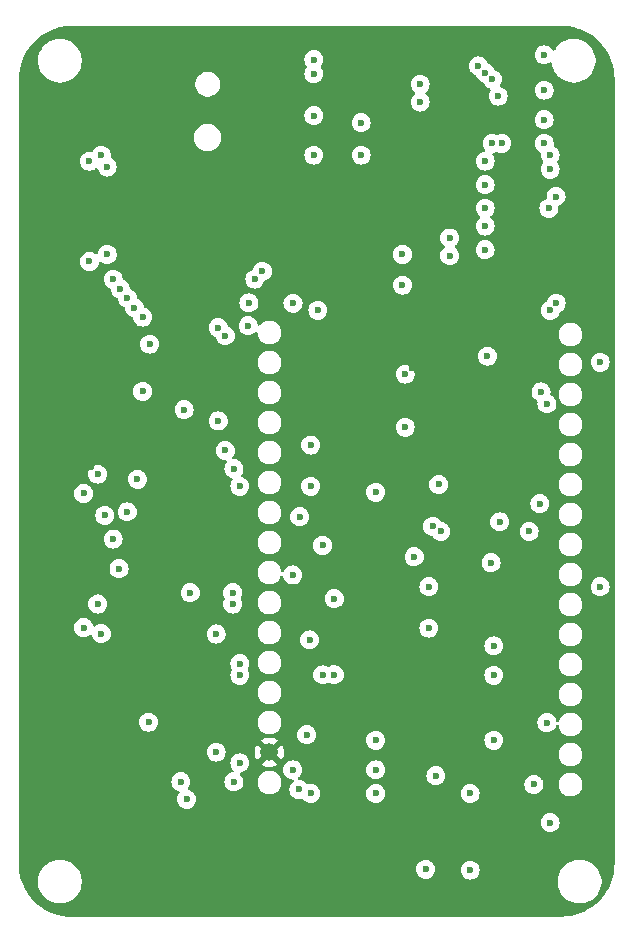
<source format=gbr>
%TF.GenerationSoftware,KiCad,Pcbnew,8.0.5*%
%TF.CreationDate,2024-11-08T18:41:50-05:00*%
%TF.ProjectId,Main,4d61696e-2e6b-4696-9361-645f70636258,rev?*%
%TF.SameCoordinates,Original*%
%TF.FileFunction,Copper,L3,Inr*%
%TF.FilePolarity,Positive*%
%FSLAX46Y46*%
G04 Gerber Fmt 4.6, Leading zero omitted, Abs format (unit mm)*
G04 Created by KiCad (PCBNEW 8.0.5) date 2024-11-08 18:41:50*
%MOMM*%
%LPD*%
G01*
G04 APERTURE LIST*
%TA.AperFunction,ComponentPad*%
%ADD10C,1.500000*%
%TD*%
%TA.AperFunction,ViaPad*%
%ADD11C,0.600000*%
%TD*%
G04 APERTURE END LIST*
D10*
%TO.N,GND*%
%TO.C,J8*%
X150265534Y-116095534D03*
%TD*%
D11*
%TO.N,GND*%
X145000000Y-122000000D03*
X145000000Y-127500000D03*
%TO.N,3V3EXT*%
X163500000Y-126000000D03*
X149665534Y-75375534D03*
X167265534Y-126075534D03*
X159265534Y-119575534D03*
X168730534Y-82545534D03*
X153765534Y-90075534D03*
X161765534Y-84075534D03*
X167265534Y-119575534D03*
X159265534Y-117575534D03*
X153765534Y-119575534D03*
X169035534Y-100035534D03*
X148465534Y-79975534D03*
X153431221Y-114605534D03*
X153765534Y-93575534D03*
X172265534Y-97395534D03*
X172665534Y-118815534D03*
X161765534Y-88575534D03*
X169765534Y-96575534D03*
%TO.N,GND*%
X160535534Y-111035534D03*
X130535534Y-65035534D03*
X156765534Y-120075534D03*
X170785534Y-61535534D03*
X164535534Y-58035534D03*
X131535534Y-108185534D03*
X156785534Y-99535534D03*
X161765534Y-108575534D03*
X162265534Y-92575534D03*
X132285534Y-97535534D03*
X148500000Y-115500000D03*
X156000000Y-118500000D03*
X141535534Y-75785534D03*
X158635534Y-64035534D03*
X170535534Y-68675534D03*
X151500000Y-115000000D03*
X135135534Y-104535534D03*
X165535534Y-64535534D03*
X135035534Y-115035534D03*
X130035534Y-60535534D03*
X165535534Y-68535534D03*
X131535534Y-101885534D03*
X165535534Y-71535534D03*
X160535534Y-112805534D03*
X168535534Y-111035534D03*
X131285534Y-73285534D03*
X132035534Y-88285534D03*
X135135534Y-91969847D03*
X130535534Y-67535534D03*
X170535534Y-66535534D03*
X168535534Y-112035534D03*
X161500000Y-116500000D03*
X158535534Y-61535534D03*
X161765534Y-104175534D03*
X132035534Y-122785534D03*
X162365534Y-83525534D03*
X167035534Y-100035534D03*
X132285534Y-112035534D03*
X163265534Y-93575534D03*
X163265534Y-91075534D03*
X132035534Y-84035534D03*
%TO.N,5VEXT*%
X174035534Y-65530534D03*
X167969847Y-57969847D03*
X163035534Y-59535534D03*
X159265534Y-115075534D03*
X173535534Y-57035534D03*
X135735534Y-92541397D03*
X174035534Y-66730534D03*
X163035534Y-61035534D03*
X169265534Y-107075534D03*
X147265534Y-118575534D03*
X136035534Y-65535534D03*
X169265534Y-115075534D03*
X169265534Y-109575534D03*
X147165534Y-103535534D03*
X135735534Y-103535534D03*
X173535534Y-60035534D03*
X159265534Y-94075534D03*
%TO.N,Net-(DNP1-Pad1)*%
X154035534Y-57435534D03*
X154035534Y-58635534D03*
%TO.N,Net-(DNP2-Pad1)*%
X154035534Y-62183834D03*
X154035534Y-65535534D03*
%TO.N,Net-(U3-RATE)*%
X173535534Y-64535534D03*
X169935537Y-64535534D03*
X169635534Y-60535534D03*
X173535534Y-62535534D03*
%TO.N,Net-(U4-RESET'_OR_PG)*%
X164765534Y-97395534D03*
X164365534Y-118075534D03*
%TO.N,Net-(J6-Pad2)*%
X163765534Y-105575534D03*
X163765534Y-102075534D03*
%TO.N,Net-(J6-Pad1)*%
X155765534Y-103075534D03*
X155765534Y-109520532D03*
%TO.N,VBR_MTR_EN1*%
X173765534Y-113575534D03*
X173765534Y-86575534D03*
X174035534Y-122035534D03*
%TO.N,LCD_CLK*%
X147765534Y-109575534D03*
X154765534Y-98575534D03*
X154775751Y-109539163D03*
X147765534Y-116985534D03*
%TO.N,LCD_CS*%
X152231221Y-117575534D03*
X152231221Y-101075534D03*
%TO.N,LCD_DS*%
X143053385Y-87075534D03*
X142765534Y-118575534D03*
%TO.N,LCD_DIN*%
X145765534Y-116075534D03*
X178265534Y-83075534D03*
X178265534Y-102075534D03*
X145765534Y-106075534D03*
%TO.N,LCD_RST*%
X152831221Y-96141221D03*
X152765534Y-119235534D03*
%TO.N,LCD_BL*%
X147265534Y-92075534D03*
X143565534Y-102575534D03*
X147165534Y-102575534D03*
X143265534Y-120075534D03*
%TO.N,SDA*%
X164605534Y-93415534D03*
X136335534Y-96035534D03*
X162535534Y-99535534D03*
X136035534Y-106035534D03*
X164091715Y-96964290D03*
%TO.N,SCL*%
X173265534Y-85575534D03*
X173165534Y-95035534D03*
X134535534Y-105535534D03*
X134535534Y-94175534D03*
%TO.N,Net-(U3-INA-)*%
X168535534Y-71535534D03*
X168535534Y-73535534D03*
%TO.N,Net-(U3-INA+)*%
X165535534Y-74035534D03*
X165535534Y-72535534D03*
%TO.N,Net-(U3-VBG)*%
X168535534Y-68035534D03*
X168535534Y-70035534D03*
%TO.N,/Load_Cell_and_Amplifier/A-*%
X135035534Y-66035534D03*
X135035534Y-74535534D03*
%TO.N,/Load_Cell_and_Amplifier/A+*%
X136535534Y-66535534D03*
X161535534Y-73935534D03*
X136535534Y-73935534D03*
X161535534Y-76535534D03*
%TO.N,Net-(Q3-C)*%
X168535534Y-66035534D03*
X168535534Y-58535534D03*
%TO.N,W_DAT*%
X174547683Y-78060955D03*
X152265534Y-78075534D03*
X174535534Y-69035534D03*
%TO.N,W_SCK*%
X153665534Y-106575534D03*
X173935534Y-70035534D03*
X174035534Y-78675534D03*
X154365534Y-78675534D03*
%TO.N,Net-(Q3-B)*%
X169135534Y-64535534D03*
X169135534Y-59101221D03*
%TO.N,IMU_VOUT*%
X147765534Y-93575534D03*
X147765534Y-108575534D03*
%TO.N,ANO_SW4*%
X145935534Y-88035534D03*
X145935534Y-80135534D03*
%TO.N,ANO_ENCA*%
X137035534Y-76035534D03*
X137035534Y-98035534D03*
%TO.N,ANO_COMA*%
X140135534Y-81535534D03*
X140035534Y-113535534D03*
%TO.N,ANO_SW2*%
X149035534Y-76035534D03*
X138835534Y-78435534D03*
X139095534Y-92975534D03*
%TO.N,ANO_SW1*%
X138235534Y-77635534D03*
X138235534Y-95735534D03*
%TO.N,ANO_SW3*%
X139535534Y-85535534D03*
X148535534Y-78035534D03*
X139535534Y-79235534D03*
%TO.N,ANO_SW5*%
X146535534Y-80835534D03*
X146535534Y-90535534D03*
%TO.N,ANO_ENCB*%
X137635534Y-76835534D03*
X137535534Y-100535534D03*
%TO.N,/Load_Cell_and_Amplifier/AVDD*%
X158035534Y-62783834D03*
X158035534Y-65535534D03*
%TD*%
%TA.AperFunction,Conductor*%
%TO.N,GND*%
G36*
X175002702Y-54571686D02*
G01*
X175002748Y-54571688D01*
X175386769Y-54588454D01*
X175397502Y-54589394D01*
X175775961Y-54639219D01*
X175786596Y-54641094D01*
X176159277Y-54723716D01*
X176169702Y-54726509D01*
X176533755Y-54841297D01*
X176543905Y-54844991D01*
X176826625Y-54962098D01*
X176896558Y-54991066D01*
X176906358Y-54995636D01*
X177244940Y-55171892D01*
X177254287Y-55177288D01*
X177576220Y-55382385D01*
X177576225Y-55382388D01*
X177585086Y-55388593D01*
X177887899Y-55620953D01*
X177896186Y-55627906D01*
X178177608Y-55885784D01*
X178185257Y-55893433D01*
X178443132Y-56174858D01*
X178450086Y-56183146D01*
X178682445Y-56485968D01*
X178688649Y-56494829D01*
X178893731Y-56816748D01*
X178899140Y-56826116D01*
X179008153Y-57035534D01*
X179075387Y-57164691D01*
X179079959Y-57174496D01*
X179226031Y-57527156D01*
X179229730Y-57537321D01*
X179344501Y-57901344D01*
X179347301Y-57911793D01*
X179429913Y-58284452D01*
X179431791Y-58295105D01*
X179481607Y-58673534D01*
X179482550Y-58684311D01*
X179499381Y-59069914D01*
X179499499Y-59075321D01*
X179499499Y-59146940D01*
X179499500Y-59146953D01*
X179499500Y-125497293D01*
X179499382Y-125502702D01*
X179482614Y-125886750D01*
X179481671Y-125897526D01*
X179431849Y-126275957D01*
X179429971Y-126286610D01*
X179347354Y-126659272D01*
X179344554Y-126669721D01*
X179229775Y-127033755D01*
X179226075Y-127043921D01*
X179080002Y-127396572D01*
X179075430Y-127406376D01*
X178899183Y-127744942D01*
X178893775Y-127754310D01*
X178688681Y-128076244D01*
X178682476Y-128085105D01*
X178450110Y-128387930D01*
X178443156Y-128396217D01*
X178185284Y-128677635D01*
X178177635Y-128685284D01*
X177896217Y-128943156D01*
X177887930Y-128950110D01*
X177585105Y-129182476D01*
X177576244Y-129188681D01*
X177254310Y-129393775D01*
X177244942Y-129399183D01*
X176906376Y-129575430D01*
X176896572Y-129580002D01*
X176543921Y-129726075D01*
X176533755Y-129729775D01*
X176169721Y-129844554D01*
X176159272Y-129847354D01*
X175786610Y-129929971D01*
X175775957Y-129931849D01*
X175397526Y-129981671D01*
X175386750Y-129982614D01*
X175002703Y-129999382D01*
X174997294Y-129999500D01*
X174926680Y-129999500D01*
X174925711Y-129999563D01*
X133538264Y-130035030D01*
X133532750Y-130034912D01*
X133148776Y-130018151D01*
X133138000Y-130017208D01*
X132868059Y-129981671D01*
X132759565Y-129967388D01*
X132748912Y-129965510D01*
X132376246Y-129882895D01*
X132365797Y-129880095D01*
X132001756Y-129765315D01*
X131991601Y-129761619D01*
X131638928Y-129615541D01*
X131629145Y-129610979D01*
X131290557Y-129434723D01*
X131281189Y-129429314D01*
X130959265Y-129224229D01*
X130950403Y-129218024D01*
X130647577Y-128985661D01*
X130639290Y-128978708D01*
X130608080Y-128950110D01*
X130357861Y-128720829D01*
X130350212Y-128713180D01*
X130092330Y-128431754D01*
X130085377Y-128423467D01*
X129853012Y-128120649D01*
X129846807Y-128111788D01*
X129817526Y-128065827D01*
X129641713Y-127789858D01*
X129636306Y-127780493D01*
X129558815Y-127631638D01*
X129460049Y-127441913D01*
X129455477Y-127432108D01*
X129309404Y-127079463D01*
X129305704Y-127069298D01*
X129297702Y-127043921D01*
X129256815Y-126914245D01*
X130685034Y-126914245D01*
X130685034Y-127156822D01*
X130716695Y-127397319D01*
X130779481Y-127631638D01*
X130872307Y-127855739D01*
X130872310Y-127855746D01*
X130993598Y-128065823D01*
X130993600Y-128065826D01*
X130993601Y-128065827D01*
X131141267Y-128258270D01*
X131141273Y-128258277D01*
X131312790Y-128429794D01*
X131312796Y-128429799D01*
X131505245Y-128577470D01*
X131715322Y-128698758D01*
X131939434Y-128791588D01*
X132173745Y-128854372D01*
X132354120Y-128878118D01*
X132414245Y-128886034D01*
X132414246Y-128886034D01*
X132656823Y-128886034D01*
X132704922Y-128879701D01*
X132897323Y-128854372D01*
X133131634Y-128791588D01*
X133355746Y-128698758D01*
X133565823Y-128577470D01*
X133758272Y-128429799D01*
X133929799Y-128258272D01*
X134077470Y-128065823D01*
X134198758Y-127855746D01*
X134291588Y-127631634D01*
X134354372Y-127397323D01*
X134386034Y-127156822D01*
X134386034Y-126914246D01*
X134386034Y-126914245D01*
X174685034Y-126914245D01*
X174685034Y-127156822D01*
X174716695Y-127397319D01*
X174779481Y-127631638D01*
X174872307Y-127855739D01*
X174872310Y-127855746D01*
X174993598Y-128065823D01*
X174993600Y-128065826D01*
X174993601Y-128065827D01*
X175141267Y-128258270D01*
X175141273Y-128258277D01*
X175312790Y-128429794D01*
X175312796Y-128429799D01*
X175505245Y-128577470D01*
X175715322Y-128698758D01*
X175939434Y-128791588D01*
X176173745Y-128854372D01*
X176354120Y-128878118D01*
X176414245Y-128886034D01*
X176414246Y-128886034D01*
X176656823Y-128886034D01*
X176704922Y-128879701D01*
X176897323Y-128854372D01*
X177131634Y-128791588D01*
X177355746Y-128698758D01*
X177565823Y-128577470D01*
X177758272Y-128429799D01*
X177929799Y-128258272D01*
X178077470Y-128065823D01*
X178198758Y-127855746D01*
X178291588Y-127631634D01*
X178354372Y-127397323D01*
X178386034Y-127156822D01*
X178386034Y-126914246D01*
X178354372Y-126673745D01*
X178291588Y-126439434D01*
X178198758Y-126215322D01*
X178077470Y-126005245D01*
X178013812Y-125922284D01*
X177929800Y-125812797D01*
X177929794Y-125812790D01*
X177758277Y-125641273D01*
X177758270Y-125641267D01*
X177565827Y-125493601D01*
X177565826Y-125493600D01*
X177565823Y-125493598D01*
X177355746Y-125372310D01*
X177355739Y-125372307D01*
X177131638Y-125279481D01*
X176897319Y-125216695D01*
X176656823Y-125185034D01*
X176656822Y-125185034D01*
X176414246Y-125185034D01*
X176414245Y-125185034D01*
X176173748Y-125216695D01*
X175939429Y-125279481D01*
X175715328Y-125372307D01*
X175715319Y-125372311D01*
X175505240Y-125493601D01*
X175312797Y-125641267D01*
X175312790Y-125641273D01*
X175141273Y-125812790D01*
X175141267Y-125812797D01*
X174993601Y-126005240D01*
X174872311Y-126215319D01*
X174872307Y-126215328D01*
X174779481Y-126439429D01*
X174716695Y-126673748D01*
X174685034Y-126914245D01*
X134386034Y-126914245D01*
X134354372Y-126673745D01*
X134291588Y-126439434D01*
X134198758Y-126215322D01*
X134077470Y-126005245D01*
X134073442Y-125999996D01*
X162694435Y-125999996D01*
X162694435Y-126000003D01*
X162714630Y-126179249D01*
X162714631Y-126179254D01*
X162774211Y-126349523D01*
X162870184Y-126502262D01*
X162997738Y-126629816D01*
X163067651Y-126673745D01*
X163117949Y-126705350D01*
X163150478Y-126725789D01*
X163320745Y-126785368D01*
X163320750Y-126785369D01*
X163499996Y-126805565D01*
X163500000Y-126805565D01*
X163500004Y-126805565D01*
X163679249Y-126785369D01*
X163679252Y-126785368D01*
X163679255Y-126785368D01*
X163849522Y-126725789D01*
X164002262Y-126629816D01*
X164129816Y-126502262D01*
X164225789Y-126349522D01*
X164285368Y-126179255D01*
X164297054Y-126075537D01*
X164297055Y-126075530D01*
X166459969Y-126075530D01*
X166459969Y-126075537D01*
X166480164Y-126254783D01*
X166480165Y-126254788D01*
X166539745Y-126425057D01*
X166635718Y-126577796D01*
X166763272Y-126705350D01*
X166916012Y-126801323D01*
X167086279Y-126860902D01*
X167086284Y-126860903D01*
X167265530Y-126881099D01*
X167265534Y-126881099D01*
X167265538Y-126881099D01*
X167444783Y-126860903D01*
X167444786Y-126860902D01*
X167444789Y-126860902D01*
X167615056Y-126801323D01*
X167767796Y-126705350D01*
X167895350Y-126577796D01*
X167991323Y-126425056D01*
X168050902Y-126254789D01*
X168055349Y-126215319D01*
X168071099Y-126075537D01*
X168071099Y-126075530D01*
X168050903Y-125896284D01*
X168050902Y-125896279D01*
X168024473Y-125820750D01*
X167991323Y-125726012D01*
X167895350Y-125573272D01*
X167767796Y-125445718D01*
X167650970Y-125372311D01*
X167615057Y-125349745D01*
X167444788Y-125290165D01*
X167444783Y-125290164D01*
X167265538Y-125269969D01*
X167265530Y-125269969D01*
X167086284Y-125290164D01*
X167086279Y-125290165D01*
X166916010Y-125349745D01*
X166763271Y-125445718D01*
X166635718Y-125573271D01*
X166539745Y-125726010D01*
X166480165Y-125896279D01*
X166480164Y-125896284D01*
X166459969Y-126075530D01*
X164297055Y-126075530D01*
X164305565Y-126000003D01*
X164305565Y-125999996D01*
X164285369Y-125820750D01*
X164285368Y-125820745D01*
X164225788Y-125650476D01*
X164154534Y-125537077D01*
X164129816Y-125497738D01*
X164002262Y-125370184D01*
X163969734Y-125349745D01*
X163849523Y-125274211D01*
X163679254Y-125214631D01*
X163679249Y-125214630D01*
X163500004Y-125194435D01*
X163499996Y-125194435D01*
X163320750Y-125214630D01*
X163320745Y-125214631D01*
X163150476Y-125274211D01*
X162997737Y-125370184D01*
X162870184Y-125497737D01*
X162774211Y-125650476D01*
X162714631Y-125820745D01*
X162714630Y-125820750D01*
X162694435Y-125999996D01*
X134073442Y-125999996D01*
X134013812Y-125922284D01*
X133929800Y-125812797D01*
X133929794Y-125812790D01*
X133758277Y-125641273D01*
X133758270Y-125641267D01*
X133565827Y-125493601D01*
X133565826Y-125493600D01*
X133565823Y-125493598D01*
X133355746Y-125372310D01*
X133355739Y-125372307D01*
X133131638Y-125279481D01*
X132897319Y-125216695D01*
X132656823Y-125185034D01*
X132656822Y-125185034D01*
X132414246Y-125185034D01*
X132414245Y-125185034D01*
X132173748Y-125216695D01*
X131939429Y-125279481D01*
X131715328Y-125372307D01*
X131715319Y-125372311D01*
X131505240Y-125493601D01*
X131312797Y-125641267D01*
X131312790Y-125641273D01*
X131141273Y-125812790D01*
X131141267Y-125812797D01*
X130993601Y-126005240D01*
X130872311Y-126215319D01*
X130872307Y-126215328D01*
X130779481Y-126439429D01*
X130716695Y-126673748D01*
X130685034Y-126914245D01*
X129256815Y-126914245D01*
X129232937Y-126838516D01*
X129190917Y-126705248D01*
X129188118Y-126694800D01*
X129145432Y-126502262D01*
X129105501Y-126322152D01*
X129103623Y-126311504D01*
X129053795Y-125933040D01*
X129052855Y-125922304D01*
X129036151Y-125539792D01*
X129036034Y-125534336D01*
X129036051Y-125502702D01*
X129037904Y-122035530D01*
X173229969Y-122035530D01*
X173229969Y-122035537D01*
X173250164Y-122214783D01*
X173250165Y-122214788D01*
X173309745Y-122385057D01*
X173405718Y-122537796D01*
X173533272Y-122665350D01*
X173686012Y-122761323D01*
X173856279Y-122820902D01*
X173856284Y-122820903D01*
X174035530Y-122841099D01*
X174035534Y-122841099D01*
X174035538Y-122841099D01*
X174214783Y-122820903D01*
X174214786Y-122820902D01*
X174214789Y-122820902D01*
X174385056Y-122761323D01*
X174537796Y-122665350D01*
X174665350Y-122537796D01*
X174761323Y-122385056D01*
X174820902Y-122214789D01*
X174841099Y-122035534D01*
X174820902Y-121856279D01*
X174761323Y-121686012D01*
X174665350Y-121533272D01*
X174537796Y-121405718D01*
X174385057Y-121309745D01*
X174214788Y-121250165D01*
X174214783Y-121250164D01*
X174035538Y-121229969D01*
X174035530Y-121229969D01*
X173856284Y-121250164D01*
X173856279Y-121250165D01*
X173686010Y-121309745D01*
X173533271Y-121405718D01*
X173405718Y-121533271D01*
X173309745Y-121686010D01*
X173250165Y-121856279D01*
X173250164Y-121856284D01*
X173229969Y-122035530D01*
X129037904Y-122035530D01*
X129039754Y-118575530D01*
X141959969Y-118575530D01*
X141959969Y-118575537D01*
X141980164Y-118754783D01*
X141980165Y-118754788D01*
X142039745Y-118925057D01*
X142083561Y-118994789D01*
X142135718Y-119077796D01*
X142263272Y-119205350D01*
X142345931Y-119257288D01*
X142398255Y-119290166D01*
X142416012Y-119301323D01*
X142554394Y-119349745D01*
X142592852Y-119363202D01*
X142591907Y-119365901D01*
X142641666Y-119393726D01*
X142674532Y-119455382D01*
X142668847Y-119525020D01*
X142640793Y-119568197D01*
X142635717Y-119573272D01*
X142539745Y-119726010D01*
X142480165Y-119896279D01*
X142480164Y-119896284D01*
X142459969Y-120075530D01*
X142459969Y-120075537D01*
X142480164Y-120254783D01*
X142480165Y-120254788D01*
X142539745Y-120425057D01*
X142635718Y-120577796D01*
X142763272Y-120705350D01*
X142916012Y-120801323D01*
X143086279Y-120860902D01*
X143086284Y-120860903D01*
X143265530Y-120881099D01*
X143265534Y-120881099D01*
X143265538Y-120881099D01*
X143444783Y-120860903D01*
X143444786Y-120860902D01*
X143444789Y-120860902D01*
X143615056Y-120801323D01*
X143767796Y-120705350D01*
X143895350Y-120577796D01*
X143991323Y-120425056D01*
X144050902Y-120254789D01*
X144050903Y-120254783D01*
X144071099Y-120075537D01*
X144071099Y-120075530D01*
X144050903Y-119896284D01*
X144050902Y-119896279D01*
X144022823Y-119816034D01*
X143991323Y-119726012D01*
X143976341Y-119702169D01*
X143925402Y-119621099D01*
X143895350Y-119573272D01*
X143767796Y-119445718D01*
X143718573Y-119414789D01*
X143615057Y-119349745D01*
X143438216Y-119287866D01*
X143439156Y-119285178D01*
X143389348Y-119257288D01*
X143356519Y-119195611D01*
X143362247Y-119125976D01*
X143390279Y-119082866D01*
X143395350Y-119077796D01*
X143491323Y-118925056D01*
X143550902Y-118754789D01*
X143553236Y-118734075D01*
X143571099Y-118575537D01*
X143571099Y-118575530D01*
X146459969Y-118575530D01*
X146459969Y-118575537D01*
X146480164Y-118754783D01*
X146480165Y-118754788D01*
X146539745Y-118925057D01*
X146583561Y-118994789D01*
X146635718Y-119077796D01*
X146763272Y-119205350D01*
X146845931Y-119257288D01*
X146898255Y-119290166D01*
X146916012Y-119301323D01*
X147054394Y-119349745D01*
X147086279Y-119360902D01*
X147086284Y-119360903D01*
X147265530Y-119381099D01*
X147265534Y-119381099D01*
X147265538Y-119381099D01*
X147444783Y-119360903D01*
X147444786Y-119360902D01*
X147444789Y-119360902D01*
X147615056Y-119301323D01*
X147767796Y-119205350D01*
X147895350Y-119077796D01*
X147991323Y-118925056D01*
X148050902Y-118754789D01*
X148053236Y-118734077D01*
X149265033Y-118734077D01*
X149303481Y-118927363D01*
X149303484Y-118927373D01*
X149378898Y-119109441D01*
X149378905Y-119109454D01*
X149488394Y-119273315D01*
X149488397Y-119273319D01*
X149627748Y-119412670D01*
X149627752Y-119412673D01*
X149791613Y-119522162D01*
X149791626Y-119522169D01*
X149920470Y-119575537D01*
X149973699Y-119597585D01*
X149973703Y-119597585D01*
X149973704Y-119597586D01*
X150166990Y-119636034D01*
X150166993Y-119636034D01*
X150364077Y-119636034D01*
X150540688Y-119600903D01*
X150557369Y-119597585D01*
X150739448Y-119522166D01*
X150903316Y-119412673D01*
X151042673Y-119273316D01*
X151152166Y-119109448D01*
X151153026Y-119107373D01*
X151199661Y-118994783D01*
X151227585Y-118927369D01*
X151249831Y-118815534D01*
X151266034Y-118734077D01*
X151266034Y-118536990D01*
X151227586Y-118343704D01*
X151227585Y-118343703D01*
X151227585Y-118343699D01*
X151214982Y-118313272D01*
X151152169Y-118161626D01*
X151152162Y-118161613D01*
X151042673Y-117997752D01*
X151042670Y-117997748D01*
X150903319Y-117858397D01*
X150903315Y-117858394D01*
X150739454Y-117748905D01*
X150739441Y-117748898D01*
X150557373Y-117673484D01*
X150557363Y-117673481D01*
X150364077Y-117635034D01*
X150364075Y-117635034D01*
X150166993Y-117635034D01*
X150166991Y-117635034D01*
X149973704Y-117673481D01*
X149973694Y-117673484D01*
X149791626Y-117748898D01*
X149791613Y-117748905D01*
X149627752Y-117858394D01*
X149627748Y-117858397D01*
X149488397Y-117997748D01*
X149488394Y-117997752D01*
X149378905Y-118161613D01*
X149378898Y-118161626D01*
X149303484Y-118343694D01*
X149303481Y-118343704D01*
X149265034Y-118536990D01*
X149265034Y-118536993D01*
X149265034Y-118734075D01*
X149265034Y-118734077D01*
X149265033Y-118734077D01*
X148053236Y-118734077D01*
X148053236Y-118734075D01*
X148071099Y-118575537D01*
X148071099Y-118575530D01*
X148050903Y-118396284D01*
X148050902Y-118396279D01*
X148031776Y-118341620D01*
X147991323Y-118226012D01*
X147981095Y-118209735D01*
X147950858Y-118161613D01*
X147895350Y-118073272D01*
X147810677Y-117988599D01*
X147777192Y-117927276D01*
X147782176Y-117857584D01*
X147824048Y-117801651D01*
X147884475Y-117777698D01*
X147944783Y-117770903D01*
X147944786Y-117770902D01*
X147944789Y-117770902D01*
X148115056Y-117711323D01*
X148267796Y-117615350D01*
X148307616Y-117575530D01*
X151425656Y-117575530D01*
X151425656Y-117575537D01*
X151445851Y-117754783D01*
X151445852Y-117754788D01*
X151505432Y-117925057D01*
X151551107Y-117997748D01*
X151601405Y-118077796D01*
X151728959Y-118205350D01*
X151881699Y-118301323D01*
X152002803Y-118343699D01*
X152051966Y-118360902D01*
X152051971Y-118360903D01*
X152209378Y-118378638D01*
X152273792Y-118405704D01*
X152313347Y-118463299D01*
X152315485Y-118533136D01*
X152279527Y-118593042D01*
X152268684Y-118601333D01*
X152268718Y-118601375D01*
X152263271Y-118605718D01*
X152135718Y-118733271D01*
X152039745Y-118886010D01*
X151980165Y-119056279D01*
X151980164Y-119056284D01*
X151959969Y-119235530D01*
X151959969Y-119235537D01*
X151980164Y-119414783D01*
X151980165Y-119414788D01*
X152039745Y-119585057D01*
X152113328Y-119702162D01*
X152135718Y-119737796D01*
X152263272Y-119865350D01*
X152416012Y-119961323D01*
X152542223Y-120005486D01*
X152586279Y-120020902D01*
X152586284Y-120020903D01*
X152765530Y-120041099D01*
X152765534Y-120041099D01*
X152765538Y-120041099D01*
X152944780Y-120020903D01*
X152944779Y-120020903D01*
X152944789Y-120020902D01*
X152978663Y-120009048D01*
X153048438Y-120005486D01*
X153109066Y-120040214D01*
X153124610Y-120060119D01*
X153135714Y-120077791D01*
X153135716Y-120077794D01*
X153135718Y-120077796D01*
X153263272Y-120205350D01*
X153416012Y-120301323D01*
X153586279Y-120360902D01*
X153586284Y-120360903D01*
X153765530Y-120381099D01*
X153765534Y-120381099D01*
X153765538Y-120381099D01*
X153944783Y-120360903D01*
X153944786Y-120360902D01*
X153944789Y-120360902D01*
X154115056Y-120301323D01*
X154267796Y-120205350D01*
X154395350Y-120077796D01*
X154491323Y-119925056D01*
X154550902Y-119754789D01*
X154552817Y-119737796D01*
X154571099Y-119575537D01*
X154571099Y-119575530D01*
X158459969Y-119575530D01*
X158459969Y-119575537D01*
X158480164Y-119754783D01*
X158480165Y-119754788D01*
X158539745Y-119925057D01*
X158612660Y-120041099D01*
X158635718Y-120077796D01*
X158763272Y-120205350D01*
X158916012Y-120301323D01*
X159086279Y-120360902D01*
X159086284Y-120360903D01*
X159265530Y-120381099D01*
X159265534Y-120381099D01*
X159265538Y-120381099D01*
X159444783Y-120360903D01*
X159444786Y-120360902D01*
X159444789Y-120360902D01*
X159615056Y-120301323D01*
X159767796Y-120205350D01*
X159895350Y-120077796D01*
X159991323Y-119925056D01*
X160050902Y-119754789D01*
X160052817Y-119737796D01*
X160071099Y-119575537D01*
X160071099Y-119575530D01*
X166459969Y-119575530D01*
X166459969Y-119575537D01*
X166480164Y-119754783D01*
X166480165Y-119754788D01*
X166539745Y-119925057D01*
X166612660Y-120041099D01*
X166635718Y-120077796D01*
X166763272Y-120205350D01*
X166916012Y-120301323D01*
X167086279Y-120360902D01*
X167086284Y-120360903D01*
X167265530Y-120381099D01*
X167265534Y-120381099D01*
X167265538Y-120381099D01*
X167444783Y-120360903D01*
X167444786Y-120360902D01*
X167444789Y-120360902D01*
X167615056Y-120301323D01*
X167767796Y-120205350D01*
X167895350Y-120077796D01*
X167991323Y-119925056D01*
X168050902Y-119754789D01*
X168052817Y-119737796D01*
X168071099Y-119575537D01*
X168071099Y-119575530D01*
X168050903Y-119396284D01*
X168050902Y-119396279D01*
X168034619Y-119349745D01*
X167991323Y-119226012D01*
X167895350Y-119073272D01*
X167767796Y-118945718D01*
X167672775Y-118886012D01*
X167615057Y-118849745D01*
X167517277Y-118815530D01*
X171859969Y-118815530D01*
X171859969Y-118815537D01*
X171880164Y-118994783D01*
X171880165Y-118994788D01*
X171939745Y-119165057D01*
X172018357Y-119290166D01*
X172035718Y-119317796D01*
X172163272Y-119445350D01*
X172175950Y-119453316D01*
X172285528Y-119522169D01*
X172316012Y-119541323D01*
X172413790Y-119575537D01*
X172486279Y-119600902D01*
X172486284Y-119600903D01*
X172665530Y-119621099D01*
X172665534Y-119621099D01*
X172665538Y-119621099D01*
X172844783Y-119600903D01*
X172844786Y-119600902D01*
X172844789Y-119600902D01*
X173015056Y-119541323D01*
X173167796Y-119445350D01*
X173295350Y-119317796D01*
X173391323Y-119165056D01*
X173450902Y-118994789D01*
X173458498Y-118927373D01*
X173459996Y-118914077D01*
X174765033Y-118914077D01*
X174803481Y-119107363D01*
X174803484Y-119107373D01*
X174878898Y-119289441D01*
X174878905Y-119289454D01*
X174988394Y-119453315D01*
X174988397Y-119453319D01*
X175127748Y-119592670D01*
X175127752Y-119592673D01*
X175291613Y-119702162D01*
X175291626Y-119702169D01*
X175418664Y-119754789D01*
X175473699Y-119777585D01*
X175473703Y-119777585D01*
X175473704Y-119777586D01*
X175666990Y-119816034D01*
X175666993Y-119816034D01*
X175864077Y-119816034D01*
X175994116Y-119790166D01*
X176057369Y-119777585D01*
X176239448Y-119702166D01*
X176403316Y-119592673D01*
X176542673Y-119453316D01*
X176652166Y-119289448D01*
X176658849Y-119273315D01*
X176703690Y-119165056D01*
X176727585Y-119107369D01*
X176766034Y-118914075D01*
X176766034Y-118716993D01*
X176766034Y-118716990D01*
X176727586Y-118523704D01*
X176727585Y-118523703D01*
X176727585Y-118523699D01*
X176721805Y-118509745D01*
X176652169Y-118341626D01*
X176652162Y-118341613D01*
X176542673Y-118177752D01*
X176542670Y-118177748D01*
X176403319Y-118038397D01*
X176403315Y-118038394D01*
X176239454Y-117928905D01*
X176239441Y-117928898D01*
X176057373Y-117853484D01*
X176057363Y-117853481D01*
X175864077Y-117815034D01*
X175864075Y-117815034D01*
X175666993Y-117815034D01*
X175666991Y-117815034D01*
X175473704Y-117853481D01*
X175473694Y-117853484D01*
X175291626Y-117928898D01*
X175291613Y-117928905D01*
X175127752Y-118038394D01*
X175127748Y-118038397D01*
X174988397Y-118177748D01*
X174988394Y-118177752D01*
X174878905Y-118341613D01*
X174878898Y-118341626D01*
X174803484Y-118523694D01*
X174803481Y-118523704D01*
X174765034Y-118716990D01*
X174765034Y-118716993D01*
X174765034Y-118914075D01*
X174765034Y-118914077D01*
X174765033Y-118914077D01*
X173459996Y-118914077D01*
X173471099Y-118815537D01*
X173471099Y-118815530D01*
X173450903Y-118636284D01*
X173450902Y-118636279D01*
X173411510Y-118523704D01*
X173391323Y-118466012D01*
X173389618Y-118463299D01*
X173347507Y-118396279D01*
X173295350Y-118313272D01*
X173167796Y-118185718D01*
X173129454Y-118161626D01*
X173015057Y-118089745D01*
X172844788Y-118030165D01*
X172844783Y-118030164D01*
X172665538Y-118009969D01*
X172665530Y-118009969D01*
X172486284Y-118030164D01*
X172486279Y-118030165D01*
X172316010Y-118089745D01*
X172163271Y-118185718D01*
X172035718Y-118313271D01*
X171939745Y-118466010D01*
X171880165Y-118636279D01*
X171880164Y-118636284D01*
X171859969Y-118815530D01*
X167517277Y-118815530D01*
X167444788Y-118790165D01*
X167444783Y-118790164D01*
X167265538Y-118769969D01*
X167265530Y-118769969D01*
X167086284Y-118790164D01*
X167086279Y-118790165D01*
X166916010Y-118849745D01*
X166763271Y-118945718D01*
X166635718Y-119073271D01*
X166539745Y-119226010D01*
X166480165Y-119396279D01*
X166480164Y-119396284D01*
X166459969Y-119575530D01*
X160071099Y-119575530D01*
X160050903Y-119396284D01*
X160050902Y-119396279D01*
X160034619Y-119349745D01*
X159991323Y-119226012D01*
X159895350Y-119073272D01*
X159767796Y-118945718D01*
X159672775Y-118886012D01*
X159615057Y-118849745D01*
X159444788Y-118790165D01*
X159444783Y-118790164D01*
X159265538Y-118769969D01*
X159265530Y-118769969D01*
X159086284Y-118790164D01*
X159086279Y-118790165D01*
X158916010Y-118849745D01*
X158763271Y-118945718D01*
X158635718Y-119073271D01*
X158539745Y-119226010D01*
X158480165Y-119396279D01*
X158480164Y-119396284D01*
X158459969Y-119575530D01*
X154571099Y-119575530D01*
X154550903Y-119396284D01*
X154550902Y-119396279D01*
X154534619Y-119349745D01*
X154491323Y-119226012D01*
X154395350Y-119073272D01*
X154267796Y-118945718D01*
X154172775Y-118886012D01*
X154115057Y-118849745D01*
X153944788Y-118790165D01*
X153944783Y-118790164D01*
X153765538Y-118769969D01*
X153765530Y-118769969D01*
X153586280Y-118790165D01*
X153586275Y-118790166D01*
X153552403Y-118802018D01*
X153482624Y-118805579D01*
X153421998Y-118770848D01*
X153406457Y-118750948D01*
X153395350Y-118733272D01*
X153267796Y-118605718D01*
X153115057Y-118509745D01*
X152944788Y-118450165D01*
X152944784Y-118450164D01*
X152787375Y-118432429D01*
X152722961Y-118405362D01*
X152683406Y-118347768D01*
X152681269Y-118277931D01*
X152717227Y-118218024D01*
X152728070Y-118209735D01*
X152728037Y-118209693D01*
X152733477Y-118205353D01*
X152733483Y-118205350D01*
X152861037Y-118077796D01*
X152957010Y-117925056D01*
X153016589Y-117754789D01*
X153017252Y-117748905D01*
X153036786Y-117575537D01*
X153036786Y-117575530D01*
X158459969Y-117575530D01*
X158459969Y-117575537D01*
X158480164Y-117754783D01*
X158480165Y-117754788D01*
X158539745Y-117925057D01*
X158585420Y-117997748D01*
X158635718Y-118077796D01*
X158763272Y-118205350D01*
X158916012Y-118301323D01*
X159037116Y-118343699D01*
X159086279Y-118360902D01*
X159086284Y-118360903D01*
X159265530Y-118381099D01*
X159265534Y-118381099D01*
X159265538Y-118381099D01*
X159444783Y-118360903D01*
X159444786Y-118360902D01*
X159444789Y-118360902D01*
X159615056Y-118301323D01*
X159767796Y-118205350D01*
X159895350Y-118077796D01*
X159896774Y-118075530D01*
X163559969Y-118075530D01*
X163559969Y-118075537D01*
X163580164Y-118254783D01*
X163580165Y-118254788D01*
X163639745Y-118425057D01*
X163707656Y-118533136D01*
X163735718Y-118577796D01*
X163863272Y-118705350D01*
X163881797Y-118716990D01*
X163998255Y-118790166D01*
X164016012Y-118801323D01*
X164111335Y-118834678D01*
X164186279Y-118860902D01*
X164186284Y-118860903D01*
X164365530Y-118881099D01*
X164365534Y-118881099D01*
X164365538Y-118881099D01*
X164544783Y-118860903D01*
X164544786Y-118860902D01*
X164544789Y-118860902D01*
X164715056Y-118801323D01*
X164867796Y-118705350D01*
X164995350Y-118577796D01*
X165091323Y-118425056D01*
X165150902Y-118254789D01*
X165150903Y-118254783D01*
X165171099Y-118075537D01*
X165171099Y-118075530D01*
X165150903Y-117896284D01*
X165150902Y-117896279D01*
X165091323Y-117726012D01*
X164995350Y-117573272D01*
X164867796Y-117445718D01*
X164715057Y-117349745D01*
X164544788Y-117290165D01*
X164544783Y-117290164D01*
X164365538Y-117269969D01*
X164365530Y-117269969D01*
X164186284Y-117290164D01*
X164186279Y-117290165D01*
X164016010Y-117349745D01*
X163863271Y-117445718D01*
X163735718Y-117573271D01*
X163639745Y-117726010D01*
X163580165Y-117896279D01*
X163580164Y-117896284D01*
X163559969Y-118075530D01*
X159896774Y-118075530D01*
X159991323Y-117925056D01*
X160050902Y-117754789D01*
X160051565Y-117748905D01*
X160071099Y-117575537D01*
X160071099Y-117575530D01*
X160050903Y-117396284D01*
X160050902Y-117396279D01*
X160008337Y-117274635D01*
X159991323Y-117226012D01*
X159895350Y-117073272D01*
X159767796Y-116945718D01*
X159615057Y-116849745D01*
X159444788Y-116790165D01*
X159444783Y-116790164D01*
X159265538Y-116769969D01*
X159265530Y-116769969D01*
X159086284Y-116790164D01*
X159086279Y-116790165D01*
X158916010Y-116849745D01*
X158763271Y-116945718D01*
X158635718Y-117073271D01*
X158539745Y-117226010D01*
X158480165Y-117396279D01*
X158480164Y-117396284D01*
X158459969Y-117575530D01*
X153036786Y-117575530D01*
X153016590Y-117396284D01*
X153016589Y-117396279D01*
X152974024Y-117274635D01*
X152957010Y-117226012D01*
X152861037Y-117073272D01*
X152733483Y-116945718D01*
X152580744Y-116849745D01*
X152410475Y-116790165D01*
X152410470Y-116790164D01*
X152231225Y-116769969D01*
X152231217Y-116769969D01*
X152051971Y-116790164D01*
X152051966Y-116790165D01*
X151881697Y-116849745D01*
X151728958Y-116945718D01*
X151601405Y-117073271D01*
X151505432Y-117226010D01*
X151445852Y-117396279D01*
X151445851Y-117396284D01*
X151425656Y-117575530D01*
X148307616Y-117575530D01*
X148395350Y-117487796D01*
X148491323Y-117335056D01*
X148550902Y-117164789D01*
X148550903Y-117164783D01*
X148571099Y-116985537D01*
X148571099Y-116985530D01*
X148550903Y-116806284D01*
X148550902Y-116806279D01*
X148531016Y-116749448D01*
X148491323Y-116636012D01*
X148395350Y-116483272D01*
X148267796Y-116355718D01*
X148200476Y-116313418D01*
X148115057Y-116259745D01*
X147944788Y-116200165D01*
X147944783Y-116200164D01*
X147765538Y-116179969D01*
X147765530Y-116179969D01*
X147586284Y-116200164D01*
X147586279Y-116200165D01*
X147416010Y-116259745D01*
X147263271Y-116355718D01*
X147135718Y-116483271D01*
X147039745Y-116636010D01*
X146980165Y-116806279D01*
X146980164Y-116806284D01*
X146959969Y-116985530D01*
X146959969Y-116985537D01*
X146980164Y-117164783D01*
X146980165Y-117164788D01*
X147039745Y-117335057D01*
X147135718Y-117487796D01*
X147220390Y-117572468D01*
X147253875Y-117633791D01*
X147248891Y-117703483D01*
X147207019Y-117759416D01*
X147146594Y-117783369D01*
X147086283Y-117790165D01*
X147086279Y-117790165D01*
X146916010Y-117849745D01*
X146763271Y-117945718D01*
X146635718Y-118073271D01*
X146539745Y-118226010D01*
X146480165Y-118396279D01*
X146480164Y-118396284D01*
X146459969Y-118575530D01*
X143571099Y-118575530D01*
X143550903Y-118396284D01*
X143550902Y-118396279D01*
X143531776Y-118341620D01*
X143491323Y-118226012D01*
X143481095Y-118209735D01*
X143450858Y-118161613D01*
X143395350Y-118073272D01*
X143267796Y-117945718D01*
X143234913Y-117925056D01*
X143115057Y-117849745D01*
X142944788Y-117790165D01*
X142944783Y-117790164D01*
X142765538Y-117769969D01*
X142765530Y-117769969D01*
X142586284Y-117790164D01*
X142586279Y-117790165D01*
X142416010Y-117849745D01*
X142263271Y-117945718D01*
X142135718Y-118073271D01*
X142039745Y-118226010D01*
X141980165Y-118396279D01*
X141980164Y-118396284D01*
X141959969Y-118575530D01*
X129039754Y-118575530D01*
X129041091Y-116075530D01*
X144959969Y-116075530D01*
X144959969Y-116075537D01*
X144980164Y-116254783D01*
X144980165Y-116254788D01*
X145039745Y-116425057D01*
X145129166Y-116567369D01*
X145135718Y-116577796D01*
X145263272Y-116705350D01*
X145333463Y-116749454D01*
X145398255Y-116790166D01*
X145416012Y-116801323D01*
X145554394Y-116849745D01*
X145586279Y-116860902D01*
X145586284Y-116860903D01*
X145765530Y-116881099D01*
X145765534Y-116881099D01*
X145765538Y-116881099D01*
X145944783Y-116860903D01*
X145944786Y-116860902D01*
X145944789Y-116860902D01*
X146115056Y-116801323D01*
X146267796Y-116705350D01*
X146395350Y-116577796D01*
X146491323Y-116425056D01*
X146550902Y-116254789D01*
X146550903Y-116254783D01*
X146568846Y-116095533D01*
X149010759Y-116095533D01*
X149010759Y-116095534D01*
X149029821Y-116313418D01*
X149029823Y-116313428D01*
X149086428Y-116524684D01*
X149086432Y-116524693D01*
X149178867Y-116722921D01*
X149222408Y-116785105D01*
X149782571Y-116224942D01*
X149799609Y-116288527D01*
X149865435Y-116402541D01*
X149958527Y-116495633D01*
X150072541Y-116561459D01*
X150136124Y-116578496D01*
X149575961Y-117138658D01*
X149638146Y-117182200D01*
X149836374Y-117274635D01*
X149836383Y-117274639D01*
X150047639Y-117331244D01*
X150047649Y-117331246D01*
X150265533Y-117350309D01*
X150265535Y-117350309D01*
X150483418Y-117331246D01*
X150483428Y-117331244D01*
X150694684Y-117274639D01*
X150694698Y-117274634D01*
X150892917Y-117182203D01*
X150892919Y-117182202D01*
X150955105Y-117138658D01*
X150394944Y-116578496D01*
X150458527Y-116561459D01*
X150572541Y-116495633D01*
X150665633Y-116402541D01*
X150731459Y-116288527D01*
X150748496Y-116224943D01*
X151308658Y-116785104D01*
X151352202Y-116722919D01*
X151352203Y-116722917D01*
X151444634Y-116524698D01*
X151444639Y-116524684D01*
X151484993Y-116374077D01*
X174765033Y-116374077D01*
X174803481Y-116567363D01*
X174803484Y-116567373D01*
X174878898Y-116749441D01*
X174878905Y-116749454D01*
X174988394Y-116913315D01*
X174988397Y-116913319D01*
X175127748Y-117052670D01*
X175127752Y-117052673D01*
X175291613Y-117162162D01*
X175291626Y-117162169D01*
X175445754Y-117226010D01*
X175473699Y-117237585D01*
X175473703Y-117237585D01*
X175473704Y-117237586D01*
X175666990Y-117276034D01*
X175666993Y-117276034D01*
X175864077Y-117276034D01*
X175994116Y-117250166D01*
X176057369Y-117237585D01*
X176198189Y-117179255D01*
X176239441Y-117162169D01*
X176239441Y-117162168D01*
X176239448Y-117162166D01*
X176403316Y-117052673D01*
X176542673Y-116913316D01*
X176652166Y-116749448D01*
X176727585Y-116567369D01*
X176766034Y-116374075D01*
X176766034Y-116176993D01*
X176766034Y-116176990D01*
X176727586Y-115983704D01*
X176727585Y-115983703D01*
X176727585Y-115983699D01*
X176676722Y-115860903D01*
X176652169Y-115801626D01*
X176652162Y-115801613D01*
X176542673Y-115637752D01*
X176542670Y-115637748D01*
X176403319Y-115498397D01*
X176403315Y-115498394D01*
X176239454Y-115388905D01*
X176239441Y-115388898D01*
X176057373Y-115313484D01*
X176057363Y-115313481D01*
X175864077Y-115275034D01*
X175864075Y-115275034D01*
X175666993Y-115275034D01*
X175666991Y-115275034D01*
X175473704Y-115313481D01*
X175473694Y-115313484D01*
X175291626Y-115388898D01*
X175291613Y-115388905D01*
X175127752Y-115498394D01*
X175127748Y-115498397D01*
X174988397Y-115637748D01*
X174988394Y-115637752D01*
X174878905Y-115801613D01*
X174878898Y-115801626D01*
X174803484Y-115983694D01*
X174803481Y-115983704D01*
X174765034Y-116176990D01*
X174765034Y-116176993D01*
X174765034Y-116374075D01*
X174765034Y-116374077D01*
X174765033Y-116374077D01*
X151484993Y-116374077D01*
X151501244Y-116313428D01*
X151501246Y-116313418D01*
X151520309Y-116095534D01*
X151520309Y-116095533D01*
X151501246Y-115877649D01*
X151501244Y-115877639D01*
X151444639Y-115666383D01*
X151444635Y-115666374D01*
X151352201Y-115468148D01*
X151352200Y-115468146D01*
X151308658Y-115405962D01*
X151308658Y-115405961D01*
X150748496Y-115966123D01*
X150731459Y-115902541D01*
X150665633Y-115788527D01*
X150572541Y-115695435D01*
X150458527Y-115629609D01*
X150394943Y-115612571D01*
X150955105Y-115052408D01*
X150892921Y-115008867D01*
X150694693Y-114916432D01*
X150694684Y-114916428D01*
X150483428Y-114859823D01*
X150483418Y-114859821D01*
X150265535Y-114840759D01*
X150265533Y-114840759D01*
X150047649Y-114859821D01*
X150047639Y-114859823D01*
X149836383Y-114916428D01*
X149836374Y-114916432D01*
X149638147Y-115008867D01*
X149575962Y-115052408D01*
X150136125Y-115612571D01*
X150072541Y-115629609D01*
X149958527Y-115695435D01*
X149865435Y-115788527D01*
X149799609Y-115902541D01*
X149782571Y-115966125D01*
X149222408Y-115405962D01*
X149178867Y-115468147D01*
X149086432Y-115666374D01*
X149086428Y-115666383D01*
X149029823Y-115877639D01*
X149029821Y-115877649D01*
X149010759Y-116095533D01*
X146568846Y-116095533D01*
X146571099Y-116075537D01*
X146571099Y-116075530D01*
X146550903Y-115896284D01*
X146550902Y-115896279D01*
X146491322Y-115726010D01*
X146452116Y-115663614D01*
X146395350Y-115573272D01*
X146267796Y-115445718D01*
X146234913Y-115425056D01*
X146115057Y-115349745D01*
X145944788Y-115290165D01*
X145944783Y-115290164D01*
X145765538Y-115269969D01*
X145765530Y-115269969D01*
X145586284Y-115290164D01*
X145586279Y-115290165D01*
X145416010Y-115349745D01*
X145263271Y-115445718D01*
X145135718Y-115573271D01*
X145039745Y-115726010D01*
X144980165Y-115896279D01*
X144980164Y-115896284D01*
X144959969Y-116075530D01*
X129041091Y-116075530D01*
X129041877Y-114605530D01*
X152625656Y-114605530D01*
X152625656Y-114605537D01*
X152645851Y-114784783D01*
X152645852Y-114784788D01*
X152705432Y-114955057D01*
X152766602Y-115052408D01*
X152801405Y-115107796D01*
X152928959Y-115235350D01*
X153016198Y-115290166D01*
X153053303Y-115313481D01*
X153081699Y-115331323D01*
X153246239Y-115388898D01*
X153251966Y-115390902D01*
X153251971Y-115390903D01*
X153431217Y-115411099D01*
X153431221Y-115411099D01*
X153431225Y-115411099D01*
X153610470Y-115390903D01*
X153610473Y-115390902D01*
X153610476Y-115390902D01*
X153780743Y-115331323D01*
X153933483Y-115235350D01*
X154061037Y-115107796D01*
X154081311Y-115075530D01*
X158459969Y-115075530D01*
X158459969Y-115075537D01*
X158480164Y-115254783D01*
X158480165Y-115254788D01*
X158539745Y-115425057D01*
X158585826Y-115498394D01*
X158635718Y-115577796D01*
X158763272Y-115705350D01*
X158916012Y-115801323D01*
X159086279Y-115860902D01*
X159086284Y-115860903D01*
X159265530Y-115881099D01*
X159265534Y-115881099D01*
X159265538Y-115881099D01*
X159444783Y-115860903D01*
X159444786Y-115860902D01*
X159444789Y-115860902D01*
X159615056Y-115801323D01*
X159767796Y-115705350D01*
X159895350Y-115577796D01*
X159991323Y-115425056D01*
X160050902Y-115254789D01*
X160050903Y-115254783D01*
X160071099Y-115075537D01*
X160071099Y-115075530D01*
X168459969Y-115075530D01*
X168459969Y-115075537D01*
X168480164Y-115254783D01*
X168480165Y-115254788D01*
X168539745Y-115425057D01*
X168585826Y-115498394D01*
X168635718Y-115577796D01*
X168763272Y-115705350D01*
X168916012Y-115801323D01*
X169086279Y-115860902D01*
X169086284Y-115860903D01*
X169265530Y-115881099D01*
X169265534Y-115881099D01*
X169265538Y-115881099D01*
X169444783Y-115860903D01*
X169444786Y-115860902D01*
X169444789Y-115860902D01*
X169615056Y-115801323D01*
X169767796Y-115705350D01*
X169895350Y-115577796D01*
X169991323Y-115425056D01*
X170050902Y-115254789D01*
X170050903Y-115254783D01*
X170071099Y-115075537D01*
X170071099Y-115075530D01*
X170050903Y-114896284D01*
X170050902Y-114896279D01*
X170011890Y-114784789D01*
X169991323Y-114726012D01*
X169895350Y-114573272D01*
X169767796Y-114445718D01*
X169664956Y-114381099D01*
X169615057Y-114349745D01*
X169444788Y-114290165D01*
X169444783Y-114290164D01*
X169265538Y-114269969D01*
X169265530Y-114269969D01*
X169086284Y-114290164D01*
X169086279Y-114290165D01*
X168916010Y-114349745D01*
X168763271Y-114445718D01*
X168635718Y-114573271D01*
X168539745Y-114726010D01*
X168480165Y-114896279D01*
X168480164Y-114896284D01*
X168459969Y-115075530D01*
X160071099Y-115075530D01*
X160050903Y-114896284D01*
X160050902Y-114896279D01*
X160011890Y-114784789D01*
X159991323Y-114726012D01*
X159895350Y-114573272D01*
X159767796Y-114445718D01*
X159664956Y-114381099D01*
X159615057Y-114349745D01*
X159444788Y-114290165D01*
X159444783Y-114290164D01*
X159265538Y-114269969D01*
X159265530Y-114269969D01*
X159086284Y-114290164D01*
X159086279Y-114290165D01*
X158916010Y-114349745D01*
X158763271Y-114445718D01*
X158635718Y-114573271D01*
X158539745Y-114726010D01*
X158480165Y-114896279D01*
X158480164Y-114896284D01*
X158459969Y-115075530D01*
X154081311Y-115075530D01*
X154157010Y-114955056D01*
X154216589Y-114784789D01*
X154216590Y-114784783D01*
X154236786Y-114605537D01*
X154236786Y-114605530D01*
X154216590Y-114426284D01*
X154216589Y-114426279D01*
X154193713Y-114360903D01*
X154157010Y-114256012D01*
X154127747Y-114209441D01*
X154100043Y-114165350D01*
X154061037Y-114103272D01*
X153933483Y-113975718D01*
X153852852Y-113925054D01*
X153780744Y-113879745D01*
X153610475Y-113820165D01*
X153610470Y-113820164D01*
X153431225Y-113799969D01*
X153431217Y-113799969D01*
X153251971Y-113820164D01*
X153251966Y-113820165D01*
X153081697Y-113879745D01*
X152928958Y-113975718D01*
X152801405Y-114103271D01*
X152705432Y-114256010D01*
X152645852Y-114426279D01*
X152645851Y-114426284D01*
X152625656Y-114605530D01*
X129041877Y-114605530D01*
X129042449Y-113535530D01*
X139229969Y-113535530D01*
X139229969Y-113535537D01*
X139250164Y-113714783D01*
X139250165Y-113714788D01*
X139309745Y-113885057D01*
X139399166Y-114027369D01*
X139405718Y-114037796D01*
X139533272Y-114165350D01*
X139603463Y-114209454D01*
X139677559Y-114256012D01*
X139686012Y-114261323D01*
X139856279Y-114320902D01*
X139856284Y-114320903D01*
X140035530Y-114341099D01*
X140035534Y-114341099D01*
X140035538Y-114341099D01*
X140214783Y-114320903D01*
X140214786Y-114320902D01*
X140214789Y-114320902D01*
X140385056Y-114261323D01*
X140537796Y-114165350D01*
X140665350Y-114037796D01*
X140761323Y-113885056D01*
X140820902Y-113714789D01*
X140827743Y-113654077D01*
X149265033Y-113654077D01*
X149303481Y-113847363D01*
X149303484Y-113847373D01*
X149378898Y-114029441D01*
X149378905Y-114029454D01*
X149488394Y-114193315D01*
X149488397Y-114193319D01*
X149627748Y-114332670D01*
X149627752Y-114332673D01*
X149791613Y-114442162D01*
X149791626Y-114442169D01*
X149961833Y-114512670D01*
X149973699Y-114517585D01*
X149973703Y-114517585D01*
X149973704Y-114517586D01*
X150166990Y-114556034D01*
X150166993Y-114556034D01*
X150364077Y-114556034D01*
X150494116Y-114530166D01*
X150557369Y-114517585D01*
X150739448Y-114442166D01*
X150903316Y-114332673D01*
X151042673Y-114193316D01*
X151152166Y-114029448D01*
X151153026Y-114027373D01*
X151169255Y-113988189D01*
X151227585Y-113847369D01*
X151253957Y-113714789D01*
X151266034Y-113654077D01*
X151266034Y-113575530D01*
X172959969Y-113575530D01*
X172959969Y-113575537D01*
X172980164Y-113754783D01*
X172980165Y-113754788D01*
X173039745Y-113925057D01*
X173110584Y-114037796D01*
X173135718Y-114077796D01*
X173263272Y-114205350D01*
X173343897Y-114256010D01*
X173398255Y-114290166D01*
X173416012Y-114301323D01*
X173554394Y-114349745D01*
X173586279Y-114360902D01*
X173586284Y-114360903D01*
X173765530Y-114381099D01*
X173765534Y-114381099D01*
X173765538Y-114381099D01*
X173944783Y-114360903D01*
X173944786Y-114360902D01*
X173944789Y-114360902D01*
X174115056Y-114301323D01*
X174267796Y-114205350D01*
X174395350Y-114077796D01*
X174491323Y-113925056D01*
X174527335Y-113822139D01*
X174568055Y-113765364D01*
X174633008Y-113739616D01*
X174701569Y-113753072D01*
X174751973Y-113801458D01*
X174765993Y-113838902D01*
X174803481Y-114027363D01*
X174803484Y-114027373D01*
X174878898Y-114209441D01*
X174878905Y-114209454D01*
X174988394Y-114373315D01*
X174988397Y-114373319D01*
X175127748Y-114512670D01*
X175127752Y-114512673D01*
X175291613Y-114622162D01*
X175291626Y-114622169D01*
X175473694Y-114697583D01*
X175473699Y-114697585D01*
X175473703Y-114697585D01*
X175473704Y-114697586D01*
X175666990Y-114736034D01*
X175666993Y-114736034D01*
X175864077Y-114736034D01*
X175994116Y-114710166D01*
X176057369Y-114697585D01*
X176239448Y-114622166D01*
X176403316Y-114512673D01*
X176542673Y-114373316D01*
X176652166Y-114209448D01*
X176653864Y-114205350D01*
X176696145Y-114103272D01*
X176727585Y-114027369D01*
X176766034Y-113834075D01*
X176766034Y-113636993D01*
X176766034Y-113636990D01*
X176727586Y-113443704D01*
X176727585Y-113443703D01*
X176727585Y-113443699D01*
X176707943Y-113396279D01*
X176652169Y-113261626D01*
X176652162Y-113261613D01*
X176542673Y-113097752D01*
X176542670Y-113097748D01*
X176403319Y-112958397D01*
X176403315Y-112958394D01*
X176239454Y-112848905D01*
X176239441Y-112848898D01*
X176057373Y-112773484D01*
X176057363Y-112773481D01*
X175864077Y-112735034D01*
X175864075Y-112735034D01*
X175666993Y-112735034D01*
X175666991Y-112735034D01*
X175473704Y-112773481D01*
X175473694Y-112773484D01*
X175291626Y-112848898D01*
X175291613Y-112848905D01*
X175127752Y-112958394D01*
X175127748Y-112958397D01*
X174988397Y-113097748D01*
X174988394Y-113097752D01*
X174878905Y-113261613D01*
X174878898Y-113261626D01*
X174803484Y-113443694D01*
X174803481Y-113443704D01*
X174801207Y-113455136D01*
X174768818Y-113517045D01*
X174708100Y-113551615D01*
X174638331Y-113547871D01*
X174581661Y-113507001D01*
X174556371Y-113444822D01*
X174550902Y-113396279D01*
X174491323Y-113226012D01*
X174395350Y-113073272D01*
X174267796Y-112945718D01*
X174115057Y-112849745D01*
X173944788Y-112790165D01*
X173944783Y-112790164D01*
X173765538Y-112769969D01*
X173765530Y-112769969D01*
X173586284Y-112790164D01*
X173586279Y-112790165D01*
X173416010Y-112849745D01*
X173263271Y-112945718D01*
X173135718Y-113073271D01*
X173039745Y-113226010D01*
X172980165Y-113396279D01*
X172980164Y-113396284D01*
X172959969Y-113575530D01*
X151266034Y-113575530D01*
X151266034Y-113456990D01*
X151227586Y-113263704D01*
X151227585Y-113263703D01*
X151227585Y-113263699D01*
X151211974Y-113226010D01*
X151152169Y-113081626D01*
X151152162Y-113081613D01*
X151042673Y-112917752D01*
X151042670Y-112917748D01*
X150903319Y-112778397D01*
X150903315Y-112778394D01*
X150739454Y-112668905D01*
X150739441Y-112668898D01*
X150557373Y-112593484D01*
X150557363Y-112593481D01*
X150364077Y-112555034D01*
X150364075Y-112555034D01*
X150166993Y-112555034D01*
X150166991Y-112555034D01*
X149973704Y-112593481D01*
X149973694Y-112593484D01*
X149791626Y-112668898D01*
X149791613Y-112668905D01*
X149627752Y-112778394D01*
X149627748Y-112778397D01*
X149488397Y-112917748D01*
X149488394Y-112917752D01*
X149378905Y-113081613D01*
X149378898Y-113081626D01*
X149303484Y-113263694D01*
X149303481Y-113263704D01*
X149265034Y-113456990D01*
X149265034Y-113456993D01*
X149265034Y-113654075D01*
X149265034Y-113654077D01*
X149265033Y-113654077D01*
X140827743Y-113654077D01*
X140827743Y-113654075D01*
X140841099Y-113535537D01*
X140841099Y-113535530D01*
X140820903Y-113356284D01*
X140820902Y-113356279D01*
X140761323Y-113186012D01*
X140665350Y-113033272D01*
X140537796Y-112905718D01*
X140447379Y-112848905D01*
X140385057Y-112809745D01*
X140214788Y-112750165D01*
X140214783Y-112750164D01*
X140035538Y-112729969D01*
X140035530Y-112729969D01*
X139856284Y-112750164D01*
X139856279Y-112750165D01*
X139686010Y-112809745D01*
X139533271Y-112905718D01*
X139405718Y-113033271D01*
X139309745Y-113186010D01*
X139250165Y-113356279D01*
X139250164Y-113356284D01*
X139229969Y-113535530D01*
X129042449Y-113535530D01*
X129043744Y-111114077D01*
X149265033Y-111114077D01*
X149303481Y-111307363D01*
X149303484Y-111307373D01*
X149378898Y-111489441D01*
X149378905Y-111489454D01*
X149488394Y-111653315D01*
X149488397Y-111653319D01*
X149627748Y-111792670D01*
X149627752Y-111792673D01*
X149791613Y-111902162D01*
X149791626Y-111902169D01*
X149961833Y-111972670D01*
X149973699Y-111977585D01*
X149973703Y-111977585D01*
X149973704Y-111977586D01*
X150166990Y-112016034D01*
X150166993Y-112016034D01*
X150364077Y-112016034D01*
X150494116Y-111990166D01*
X150557369Y-111977585D01*
X150739448Y-111902166D01*
X150903316Y-111792673D01*
X151042673Y-111653316D01*
X151152166Y-111489448D01*
X151153026Y-111487373D01*
X151227583Y-111307373D01*
X151227585Y-111307369D01*
X151230229Y-111294077D01*
X174765033Y-111294077D01*
X174803481Y-111487363D01*
X174803484Y-111487373D01*
X174878898Y-111669441D01*
X174878905Y-111669454D01*
X174988394Y-111833315D01*
X174988397Y-111833319D01*
X175127748Y-111972670D01*
X175127752Y-111972673D01*
X175291613Y-112082162D01*
X175291626Y-112082169D01*
X175473694Y-112157583D01*
X175473699Y-112157585D01*
X175473703Y-112157585D01*
X175473704Y-112157586D01*
X175666990Y-112196034D01*
X175666993Y-112196034D01*
X175864077Y-112196034D01*
X175994116Y-112170166D01*
X176057369Y-112157585D01*
X176239448Y-112082166D01*
X176403316Y-111972673D01*
X176542673Y-111833316D01*
X176652166Y-111669448D01*
X176658849Y-111653315D01*
X176726724Y-111489448D01*
X176727585Y-111487369D01*
X176766034Y-111294075D01*
X176766034Y-111096993D01*
X176766034Y-111096990D01*
X176727586Y-110903704D01*
X176727585Y-110903703D01*
X176727585Y-110903699D01*
X176727583Y-110903694D01*
X176652169Y-110721626D01*
X176652162Y-110721613D01*
X176542673Y-110557752D01*
X176542670Y-110557748D01*
X176403319Y-110418397D01*
X176403315Y-110418394D01*
X176239454Y-110308905D01*
X176239441Y-110308898D01*
X176057373Y-110233484D01*
X176057363Y-110233481D01*
X175864077Y-110195034D01*
X175864075Y-110195034D01*
X175666993Y-110195034D01*
X175666991Y-110195034D01*
X175473704Y-110233481D01*
X175473694Y-110233484D01*
X175291626Y-110308898D01*
X175291613Y-110308905D01*
X175127752Y-110418394D01*
X175127748Y-110418397D01*
X174988397Y-110557748D01*
X174988394Y-110557752D01*
X174878905Y-110721613D01*
X174878898Y-110721626D01*
X174803484Y-110903694D01*
X174803481Y-110903704D01*
X174765034Y-111096990D01*
X174765034Y-111096993D01*
X174765034Y-111294075D01*
X174765034Y-111294077D01*
X174765033Y-111294077D01*
X151230229Y-111294077D01*
X151266034Y-111114075D01*
X151266034Y-110916993D01*
X151266034Y-110916990D01*
X151227586Y-110723704D01*
X151227585Y-110723703D01*
X151227585Y-110723699D01*
X151226721Y-110721613D01*
X151152169Y-110541626D01*
X151152162Y-110541613D01*
X151042673Y-110377752D01*
X151042670Y-110377748D01*
X150903319Y-110238397D01*
X150903315Y-110238394D01*
X150739454Y-110128905D01*
X150739441Y-110128898D01*
X150557373Y-110053484D01*
X150557363Y-110053481D01*
X150364077Y-110015034D01*
X150364075Y-110015034D01*
X150166993Y-110015034D01*
X150166991Y-110015034D01*
X149973704Y-110053481D01*
X149973694Y-110053484D01*
X149791626Y-110128898D01*
X149791613Y-110128905D01*
X149627752Y-110238394D01*
X149627748Y-110238397D01*
X149488397Y-110377748D01*
X149488394Y-110377752D01*
X149378905Y-110541613D01*
X149378898Y-110541626D01*
X149303484Y-110723694D01*
X149303481Y-110723704D01*
X149265034Y-110916990D01*
X149265034Y-110916993D01*
X149265034Y-111114075D01*
X149265034Y-111114077D01*
X149265033Y-111114077D01*
X129043744Y-111114077D01*
X129045101Y-108575530D01*
X146959969Y-108575530D01*
X146959969Y-108575537D01*
X146980164Y-108754783D01*
X146980167Y-108754796D01*
X147039743Y-108925054D01*
X147092843Y-109009563D01*
X147111843Y-109076800D01*
X147092843Y-109141505D01*
X147039743Y-109226013D01*
X146980167Y-109396271D01*
X146980164Y-109396284D01*
X146959969Y-109575530D01*
X146959969Y-109575537D01*
X146980164Y-109754783D01*
X146980165Y-109754788D01*
X147039745Y-109925057D01*
X147120440Y-110053481D01*
X147135718Y-110077796D01*
X147263272Y-110205350D01*
X147416012Y-110301323D01*
X147586279Y-110360902D01*
X147586284Y-110360903D01*
X147765530Y-110381099D01*
X147765534Y-110381099D01*
X147765538Y-110381099D01*
X147944783Y-110360903D01*
X147944786Y-110360902D01*
X147944789Y-110360902D01*
X148115056Y-110301323D01*
X148267796Y-110205350D01*
X148395350Y-110077796D01*
X148491323Y-109925056D01*
X148550902Y-109754789D01*
X148555001Y-109718412D01*
X148571099Y-109575537D01*
X148571099Y-109575530D01*
X148567001Y-109539159D01*
X153970186Y-109539159D01*
X153970186Y-109539166D01*
X153990381Y-109718412D01*
X153990382Y-109718417D01*
X154049962Y-109888686D01*
X154072815Y-109925056D01*
X154145935Y-110041425D01*
X154273489Y-110168979D01*
X154426229Y-110264952D01*
X154596496Y-110324531D01*
X154596501Y-110324532D01*
X154775747Y-110344728D01*
X154775751Y-110344728D01*
X154775755Y-110344728D01*
X154955000Y-110324532D01*
X154955003Y-110324531D01*
X154955006Y-110324531D01*
X155125273Y-110264952D01*
X155219496Y-110205747D01*
X155286730Y-110186747D01*
X155351439Y-110205747D01*
X155416012Y-110246321D01*
X155573196Y-110301322D01*
X155586279Y-110305900D01*
X155586284Y-110305901D01*
X155765530Y-110326097D01*
X155765534Y-110326097D01*
X155765538Y-110326097D01*
X155944783Y-110305901D01*
X155944786Y-110305900D01*
X155944789Y-110305900D01*
X156115056Y-110246321D01*
X156267796Y-110150348D01*
X156395350Y-110022794D01*
X156491323Y-109870054D01*
X156550902Y-109699787D01*
X156560164Y-109617583D01*
X156564902Y-109575530D01*
X168459969Y-109575530D01*
X168459969Y-109575537D01*
X168480164Y-109754783D01*
X168480165Y-109754788D01*
X168539745Y-109925057D01*
X168620440Y-110053481D01*
X168635718Y-110077796D01*
X168763272Y-110205350D01*
X168916012Y-110301323D01*
X169086279Y-110360902D01*
X169086284Y-110360903D01*
X169265530Y-110381099D01*
X169265534Y-110381099D01*
X169265538Y-110381099D01*
X169444783Y-110360903D01*
X169444786Y-110360902D01*
X169444789Y-110360902D01*
X169615056Y-110301323D01*
X169767796Y-110205350D01*
X169895350Y-110077796D01*
X169991323Y-109925056D01*
X170050902Y-109754789D01*
X170055001Y-109718412D01*
X170071099Y-109575537D01*
X170071099Y-109575530D01*
X170050903Y-109396284D01*
X170050902Y-109396279D01*
X169991322Y-109226010D01*
X169938224Y-109141505D01*
X169895350Y-109073272D01*
X169767796Y-108945718D01*
X169734913Y-108925056D01*
X169615057Y-108849745D01*
X169444788Y-108790165D01*
X169444783Y-108790164D01*
X169265538Y-108769969D01*
X169265530Y-108769969D01*
X169086284Y-108790164D01*
X169086279Y-108790165D01*
X168916010Y-108849745D01*
X168763271Y-108945718D01*
X168635718Y-109073271D01*
X168539745Y-109226010D01*
X168480165Y-109396279D01*
X168480164Y-109396284D01*
X168459969Y-109575530D01*
X156564902Y-109575530D01*
X156571099Y-109520535D01*
X156571099Y-109520528D01*
X156550903Y-109341282D01*
X156550902Y-109341277D01*
X156497842Y-109189641D01*
X156491323Y-109171010D01*
X156465203Y-109129441D01*
X156429909Y-109073271D01*
X156395350Y-109018270D01*
X156267796Y-108890716D01*
X156209279Y-108853947D01*
X156115057Y-108794743D01*
X155998841Y-108754077D01*
X174765033Y-108754077D01*
X174803481Y-108947363D01*
X174803484Y-108947373D01*
X174878898Y-109129441D01*
X174878905Y-109129454D01*
X174988394Y-109293315D01*
X174988397Y-109293319D01*
X175127748Y-109432670D01*
X175127752Y-109432673D01*
X175291613Y-109542162D01*
X175291626Y-109542169D01*
X175372185Y-109575537D01*
X175473699Y-109617585D01*
X175473703Y-109617585D01*
X175473704Y-109617586D01*
X175666990Y-109656034D01*
X175666993Y-109656034D01*
X175864077Y-109656034D01*
X175994116Y-109630166D01*
X176057369Y-109617585D01*
X176239448Y-109542166D01*
X176403316Y-109432673D01*
X176542673Y-109293316D01*
X176652166Y-109129448D01*
X176658849Y-109113315D01*
X176698217Y-109018269D01*
X176727585Y-108947369D01*
X176758855Y-108790165D01*
X176766034Y-108754077D01*
X176766034Y-108556990D01*
X176727586Y-108363704D01*
X176727585Y-108363703D01*
X176727585Y-108363699D01*
X176670553Y-108226010D01*
X176652169Y-108181626D01*
X176652162Y-108181613D01*
X176542673Y-108017752D01*
X176542670Y-108017748D01*
X176403319Y-107878397D01*
X176403315Y-107878394D01*
X176239454Y-107768905D01*
X176239441Y-107768898D01*
X176057373Y-107693484D01*
X176057363Y-107693481D01*
X175864077Y-107655034D01*
X175864075Y-107655034D01*
X175666993Y-107655034D01*
X175666991Y-107655034D01*
X175473704Y-107693481D01*
X175473694Y-107693484D01*
X175291626Y-107768898D01*
X175291613Y-107768905D01*
X175127752Y-107878394D01*
X175127748Y-107878397D01*
X174988397Y-108017748D01*
X174988394Y-108017752D01*
X174878905Y-108181613D01*
X174878898Y-108181626D01*
X174803484Y-108363694D01*
X174803481Y-108363704D01*
X174765034Y-108556990D01*
X174765034Y-108556993D01*
X174765034Y-108754075D01*
X174765034Y-108754077D01*
X174765033Y-108754077D01*
X155998841Y-108754077D01*
X155944788Y-108735163D01*
X155944783Y-108735162D01*
X155765538Y-108714967D01*
X155765530Y-108714967D01*
X155586284Y-108735162D01*
X155586279Y-108735163D01*
X155416010Y-108794743D01*
X155321789Y-108853947D01*
X155254552Y-108872947D01*
X155189845Y-108853947D01*
X155125274Y-108813374D01*
X154955005Y-108753794D01*
X154955000Y-108753793D01*
X154775755Y-108733598D01*
X154775747Y-108733598D01*
X154596501Y-108753793D01*
X154596496Y-108753794D01*
X154426227Y-108813374D01*
X154273488Y-108909347D01*
X154145935Y-109036900D01*
X154049962Y-109189639D01*
X153990382Y-109359908D01*
X153990381Y-109359913D01*
X153970186Y-109539159D01*
X148567001Y-109539159D01*
X148550903Y-109396284D01*
X148550902Y-109396279D01*
X148491322Y-109226009D01*
X148438225Y-109141507D01*
X148419224Y-109074270D01*
X148438225Y-109009561D01*
X148491322Y-108925058D01*
X148491323Y-108925056D01*
X148550902Y-108754789D01*
X148550903Y-108754783D01*
X148571099Y-108575537D01*
X148571099Y-108575530D01*
X148570935Y-108574077D01*
X149265033Y-108574077D01*
X149303481Y-108767363D01*
X149303484Y-108767373D01*
X149378898Y-108949441D01*
X149378905Y-108949454D01*
X149488394Y-109113315D01*
X149488397Y-109113319D01*
X149627748Y-109252670D01*
X149627752Y-109252673D01*
X149791613Y-109362162D01*
X149791626Y-109362169D01*
X149961833Y-109432670D01*
X149973699Y-109437585D01*
X149973703Y-109437585D01*
X149973704Y-109437586D01*
X150166990Y-109476034D01*
X150166993Y-109476034D01*
X150364077Y-109476034D01*
X150494116Y-109450166D01*
X150557369Y-109437585D01*
X150739448Y-109362166D01*
X150903316Y-109252673D01*
X151042673Y-109113316D01*
X151152166Y-108949448D01*
X151153026Y-108947373D01*
X151176493Y-108890716D01*
X151227585Y-108767369D01*
X151240166Y-108704116D01*
X151266034Y-108574077D01*
X151266034Y-108376990D01*
X151227586Y-108183704D01*
X151227585Y-108183703D01*
X151227585Y-108183699D01*
X151181845Y-108073271D01*
X151152169Y-108001626D01*
X151152162Y-108001613D01*
X151042673Y-107837752D01*
X151042670Y-107837748D01*
X150903319Y-107698397D01*
X150903315Y-107698394D01*
X150739454Y-107588905D01*
X150739441Y-107588898D01*
X150557373Y-107513484D01*
X150557363Y-107513481D01*
X150364077Y-107475034D01*
X150364075Y-107475034D01*
X150166993Y-107475034D01*
X150166991Y-107475034D01*
X149973704Y-107513481D01*
X149973694Y-107513484D01*
X149791626Y-107588898D01*
X149791613Y-107588905D01*
X149627752Y-107698394D01*
X149627748Y-107698397D01*
X149488397Y-107837748D01*
X149488394Y-107837752D01*
X149378905Y-108001613D01*
X149378898Y-108001626D01*
X149303484Y-108183694D01*
X149303481Y-108183704D01*
X149265034Y-108376990D01*
X149265034Y-108376993D01*
X149265034Y-108574075D01*
X149265034Y-108574077D01*
X149265033Y-108574077D01*
X148570935Y-108574077D01*
X148550903Y-108396284D01*
X148550902Y-108396279D01*
X148544152Y-108376990D01*
X148491323Y-108226012D01*
X148395350Y-108073272D01*
X148267796Y-107945718D01*
X148164956Y-107881099D01*
X148115057Y-107849745D01*
X147944788Y-107790165D01*
X147944783Y-107790164D01*
X147765538Y-107769969D01*
X147765530Y-107769969D01*
X147586284Y-107790164D01*
X147586279Y-107790165D01*
X147416010Y-107849745D01*
X147263271Y-107945718D01*
X147135718Y-108073271D01*
X147039745Y-108226010D01*
X146980165Y-108396279D01*
X146980164Y-108396284D01*
X146959969Y-108575530D01*
X129045101Y-108575530D01*
X129046726Y-105535530D01*
X133729969Y-105535530D01*
X133729969Y-105535537D01*
X133750164Y-105714783D01*
X133750165Y-105714788D01*
X133809745Y-105885057D01*
X133834879Y-105925057D01*
X133905718Y-106037796D01*
X134033272Y-106165350D01*
X134111944Y-106214783D01*
X134175611Y-106254788D01*
X134186012Y-106261323D01*
X134356279Y-106320902D01*
X134356284Y-106320903D01*
X134535530Y-106341099D01*
X134535534Y-106341099D01*
X134535538Y-106341099D01*
X134714783Y-106320903D01*
X134714786Y-106320902D01*
X134714789Y-106320902D01*
X134885056Y-106261323D01*
X135037796Y-106165350D01*
X135042865Y-106160280D01*
X135104183Y-106126795D01*
X135173875Y-106131776D01*
X135229810Y-106173645D01*
X135246107Y-106208831D01*
X135247866Y-106208216D01*
X135309745Y-106385057D01*
X135334879Y-106425057D01*
X135405718Y-106537796D01*
X135533272Y-106665350D01*
X135596930Y-106705349D01*
X135675611Y-106754788D01*
X135686012Y-106761323D01*
X135856279Y-106820902D01*
X135856284Y-106820903D01*
X136035530Y-106841099D01*
X136035534Y-106841099D01*
X136035538Y-106841099D01*
X136214783Y-106820903D01*
X136214786Y-106820902D01*
X136214789Y-106820902D01*
X136385056Y-106761323D01*
X136537796Y-106665350D01*
X136665350Y-106537796D01*
X136761323Y-106385056D01*
X136820902Y-106214789D01*
X136820903Y-106214783D01*
X136836593Y-106075530D01*
X144959969Y-106075530D01*
X144959969Y-106075537D01*
X144980164Y-106254783D01*
X144980165Y-106254788D01*
X145039745Y-106425057D01*
X145110584Y-106537796D01*
X145135718Y-106577796D01*
X145263272Y-106705350D01*
X145416012Y-106801323D01*
X145586279Y-106860902D01*
X145586284Y-106860903D01*
X145765530Y-106881099D01*
X145765534Y-106881099D01*
X145765538Y-106881099D01*
X145944783Y-106860903D01*
X145944786Y-106860902D01*
X145944789Y-106860902D01*
X146115056Y-106801323D01*
X146267796Y-106705350D01*
X146395350Y-106577796D01*
X146491323Y-106425056D01*
X146550902Y-106254789D01*
X146553991Y-106227373D01*
X146571099Y-106075537D01*
X146571099Y-106075530D01*
X146566428Y-106034077D01*
X149265033Y-106034077D01*
X149303481Y-106227363D01*
X149303484Y-106227373D01*
X149378898Y-106409441D01*
X149378905Y-106409454D01*
X149488394Y-106573315D01*
X149488397Y-106573319D01*
X149627748Y-106712670D01*
X149627752Y-106712673D01*
X149791613Y-106822162D01*
X149791626Y-106822169D01*
X149933898Y-106881099D01*
X149973699Y-106897585D01*
X149973703Y-106897585D01*
X149973704Y-106897586D01*
X150166990Y-106936034D01*
X150166993Y-106936034D01*
X150364077Y-106936034D01*
X150494116Y-106910166D01*
X150557369Y-106897585D01*
X150739448Y-106822166D01*
X150903316Y-106712673D01*
X151040459Y-106575530D01*
X152859969Y-106575530D01*
X152859969Y-106575537D01*
X152880164Y-106754783D01*
X152880165Y-106754788D01*
X152939745Y-106925057D01*
X152988194Y-107002162D01*
X153035718Y-107077796D01*
X153163272Y-107205350D01*
X153316012Y-107301323D01*
X153486279Y-107360902D01*
X153486284Y-107360903D01*
X153665530Y-107381099D01*
X153665534Y-107381099D01*
X153665538Y-107381099D01*
X153844783Y-107360903D01*
X153844786Y-107360902D01*
X153844789Y-107360902D01*
X154015056Y-107301323D01*
X154167796Y-107205350D01*
X154295350Y-107077796D01*
X154296774Y-107075530D01*
X168459969Y-107075530D01*
X168459969Y-107075537D01*
X168480164Y-107254783D01*
X168480165Y-107254788D01*
X168539745Y-107425057D01*
X168571148Y-107475034D01*
X168635718Y-107577796D01*
X168763272Y-107705350D01*
X168853614Y-107762116D01*
X168898255Y-107790166D01*
X168916012Y-107801323D01*
X169020109Y-107837748D01*
X169086279Y-107860902D01*
X169086284Y-107860903D01*
X169265530Y-107881099D01*
X169265534Y-107881099D01*
X169265538Y-107881099D01*
X169444783Y-107860903D01*
X169444786Y-107860902D01*
X169444789Y-107860902D01*
X169615056Y-107801323D01*
X169767796Y-107705350D01*
X169895350Y-107577796D01*
X169991323Y-107425056D01*
X170050902Y-107254789D01*
X170050903Y-107254783D01*
X170071099Y-107075537D01*
X170071099Y-107075530D01*
X170050903Y-106896284D01*
X170050902Y-106896279D01*
X170003679Y-106761323D01*
X169991323Y-106726012D01*
X169895350Y-106573272D01*
X169767796Y-106445718D01*
X169734913Y-106425056D01*
X169615057Y-106349745D01*
X169444788Y-106290165D01*
X169444783Y-106290164D01*
X169265538Y-106269969D01*
X169265530Y-106269969D01*
X169086284Y-106290164D01*
X169086279Y-106290165D01*
X168916010Y-106349745D01*
X168763271Y-106445718D01*
X168635718Y-106573271D01*
X168539745Y-106726010D01*
X168480165Y-106896279D01*
X168480164Y-106896284D01*
X168459969Y-107075530D01*
X154296774Y-107075530D01*
X154391323Y-106925056D01*
X154450902Y-106754789D01*
X154451068Y-106753315D01*
X154471099Y-106575537D01*
X154471099Y-106575530D01*
X154450903Y-106396284D01*
X154450902Y-106396279D01*
X154403679Y-106261323D01*
X154391323Y-106226012D01*
X154384270Y-106214788D01*
X154350023Y-106160283D01*
X154295350Y-106073272D01*
X154167796Y-105945718D01*
X154134913Y-105925056D01*
X154015057Y-105849745D01*
X153844788Y-105790165D01*
X153844783Y-105790164D01*
X153665538Y-105769969D01*
X153665530Y-105769969D01*
X153486284Y-105790164D01*
X153486279Y-105790165D01*
X153316010Y-105849745D01*
X153163271Y-105945718D01*
X153035718Y-106073271D01*
X152939745Y-106226010D01*
X152880165Y-106396279D01*
X152880164Y-106396284D01*
X152859969Y-106575530D01*
X151040459Y-106575530D01*
X151042673Y-106573316D01*
X151152166Y-106409448D01*
X151153026Y-106407373D01*
X151201574Y-106290165D01*
X151227585Y-106227369D01*
X151247591Y-106126795D01*
X151266034Y-106034077D01*
X151266034Y-105836990D01*
X151227586Y-105643704D01*
X151227585Y-105643703D01*
X151227585Y-105643699D01*
X151199352Y-105575537D01*
X151199349Y-105575530D01*
X162959969Y-105575530D01*
X162959969Y-105575537D01*
X162980164Y-105754783D01*
X162980165Y-105754788D01*
X163039745Y-105925057D01*
X163109160Y-106035530D01*
X163135718Y-106077796D01*
X163263272Y-106205350D01*
X163341944Y-106254783D01*
X163398255Y-106290166D01*
X163416012Y-106301323D01*
X163554394Y-106349745D01*
X163586279Y-106360902D01*
X163586284Y-106360903D01*
X163765530Y-106381099D01*
X163765534Y-106381099D01*
X163765538Y-106381099D01*
X163944783Y-106360903D01*
X163944786Y-106360902D01*
X163944789Y-106360902D01*
X164115056Y-106301323D01*
X164253907Y-106214077D01*
X174765033Y-106214077D01*
X174803481Y-106407363D01*
X174803484Y-106407373D01*
X174878898Y-106589441D01*
X174878905Y-106589454D01*
X174988394Y-106753315D01*
X174988397Y-106753319D01*
X175127748Y-106892670D01*
X175127752Y-106892673D01*
X175291613Y-107002162D01*
X175291626Y-107002169D01*
X175473694Y-107077583D01*
X175473699Y-107077585D01*
X175473703Y-107077585D01*
X175473704Y-107077586D01*
X175666990Y-107116034D01*
X175666993Y-107116034D01*
X175864077Y-107116034D01*
X175994116Y-107090166D01*
X176057369Y-107077585D01*
X176239448Y-107002166D01*
X176403316Y-106892673D01*
X176542673Y-106753316D01*
X176652166Y-106589448D01*
X176658849Y-106573315D01*
X176726724Y-106409448D01*
X176727585Y-106407369D01*
X176748679Y-106301322D01*
X176766034Y-106214077D01*
X176766034Y-106016990D01*
X176727586Y-105823704D01*
X176727585Y-105823703D01*
X176727585Y-105823699D01*
X176713695Y-105790165D01*
X176652169Y-105641626D01*
X176652162Y-105641613D01*
X176542673Y-105477752D01*
X176542670Y-105477748D01*
X176403319Y-105338397D01*
X176403315Y-105338394D01*
X176239454Y-105228905D01*
X176239441Y-105228898D01*
X176057373Y-105153484D01*
X176057363Y-105153481D01*
X175864077Y-105115034D01*
X175864075Y-105115034D01*
X175666993Y-105115034D01*
X175666991Y-105115034D01*
X175473704Y-105153481D01*
X175473694Y-105153484D01*
X175291626Y-105228898D01*
X175291613Y-105228905D01*
X175127752Y-105338394D01*
X175127748Y-105338397D01*
X174988397Y-105477748D01*
X174988394Y-105477752D01*
X174878905Y-105641613D01*
X174878898Y-105641626D01*
X174803484Y-105823694D01*
X174803481Y-105823704D01*
X174765034Y-106016990D01*
X174765034Y-106016993D01*
X174765034Y-106214075D01*
X174765034Y-106214077D01*
X174765033Y-106214077D01*
X164253907Y-106214077D01*
X164267796Y-106205350D01*
X164395350Y-106077796D01*
X164491323Y-105925056D01*
X164550902Y-105754789D01*
X164550903Y-105754783D01*
X164571099Y-105575537D01*
X164571099Y-105575530D01*
X164550903Y-105396284D01*
X164550902Y-105396279D01*
X164530648Y-105338397D01*
X164491323Y-105226012D01*
X164395350Y-105073272D01*
X164267796Y-104945718D01*
X164250793Y-104935034D01*
X164115057Y-104849745D01*
X163944788Y-104790165D01*
X163944783Y-104790164D01*
X163765538Y-104769969D01*
X163765530Y-104769969D01*
X163586284Y-104790164D01*
X163586279Y-104790165D01*
X163416010Y-104849745D01*
X163263271Y-104945718D01*
X163135718Y-105073271D01*
X163039745Y-105226010D01*
X162980165Y-105396279D01*
X162980164Y-105396284D01*
X162959969Y-105575530D01*
X151199349Y-105575530D01*
X151152169Y-105461626D01*
X151152162Y-105461613D01*
X151042673Y-105297752D01*
X151042670Y-105297748D01*
X150903319Y-105158397D01*
X150903315Y-105158394D01*
X150739454Y-105048905D01*
X150739441Y-105048898D01*
X150557373Y-104973484D01*
X150557363Y-104973481D01*
X150364077Y-104935034D01*
X150364075Y-104935034D01*
X150166993Y-104935034D01*
X150166991Y-104935034D01*
X149973704Y-104973481D01*
X149973694Y-104973484D01*
X149791626Y-105048898D01*
X149791613Y-105048905D01*
X149627752Y-105158394D01*
X149627748Y-105158397D01*
X149488397Y-105297748D01*
X149488394Y-105297752D01*
X149378905Y-105461613D01*
X149378898Y-105461626D01*
X149303484Y-105643694D01*
X149303481Y-105643704D01*
X149265034Y-105836990D01*
X149265034Y-105836993D01*
X149265034Y-106034075D01*
X149265034Y-106034077D01*
X149265033Y-106034077D01*
X146566428Y-106034077D01*
X146550903Y-105896284D01*
X146550902Y-105896279D01*
X146506704Y-105769969D01*
X146491323Y-105726012D01*
X146484270Y-105714788D01*
X146438296Y-105641620D01*
X146395350Y-105573272D01*
X146267796Y-105445718D01*
X146257561Y-105439287D01*
X146115057Y-105349745D01*
X145944788Y-105290165D01*
X145944783Y-105290164D01*
X145765538Y-105269969D01*
X145765530Y-105269969D01*
X145586284Y-105290164D01*
X145586279Y-105290165D01*
X145416010Y-105349745D01*
X145263271Y-105445718D01*
X145135718Y-105573271D01*
X145039745Y-105726010D01*
X144980165Y-105896279D01*
X144980164Y-105896284D01*
X144959969Y-106075530D01*
X136836593Y-106075530D01*
X136841099Y-106035537D01*
X136841099Y-106035530D01*
X136820903Y-105856284D01*
X136820902Y-105856279D01*
X136814152Y-105836990D01*
X136761323Y-105686012D01*
X136665350Y-105533272D01*
X136537796Y-105405718D01*
X136522774Y-105396279D01*
X136385057Y-105309745D01*
X136214788Y-105250165D01*
X136214783Y-105250164D01*
X136035538Y-105229969D01*
X136035530Y-105229969D01*
X135856284Y-105250164D01*
X135856279Y-105250165D01*
X135686010Y-105309745D01*
X135533272Y-105405717D01*
X135528197Y-105410793D01*
X135466872Y-105444275D01*
X135397181Y-105439287D01*
X135341249Y-105397412D01*
X135324969Y-105362233D01*
X135323202Y-105362852D01*
X135304619Y-105309745D01*
X135261323Y-105186012D01*
X135243969Y-105158394D01*
X135222116Y-105123614D01*
X135165350Y-105033272D01*
X135037796Y-104905718D01*
X134948716Y-104849745D01*
X134885057Y-104809745D01*
X134714788Y-104750165D01*
X134714783Y-104750164D01*
X134535538Y-104729969D01*
X134535530Y-104729969D01*
X134356284Y-104750164D01*
X134356279Y-104750165D01*
X134186010Y-104809745D01*
X134033271Y-104905718D01*
X133905718Y-105033271D01*
X133809745Y-105186010D01*
X133750165Y-105356279D01*
X133750164Y-105356284D01*
X133729969Y-105535530D01*
X129046726Y-105535530D01*
X129047795Y-103535530D01*
X134929969Y-103535530D01*
X134929969Y-103535537D01*
X134950164Y-103714783D01*
X134950165Y-103714788D01*
X135009745Y-103885057D01*
X135102902Y-104033315D01*
X135105718Y-104037796D01*
X135233272Y-104165350D01*
X135386012Y-104261323D01*
X135556279Y-104320902D01*
X135556284Y-104320903D01*
X135735530Y-104341099D01*
X135735534Y-104341099D01*
X135735538Y-104341099D01*
X135914783Y-104320903D01*
X135914786Y-104320902D01*
X135914789Y-104320902D01*
X136085056Y-104261323D01*
X136237796Y-104165350D01*
X136365350Y-104037796D01*
X136461323Y-103885056D01*
X136520902Y-103714789D01*
X136523991Y-103687373D01*
X136541099Y-103535537D01*
X136541099Y-103535530D01*
X136520903Y-103356284D01*
X136520902Y-103356279D01*
X136485387Y-103254783D01*
X136461323Y-103186012D01*
X136365350Y-103033272D01*
X136237796Y-102905718D01*
X136198615Y-102881099D01*
X136085057Y-102809745D01*
X135914788Y-102750165D01*
X135914783Y-102750164D01*
X135735538Y-102729969D01*
X135735530Y-102729969D01*
X135556284Y-102750164D01*
X135556279Y-102750165D01*
X135386010Y-102809745D01*
X135233271Y-102905718D01*
X135105718Y-103033271D01*
X135009745Y-103186010D01*
X134950165Y-103356279D01*
X134950164Y-103356284D01*
X134929969Y-103535530D01*
X129047795Y-103535530D01*
X129048308Y-102575530D01*
X142759969Y-102575530D01*
X142759969Y-102575537D01*
X142780164Y-102754783D01*
X142780165Y-102754788D01*
X142839745Y-102925057D01*
X142847722Y-102937752D01*
X142935718Y-103077796D01*
X143063272Y-103205350D01*
X143141944Y-103254783D01*
X143209120Y-103296993D01*
X143216012Y-103301323D01*
X143373044Y-103356271D01*
X143386279Y-103360902D01*
X143386284Y-103360903D01*
X143565530Y-103381099D01*
X143565534Y-103381099D01*
X143565538Y-103381099D01*
X143744783Y-103360903D01*
X143744786Y-103360902D01*
X143744789Y-103360902D01*
X143915056Y-103301323D01*
X144067796Y-103205350D01*
X144195350Y-103077796D01*
X144291323Y-102925056D01*
X144350902Y-102754789D01*
X144353699Y-102729969D01*
X144371099Y-102575537D01*
X144371099Y-102575530D01*
X146359969Y-102575530D01*
X146359969Y-102575537D01*
X146380164Y-102754783D01*
X146380167Y-102754796D01*
X146439742Y-102925051D01*
X146480277Y-102989563D01*
X146499276Y-103056800D01*
X146480277Y-103121505D01*
X146439742Y-103186016D01*
X146380167Y-103356271D01*
X146380164Y-103356284D01*
X146359969Y-103535530D01*
X146359969Y-103535537D01*
X146380164Y-103714783D01*
X146380165Y-103714788D01*
X146439745Y-103885057D01*
X146532902Y-104033315D01*
X146535718Y-104037796D01*
X146663272Y-104165350D01*
X146816012Y-104261323D01*
X146986279Y-104320902D01*
X146986284Y-104320903D01*
X147165530Y-104341099D01*
X147165534Y-104341099D01*
X147165538Y-104341099D01*
X147344783Y-104320903D01*
X147344786Y-104320902D01*
X147344789Y-104320902D01*
X147515056Y-104261323D01*
X147667796Y-104165350D01*
X147795350Y-104037796D01*
X147891323Y-103885056D01*
X147950902Y-103714789D01*
X147953991Y-103687373D01*
X147971099Y-103535537D01*
X147971099Y-103535530D01*
X147966428Y-103494077D01*
X149265033Y-103494077D01*
X149303481Y-103687363D01*
X149303484Y-103687373D01*
X149378898Y-103869441D01*
X149378905Y-103869454D01*
X149488394Y-104033315D01*
X149488397Y-104033319D01*
X149627748Y-104172670D01*
X149627752Y-104172673D01*
X149791613Y-104282162D01*
X149791626Y-104282169D01*
X149933898Y-104341099D01*
X149973699Y-104357585D01*
X149973703Y-104357585D01*
X149973704Y-104357586D01*
X150166990Y-104396034D01*
X150166993Y-104396034D01*
X150364077Y-104396034D01*
X150494116Y-104370166D01*
X150557369Y-104357585D01*
X150739448Y-104282166D01*
X150903316Y-104172673D01*
X151042673Y-104033316D01*
X151152166Y-103869448D01*
X151153026Y-103867373D01*
X151216227Y-103714789D01*
X151227585Y-103687369D01*
X151266034Y-103494075D01*
X151266034Y-103296993D01*
X151266034Y-103296990D01*
X151227586Y-103103704D01*
X151227585Y-103103703D01*
X151227585Y-103103699D01*
X151215917Y-103075530D01*
X154959969Y-103075530D01*
X154959969Y-103075537D01*
X154980164Y-103254783D01*
X154980165Y-103254788D01*
X155039745Y-103425057D01*
X155109160Y-103535530D01*
X155135718Y-103577796D01*
X155263272Y-103705350D01*
X155416012Y-103801323D01*
X155586279Y-103860902D01*
X155586284Y-103860903D01*
X155765530Y-103881099D01*
X155765534Y-103881099D01*
X155765538Y-103881099D01*
X155944783Y-103860903D01*
X155944786Y-103860902D01*
X155944789Y-103860902D01*
X156115056Y-103801323D01*
X156267796Y-103705350D01*
X156299069Y-103674077D01*
X174765033Y-103674077D01*
X174803481Y-103867363D01*
X174803484Y-103867373D01*
X174878898Y-104049441D01*
X174878905Y-104049454D01*
X174988394Y-104213315D01*
X174988397Y-104213319D01*
X175127748Y-104352670D01*
X175127752Y-104352673D01*
X175291613Y-104462162D01*
X175291626Y-104462169D01*
X175473694Y-104537583D01*
X175473699Y-104537585D01*
X175473703Y-104537585D01*
X175473704Y-104537586D01*
X175666990Y-104576034D01*
X175666993Y-104576034D01*
X175864077Y-104576034D01*
X175994116Y-104550166D01*
X176057369Y-104537585D01*
X176239448Y-104462166D01*
X176403316Y-104352673D01*
X176542673Y-104213316D01*
X176652166Y-104049448D01*
X176658849Y-104033315D01*
X176726724Y-103869448D01*
X176727585Y-103867369D01*
X176740723Y-103801322D01*
X176766034Y-103674077D01*
X176766034Y-103476990D01*
X176727586Y-103283704D01*
X176727585Y-103283703D01*
X176727585Y-103283699D01*
X176687122Y-103186012D01*
X176652169Y-103101626D01*
X176652162Y-103101613D01*
X176542673Y-102937752D01*
X176542670Y-102937748D01*
X176403319Y-102798397D01*
X176403315Y-102798394D01*
X176239454Y-102688905D01*
X176239441Y-102688898D01*
X176057373Y-102613484D01*
X176057363Y-102613481D01*
X175864077Y-102575034D01*
X175864075Y-102575034D01*
X175666993Y-102575034D01*
X175666991Y-102575034D01*
X175473704Y-102613481D01*
X175473694Y-102613484D01*
X175291626Y-102688898D01*
X175291613Y-102688905D01*
X175127752Y-102798394D01*
X175127748Y-102798397D01*
X174988397Y-102937748D01*
X174988394Y-102937752D01*
X174878905Y-103101613D01*
X174878898Y-103101626D01*
X174803484Y-103283694D01*
X174803481Y-103283704D01*
X174765034Y-103476990D01*
X174765034Y-103476993D01*
X174765034Y-103674075D01*
X174765034Y-103674077D01*
X174765033Y-103674077D01*
X156299069Y-103674077D01*
X156395350Y-103577796D01*
X156491323Y-103425056D01*
X156550902Y-103254789D01*
X156550903Y-103254783D01*
X156571099Y-103075537D01*
X156571099Y-103075530D01*
X156550903Y-102896284D01*
X156550902Y-102896279D01*
X156517675Y-102801322D01*
X156491323Y-102726012D01*
X156395350Y-102573272D01*
X156267796Y-102445718D01*
X156234913Y-102425056D01*
X156115057Y-102349745D01*
X155944788Y-102290165D01*
X155944783Y-102290164D01*
X155765538Y-102269969D01*
X155765530Y-102269969D01*
X155586284Y-102290164D01*
X155586279Y-102290165D01*
X155416010Y-102349745D01*
X155263271Y-102445718D01*
X155135718Y-102573271D01*
X155039745Y-102726010D01*
X154980165Y-102896279D01*
X154980164Y-102896284D01*
X154959969Y-103075530D01*
X151215917Y-103075530D01*
X151207111Y-103054270D01*
X151152169Y-102921626D01*
X151152162Y-102921613D01*
X151042673Y-102757752D01*
X151042670Y-102757748D01*
X150903319Y-102618397D01*
X150903315Y-102618394D01*
X150739454Y-102508905D01*
X150739441Y-102508898D01*
X150557373Y-102433484D01*
X150557363Y-102433481D01*
X150364077Y-102395034D01*
X150364075Y-102395034D01*
X150166993Y-102395034D01*
X150166991Y-102395034D01*
X149973704Y-102433481D01*
X149973694Y-102433484D01*
X149791626Y-102508898D01*
X149791613Y-102508905D01*
X149627752Y-102618394D01*
X149627748Y-102618397D01*
X149488397Y-102757748D01*
X149488394Y-102757752D01*
X149378905Y-102921613D01*
X149378898Y-102921626D01*
X149303484Y-103103694D01*
X149303481Y-103103704D01*
X149265034Y-103296990D01*
X149265034Y-103296993D01*
X149265034Y-103494075D01*
X149265034Y-103494077D01*
X149265033Y-103494077D01*
X147966428Y-103494077D01*
X147950903Y-103356284D01*
X147950902Y-103356279D01*
X147891322Y-103186009D01*
X147850792Y-103121507D01*
X147831791Y-103054270D01*
X147850792Y-102989561D01*
X147891322Y-102925058D01*
X147891323Y-102925056D01*
X147950902Y-102754789D01*
X147953699Y-102729969D01*
X147971099Y-102575537D01*
X147971099Y-102575530D01*
X147950903Y-102396284D01*
X147950902Y-102396279D01*
X147906704Y-102269969D01*
X147891323Y-102226012D01*
X147796769Y-102075530D01*
X162959969Y-102075530D01*
X162959969Y-102075537D01*
X162980164Y-102254783D01*
X162980165Y-102254788D01*
X163039745Y-102425057D01*
X163092426Y-102508898D01*
X163135718Y-102577796D01*
X163263272Y-102705350D01*
X163302453Y-102729969D01*
X163411350Y-102798394D01*
X163416012Y-102801323D01*
X163440081Y-102809745D01*
X163586279Y-102860902D01*
X163586284Y-102860903D01*
X163765530Y-102881099D01*
X163765534Y-102881099D01*
X163765538Y-102881099D01*
X163944783Y-102860903D01*
X163944786Y-102860902D01*
X163944789Y-102860902D01*
X164115056Y-102801323D01*
X164267796Y-102705350D01*
X164395350Y-102577796D01*
X164491323Y-102425056D01*
X164550902Y-102254789D01*
X164550903Y-102254783D01*
X164571099Y-102075537D01*
X164571099Y-102075530D01*
X177459969Y-102075530D01*
X177459969Y-102075537D01*
X177480164Y-102254783D01*
X177480165Y-102254788D01*
X177539745Y-102425057D01*
X177592426Y-102508898D01*
X177635718Y-102577796D01*
X177763272Y-102705350D01*
X177802453Y-102729969D01*
X177911350Y-102798394D01*
X177916012Y-102801323D01*
X177940081Y-102809745D01*
X178086279Y-102860902D01*
X178086284Y-102860903D01*
X178265530Y-102881099D01*
X178265534Y-102881099D01*
X178265538Y-102881099D01*
X178444783Y-102860903D01*
X178444786Y-102860902D01*
X178444789Y-102860902D01*
X178615056Y-102801323D01*
X178767796Y-102705350D01*
X178895350Y-102577796D01*
X178991323Y-102425056D01*
X179050902Y-102254789D01*
X179050903Y-102254783D01*
X179071099Y-102075537D01*
X179071099Y-102075530D01*
X179050903Y-101896284D01*
X179050902Y-101896279D01*
X179006704Y-101769969D01*
X178991323Y-101726012D01*
X178895350Y-101573272D01*
X178767796Y-101445718D01*
X178734913Y-101425056D01*
X178615057Y-101349745D01*
X178444788Y-101290165D01*
X178444783Y-101290164D01*
X178265538Y-101269969D01*
X178265530Y-101269969D01*
X178086284Y-101290164D01*
X178086279Y-101290165D01*
X177916010Y-101349745D01*
X177763271Y-101445718D01*
X177635718Y-101573271D01*
X177539745Y-101726010D01*
X177480165Y-101896279D01*
X177480164Y-101896284D01*
X177459969Y-102075530D01*
X164571099Y-102075530D01*
X164550903Y-101896284D01*
X164550902Y-101896279D01*
X164506704Y-101769969D01*
X164491323Y-101726012D01*
X164395350Y-101573272D01*
X164267796Y-101445718D01*
X164234913Y-101425056D01*
X164115057Y-101349745D01*
X163944788Y-101290165D01*
X163944783Y-101290164D01*
X163765538Y-101269969D01*
X163765530Y-101269969D01*
X163586284Y-101290164D01*
X163586279Y-101290165D01*
X163416010Y-101349745D01*
X163263271Y-101445718D01*
X163135718Y-101573271D01*
X163039745Y-101726010D01*
X162980165Y-101896279D01*
X162980164Y-101896284D01*
X162959969Y-102075530D01*
X147796769Y-102075530D01*
X147795350Y-102073272D01*
X147667796Y-101945718D01*
X147630307Y-101922162D01*
X147515057Y-101849745D01*
X147344788Y-101790165D01*
X147344783Y-101790164D01*
X147165538Y-101769969D01*
X147165530Y-101769969D01*
X146986284Y-101790164D01*
X146986279Y-101790165D01*
X146816010Y-101849745D01*
X146663271Y-101945718D01*
X146535718Y-102073271D01*
X146439745Y-102226010D01*
X146380165Y-102396279D01*
X146380164Y-102396284D01*
X146359969Y-102575530D01*
X144371099Y-102575530D01*
X144350903Y-102396284D01*
X144350902Y-102396279D01*
X144306704Y-102269969D01*
X144291323Y-102226012D01*
X144195350Y-102073272D01*
X144067796Y-101945718D01*
X144030307Y-101922162D01*
X143915057Y-101849745D01*
X143744788Y-101790165D01*
X143744783Y-101790164D01*
X143565538Y-101769969D01*
X143565530Y-101769969D01*
X143386284Y-101790164D01*
X143386279Y-101790165D01*
X143216010Y-101849745D01*
X143063271Y-101945718D01*
X142935718Y-102073271D01*
X142839745Y-102226010D01*
X142780165Y-102396279D01*
X142780164Y-102396284D01*
X142759969Y-102575530D01*
X129048308Y-102575530D01*
X129049399Y-100535530D01*
X136729969Y-100535530D01*
X136729969Y-100535537D01*
X136750164Y-100714783D01*
X136750165Y-100714788D01*
X136809745Y-100885057D01*
X136905718Y-101037796D01*
X137033272Y-101165350D01*
X137088732Y-101200198D01*
X137175611Y-101254788D01*
X137186012Y-101261323D01*
X137268435Y-101290164D01*
X137356279Y-101320902D01*
X137356284Y-101320903D01*
X137535530Y-101341099D01*
X137535534Y-101341099D01*
X137535538Y-101341099D01*
X137714783Y-101320903D01*
X137714786Y-101320902D01*
X137714789Y-101320902D01*
X137885056Y-101261323D01*
X138037796Y-101165350D01*
X138165350Y-101037796D01*
X138217954Y-100954077D01*
X149265033Y-100954077D01*
X149303481Y-101147363D01*
X149303484Y-101147373D01*
X149378898Y-101329441D01*
X149378905Y-101329454D01*
X149488394Y-101493315D01*
X149488397Y-101493319D01*
X149627748Y-101632670D01*
X149627752Y-101632673D01*
X149791613Y-101742162D01*
X149791626Y-101742169D01*
X149961833Y-101812670D01*
X149973699Y-101817585D01*
X149973703Y-101817585D01*
X149973704Y-101817586D01*
X150166990Y-101856034D01*
X150166993Y-101856034D01*
X150364077Y-101856034D01*
X150494116Y-101830166D01*
X150557369Y-101817585D01*
X150739448Y-101742166D01*
X150903316Y-101632673D01*
X151042673Y-101493316D01*
X151152166Y-101329448D01*
X151205704Y-101200193D01*
X151249542Y-101145795D01*
X151315836Y-101123729D01*
X151383535Y-101141008D01*
X151431146Y-101192144D01*
X151443483Y-101233763D01*
X151445852Y-101254785D01*
X151445852Y-101254788D01*
X151505432Y-101425057D01*
X151558459Y-101509448D01*
X151601405Y-101577796D01*
X151728959Y-101705350D01*
X151787545Y-101742162D01*
X151863942Y-101790166D01*
X151881699Y-101801323D01*
X152020081Y-101849745D01*
X152051966Y-101860902D01*
X152051971Y-101860903D01*
X152231217Y-101881099D01*
X152231221Y-101881099D01*
X152231225Y-101881099D01*
X152410470Y-101860903D01*
X152410473Y-101860902D01*
X152410476Y-101860902D01*
X152580743Y-101801323D01*
X152733483Y-101705350D01*
X152861037Y-101577796D01*
X152957010Y-101425056D01*
X153016589Y-101254789D01*
X153016589Y-101254786D01*
X153016590Y-101254783D01*
X153030190Y-101134077D01*
X174765033Y-101134077D01*
X174803481Y-101327363D01*
X174803484Y-101327373D01*
X174878898Y-101509441D01*
X174878905Y-101509454D01*
X174988394Y-101673315D01*
X174988397Y-101673319D01*
X175127748Y-101812670D01*
X175127752Y-101812673D01*
X175291613Y-101922162D01*
X175291626Y-101922169D01*
X175473694Y-101997583D01*
X175473699Y-101997585D01*
X175473703Y-101997585D01*
X175473704Y-101997586D01*
X175666990Y-102036034D01*
X175666993Y-102036034D01*
X175864077Y-102036034D01*
X175994116Y-102010166D01*
X176057369Y-101997585D01*
X176239448Y-101922166D01*
X176403316Y-101812673D01*
X176542673Y-101673316D01*
X176652166Y-101509448D01*
X176658849Y-101493315D01*
X176687122Y-101425056D01*
X176727585Y-101327369D01*
X176766034Y-101134075D01*
X176766034Y-100936993D01*
X176766034Y-100936990D01*
X176727586Y-100743704D01*
X176727585Y-100743703D01*
X176727585Y-100743699D01*
X176695132Y-100665349D01*
X176652169Y-100561626D01*
X176652162Y-100561613D01*
X176542673Y-100397752D01*
X176542670Y-100397748D01*
X176403319Y-100258397D01*
X176403315Y-100258394D01*
X176239454Y-100148905D01*
X176239441Y-100148898D01*
X176057373Y-100073484D01*
X176057363Y-100073481D01*
X175864077Y-100035034D01*
X175864075Y-100035034D01*
X175666993Y-100035034D01*
X175666991Y-100035034D01*
X175473704Y-100073481D01*
X175473694Y-100073484D01*
X175291626Y-100148898D01*
X175291613Y-100148905D01*
X175127752Y-100258394D01*
X175127748Y-100258397D01*
X174988397Y-100397748D01*
X174988394Y-100397752D01*
X174878905Y-100561613D01*
X174878898Y-100561626D01*
X174803484Y-100743694D01*
X174803481Y-100743704D01*
X174765034Y-100936990D01*
X174765034Y-100936993D01*
X174765034Y-101134075D01*
X174765034Y-101134077D01*
X174765033Y-101134077D01*
X153030190Y-101134077D01*
X153036786Y-101075537D01*
X153036786Y-101075530D01*
X153016590Y-100896284D01*
X153016589Y-100896279D01*
X152997281Y-100841099D01*
X152957010Y-100726012D01*
X152949957Y-100714788D01*
X152861036Y-100573271D01*
X152733483Y-100445718D01*
X152580744Y-100349745D01*
X152410475Y-100290165D01*
X152410470Y-100290164D01*
X152231225Y-100269969D01*
X152231217Y-100269969D01*
X152051971Y-100290164D01*
X152051966Y-100290165D01*
X151881697Y-100349745D01*
X151728958Y-100445718D01*
X151601405Y-100573271D01*
X151505430Y-100726013D01*
X151498905Y-100744662D01*
X151458182Y-100801438D01*
X151393229Y-100827184D01*
X151324668Y-100813727D01*
X151274266Y-100765339D01*
X151260247Y-100727898D01*
X151227586Y-100563704D01*
X151227585Y-100563703D01*
X151227585Y-100563699D01*
X151178716Y-100445718D01*
X151152169Y-100381626D01*
X151152162Y-100381613D01*
X151042673Y-100217752D01*
X151042670Y-100217748D01*
X150903319Y-100078397D01*
X150903315Y-100078394D01*
X150739454Y-99968905D01*
X150739441Y-99968898D01*
X150557373Y-99893484D01*
X150557363Y-99893481D01*
X150364077Y-99855034D01*
X150364075Y-99855034D01*
X150166993Y-99855034D01*
X150166991Y-99855034D01*
X149973704Y-99893481D01*
X149973694Y-99893484D01*
X149791626Y-99968898D01*
X149791613Y-99968905D01*
X149627752Y-100078394D01*
X149627748Y-100078397D01*
X149488397Y-100217748D01*
X149488394Y-100217752D01*
X149378905Y-100381613D01*
X149378898Y-100381626D01*
X149303484Y-100563694D01*
X149303481Y-100563704D01*
X149265034Y-100756990D01*
X149265034Y-100756993D01*
X149265034Y-100954075D01*
X149265034Y-100954077D01*
X149265033Y-100954077D01*
X138217954Y-100954077D01*
X138261323Y-100885056D01*
X138320902Y-100714789D01*
X138320903Y-100714783D01*
X138341099Y-100535537D01*
X138341099Y-100535530D01*
X138320903Y-100356284D01*
X138320902Y-100356279D01*
X138287675Y-100261322D01*
X138261323Y-100186012D01*
X138165350Y-100033272D01*
X138037796Y-99905718D01*
X138004913Y-99885056D01*
X137885057Y-99809745D01*
X137714788Y-99750165D01*
X137714783Y-99750164D01*
X137535538Y-99729969D01*
X137535530Y-99729969D01*
X137356284Y-99750164D01*
X137356279Y-99750165D01*
X137186010Y-99809745D01*
X137033271Y-99905718D01*
X136905718Y-100033271D01*
X136809745Y-100186010D01*
X136750165Y-100356279D01*
X136750164Y-100356284D01*
X136729969Y-100535530D01*
X129049399Y-100535530D01*
X129049934Y-99535530D01*
X161729969Y-99535530D01*
X161729969Y-99535537D01*
X161750164Y-99714783D01*
X161750165Y-99714788D01*
X161809745Y-99885057D01*
X161862426Y-99968898D01*
X161905718Y-100037796D01*
X162033272Y-100165350D01*
X162111944Y-100214783D01*
X162181350Y-100258394D01*
X162186012Y-100261323D01*
X162268435Y-100290164D01*
X162356279Y-100320902D01*
X162356284Y-100320903D01*
X162535530Y-100341099D01*
X162535534Y-100341099D01*
X162535538Y-100341099D01*
X162714783Y-100320903D01*
X162714786Y-100320902D01*
X162714789Y-100320902D01*
X162885056Y-100261323D01*
X163037796Y-100165350D01*
X163165350Y-100037796D01*
X163166774Y-100035530D01*
X168229969Y-100035530D01*
X168229969Y-100035537D01*
X168250164Y-100214783D01*
X168250165Y-100214788D01*
X168309745Y-100385057D01*
X168317722Y-100397752D01*
X168405718Y-100537796D01*
X168533272Y-100665350D01*
X168611944Y-100714783D01*
X168679120Y-100756993D01*
X168686012Y-100761323D01*
X168800654Y-100801438D01*
X168856279Y-100820902D01*
X168856284Y-100820903D01*
X169035530Y-100841099D01*
X169035534Y-100841099D01*
X169035538Y-100841099D01*
X169214783Y-100820903D01*
X169214786Y-100820902D01*
X169214789Y-100820902D01*
X169385056Y-100761323D01*
X169537796Y-100665350D01*
X169665350Y-100537796D01*
X169761323Y-100385056D01*
X169820902Y-100214789D01*
X169820903Y-100214783D01*
X169841099Y-100035537D01*
X169841099Y-100035530D01*
X169820903Y-99856284D01*
X169820902Y-99856279D01*
X169776704Y-99729969D01*
X169761323Y-99686012D01*
X169665350Y-99533272D01*
X169537796Y-99405718D01*
X169498615Y-99381099D01*
X169385057Y-99309745D01*
X169214788Y-99250165D01*
X169214783Y-99250164D01*
X169035538Y-99229969D01*
X169035530Y-99229969D01*
X168856284Y-99250164D01*
X168856279Y-99250165D01*
X168686010Y-99309745D01*
X168533271Y-99405718D01*
X168405718Y-99533271D01*
X168309745Y-99686010D01*
X168250165Y-99856279D01*
X168250164Y-99856284D01*
X168229969Y-100035530D01*
X163166774Y-100035530D01*
X163261323Y-99885056D01*
X163320902Y-99714789D01*
X163320903Y-99714783D01*
X163341099Y-99535537D01*
X163341099Y-99535530D01*
X163320903Y-99356284D01*
X163320902Y-99356279D01*
X163276704Y-99229969D01*
X163261323Y-99186012D01*
X163165350Y-99033272D01*
X163037796Y-98905718D01*
X162934956Y-98841099D01*
X162885057Y-98809745D01*
X162714788Y-98750165D01*
X162714783Y-98750164D01*
X162535538Y-98729969D01*
X162535530Y-98729969D01*
X162356284Y-98750164D01*
X162356279Y-98750165D01*
X162186010Y-98809745D01*
X162033271Y-98905718D01*
X161905718Y-99033271D01*
X161809745Y-99186010D01*
X161750165Y-99356279D01*
X161750164Y-99356284D01*
X161729969Y-99535530D01*
X129049934Y-99535530D01*
X129050736Y-98035530D01*
X136229969Y-98035530D01*
X136229969Y-98035537D01*
X136250164Y-98214783D01*
X136250165Y-98214788D01*
X136309745Y-98385057D01*
X136327980Y-98414077D01*
X136405718Y-98537796D01*
X136533272Y-98665350D01*
X136623614Y-98722116D01*
X136675611Y-98754788D01*
X136686012Y-98761323D01*
X136760459Y-98787373D01*
X136856279Y-98820902D01*
X136856284Y-98820903D01*
X137035530Y-98841099D01*
X137035534Y-98841099D01*
X137035538Y-98841099D01*
X137214783Y-98820903D01*
X137214786Y-98820902D01*
X137214789Y-98820902D01*
X137385056Y-98761323D01*
X137537796Y-98665350D01*
X137665350Y-98537796D01*
X137743088Y-98414077D01*
X149265033Y-98414077D01*
X149303481Y-98607363D01*
X149303484Y-98607373D01*
X149378898Y-98789441D01*
X149378905Y-98789454D01*
X149488394Y-98953315D01*
X149488397Y-98953319D01*
X149627748Y-99092670D01*
X149627752Y-99092673D01*
X149791613Y-99202162D01*
X149791626Y-99202169D01*
X149907503Y-99250166D01*
X149973699Y-99277585D01*
X149973703Y-99277585D01*
X149973704Y-99277586D01*
X150166990Y-99316034D01*
X150166993Y-99316034D01*
X150364077Y-99316034D01*
X150494116Y-99290166D01*
X150557369Y-99277585D01*
X150731761Y-99205350D01*
X150739441Y-99202169D01*
X150739441Y-99202168D01*
X150739448Y-99202166D01*
X150903316Y-99092673D01*
X151042673Y-98953316D01*
X151152166Y-98789448D01*
X151153026Y-98787373D01*
X151176803Y-98729969D01*
X151227585Y-98607369D01*
X151233918Y-98575530D01*
X153959969Y-98575530D01*
X153959969Y-98575537D01*
X153980164Y-98754783D01*
X153980165Y-98754788D01*
X154039745Y-98925057D01*
X154067634Y-98969441D01*
X154135718Y-99077796D01*
X154263272Y-99205350D01*
X154416012Y-99301323D01*
X154440081Y-99309745D01*
X154586279Y-99360902D01*
X154586284Y-99360903D01*
X154765530Y-99381099D01*
X154765534Y-99381099D01*
X154765538Y-99381099D01*
X154944783Y-99360903D01*
X154944786Y-99360902D01*
X154944789Y-99360902D01*
X155115056Y-99301323D01*
X155267796Y-99205350D01*
X155395350Y-99077796D01*
X155491323Y-98925056D01*
X155550902Y-98754789D01*
X155553699Y-98729969D01*
X155569010Y-98594077D01*
X174765033Y-98594077D01*
X174803481Y-98787363D01*
X174803484Y-98787373D01*
X174878898Y-98969441D01*
X174878905Y-98969454D01*
X174988394Y-99133315D01*
X174988397Y-99133319D01*
X175127748Y-99272670D01*
X175127752Y-99272673D01*
X175291613Y-99382162D01*
X175291626Y-99382169D01*
X175473694Y-99457583D01*
X175473699Y-99457585D01*
X175473703Y-99457585D01*
X175473704Y-99457586D01*
X175666990Y-99496034D01*
X175666993Y-99496034D01*
X175864077Y-99496034D01*
X175994116Y-99470166D01*
X176057369Y-99457585D01*
X176239448Y-99382166D01*
X176403316Y-99272673D01*
X176542673Y-99133316D01*
X176652166Y-98969448D01*
X176658849Y-98953315D01*
X176713695Y-98820902D01*
X176727585Y-98787369D01*
X176740166Y-98724116D01*
X176766034Y-98594077D01*
X176766034Y-98396990D01*
X176727586Y-98203704D01*
X176727585Y-98203703D01*
X176727585Y-98203699D01*
X176673561Y-98073272D01*
X176652169Y-98021626D01*
X176652162Y-98021613D01*
X176542673Y-97857752D01*
X176542670Y-97857748D01*
X176403319Y-97718397D01*
X176403315Y-97718394D01*
X176239454Y-97608905D01*
X176239441Y-97608898D01*
X176057373Y-97533484D01*
X176057363Y-97533481D01*
X175864077Y-97495034D01*
X175864075Y-97495034D01*
X175666993Y-97495034D01*
X175666991Y-97495034D01*
X175473704Y-97533481D01*
X175473694Y-97533484D01*
X175291626Y-97608898D01*
X175291613Y-97608905D01*
X175127752Y-97718394D01*
X175127748Y-97718397D01*
X174988397Y-97857748D01*
X174988394Y-97857752D01*
X174878905Y-98021613D01*
X174878898Y-98021626D01*
X174803484Y-98203694D01*
X174803481Y-98203704D01*
X174765034Y-98396990D01*
X174765034Y-98396993D01*
X174765034Y-98594075D01*
X174765034Y-98594077D01*
X174765033Y-98594077D01*
X155569010Y-98594077D01*
X155571099Y-98575537D01*
X155571099Y-98575530D01*
X155550903Y-98396284D01*
X155550902Y-98396279D01*
X155491322Y-98226010D01*
X155395349Y-98073271D01*
X155267796Y-97945718D01*
X155115057Y-97849745D01*
X154944788Y-97790165D01*
X154944783Y-97790164D01*
X154765538Y-97769969D01*
X154765530Y-97769969D01*
X154586284Y-97790164D01*
X154586279Y-97790165D01*
X154416010Y-97849745D01*
X154263271Y-97945718D01*
X154135718Y-98073271D01*
X154039745Y-98226010D01*
X153980165Y-98396279D01*
X153980164Y-98396284D01*
X153959969Y-98575530D01*
X151233918Y-98575530D01*
X151266034Y-98414075D01*
X151266034Y-98216993D01*
X151266034Y-98216990D01*
X151227586Y-98023704D01*
X151227585Y-98023703D01*
X151227585Y-98023699D01*
X151226721Y-98021613D01*
X151152169Y-97841626D01*
X151152162Y-97841613D01*
X151042673Y-97677752D01*
X151042670Y-97677748D01*
X150903319Y-97538397D01*
X150903315Y-97538394D01*
X150739454Y-97428905D01*
X150739441Y-97428898D01*
X150557373Y-97353484D01*
X150557363Y-97353481D01*
X150364077Y-97315034D01*
X150364075Y-97315034D01*
X150166993Y-97315034D01*
X150166991Y-97315034D01*
X149973704Y-97353481D01*
X149973694Y-97353484D01*
X149791626Y-97428898D01*
X149791613Y-97428905D01*
X149627752Y-97538394D01*
X149627748Y-97538397D01*
X149488397Y-97677748D01*
X149488394Y-97677752D01*
X149378905Y-97841613D01*
X149378898Y-97841626D01*
X149303484Y-98023694D01*
X149303481Y-98023704D01*
X149265034Y-98216990D01*
X149265034Y-98216993D01*
X149265034Y-98414075D01*
X149265034Y-98414077D01*
X149265033Y-98414077D01*
X137743088Y-98414077D01*
X137761323Y-98385056D01*
X137820902Y-98214789D01*
X137822152Y-98203694D01*
X137841099Y-98035537D01*
X137841099Y-98035530D01*
X137820903Y-97856284D01*
X137820902Y-97856279D01*
X137762746Y-97690079D01*
X137761323Y-97686012D01*
X137756130Y-97677748D01*
X137712873Y-97608905D01*
X137665350Y-97533272D01*
X137537796Y-97405718D01*
X137498615Y-97381099D01*
X137385057Y-97309745D01*
X137214788Y-97250165D01*
X137214783Y-97250164D01*
X137035538Y-97229969D01*
X137035530Y-97229969D01*
X136856284Y-97250164D01*
X136856279Y-97250165D01*
X136686010Y-97309745D01*
X136533271Y-97405718D01*
X136405718Y-97533271D01*
X136309745Y-97686010D01*
X136250165Y-97856279D01*
X136250164Y-97856284D01*
X136229969Y-98035530D01*
X129050736Y-98035530D01*
X129051309Y-96964286D01*
X163286150Y-96964286D01*
X163286150Y-96964293D01*
X163306345Y-97143539D01*
X163306346Y-97143544D01*
X163365926Y-97313813D01*
X163395515Y-97360903D01*
X163461899Y-97466552D01*
X163589453Y-97594106D01*
X163679795Y-97650872D01*
X163722574Y-97677752D01*
X163742193Y-97690079D01*
X163912460Y-97749658D01*
X163993215Y-97758756D01*
X164057626Y-97785821D01*
X164084323Y-97816003D01*
X164135716Y-97897794D01*
X164135718Y-97897796D01*
X164263272Y-98025350D01*
X164416012Y-98121323D01*
X164586279Y-98180902D01*
X164586284Y-98180903D01*
X164765530Y-98201099D01*
X164765534Y-98201099D01*
X164765538Y-98201099D01*
X164944783Y-98180903D01*
X164944786Y-98180902D01*
X164944789Y-98180902D01*
X165115056Y-98121323D01*
X165267796Y-98025350D01*
X165395350Y-97897796D01*
X165491323Y-97745056D01*
X165550902Y-97574789D01*
X165550903Y-97574783D01*
X165571099Y-97395537D01*
X165571099Y-97395530D01*
X171459969Y-97395530D01*
X171459969Y-97395537D01*
X171480164Y-97574783D01*
X171480165Y-97574788D01*
X171539745Y-97745057D01*
X171635717Y-97897794D01*
X171635718Y-97897796D01*
X171763272Y-98025350D01*
X171916012Y-98121323D01*
X172086279Y-98180902D01*
X172086284Y-98180903D01*
X172265530Y-98201099D01*
X172265534Y-98201099D01*
X172265538Y-98201099D01*
X172444783Y-98180903D01*
X172444786Y-98180902D01*
X172444789Y-98180902D01*
X172615056Y-98121323D01*
X172767796Y-98025350D01*
X172895350Y-97897796D01*
X172991323Y-97745056D01*
X173050902Y-97574789D01*
X173050903Y-97574783D01*
X173071099Y-97395537D01*
X173071099Y-97395530D01*
X173050903Y-97216284D01*
X173050902Y-97216279D01*
X173025449Y-97143539D01*
X172991323Y-97046012D01*
X172895350Y-96893272D01*
X172767796Y-96765718D01*
X172750393Y-96754783D01*
X172615057Y-96669745D01*
X172444788Y-96610165D01*
X172444783Y-96610164D01*
X172265538Y-96589969D01*
X172265530Y-96589969D01*
X172086284Y-96610164D01*
X172086279Y-96610165D01*
X171916010Y-96669745D01*
X171763271Y-96765718D01*
X171635718Y-96893271D01*
X171539745Y-97046010D01*
X171480165Y-97216279D01*
X171480164Y-97216284D01*
X171459969Y-97395530D01*
X165571099Y-97395530D01*
X165550903Y-97216284D01*
X165550902Y-97216279D01*
X165525449Y-97143539D01*
X165491323Y-97046012D01*
X165395350Y-96893272D01*
X165267796Y-96765718D01*
X165223023Y-96737585D01*
X165115055Y-96669744D01*
X164944783Y-96610164D01*
X164864033Y-96601066D01*
X164803262Y-96575530D01*
X168959969Y-96575530D01*
X168959969Y-96575537D01*
X168980164Y-96754783D01*
X168980165Y-96754788D01*
X169039745Y-96925057D01*
X169115747Y-97046012D01*
X169135718Y-97077796D01*
X169263272Y-97205350D01*
X169416012Y-97301323D01*
X169455196Y-97315034D01*
X169586279Y-97360902D01*
X169586284Y-97360903D01*
X169765530Y-97381099D01*
X169765534Y-97381099D01*
X169765538Y-97381099D01*
X169944783Y-97360903D01*
X169944786Y-97360902D01*
X169944789Y-97360902D01*
X170115056Y-97301323D01*
X170267796Y-97205350D01*
X170395350Y-97077796D01*
X170491323Y-96925056D01*
X170550902Y-96754789D01*
X170550903Y-96754783D01*
X170571099Y-96575537D01*
X170571099Y-96575530D01*
X170550903Y-96396284D01*
X170550902Y-96396279D01*
X170524375Y-96320470D01*
X170491323Y-96226012D01*
X170484270Y-96214788D01*
X170395349Y-96073271D01*
X170376155Y-96054077D01*
X174765033Y-96054077D01*
X174803481Y-96247363D01*
X174803484Y-96247373D01*
X174878898Y-96429441D01*
X174878905Y-96429454D01*
X174988394Y-96593315D01*
X174988397Y-96593319D01*
X175127748Y-96732670D01*
X175127752Y-96732673D01*
X175291613Y-96842162D01*
X175291626Y-96842169D01*
X175473694Y-96917583D01*
X175473699Y-96917585D01*
X175473703Y-96917585D01*
X175473704Y-96917586D01*
X175666990Y-96956034D01*
X175666993Y-96956034D01*
X175864077Y-96956034D01*
X176019810Y-96925056D01*
X176057369Y-96917585D01*
X176239448Y-96842166D01*
X176403316Y-96732673D01*
X176542673Y-96593316D01*
X176652166Y-96429448D01*
X176658849Y-96413315D01*
X176726724Y-96249448D01*
X176727585Y-96247369D01*
X176748699Y-96141224D01*
X176766034Y-96054077D01*
X176766034Y-95856990D01*
X176727586Y-95663704D01*
X176727585Y-95663703D01*
X176727585Y-95663699D01*
X176727583Y-95663694D01*
X176652169Y-95481626D01*
X176652162Y-95481613D01*
X176542673Y-95317752D01*
X176542670Y-95317748D01*
X176403319Y-95178397D01*
X176403315Y-95178394D01*
X176239454Y-95068905D01*
X176239441Y-95068898D01*
X176057373Y-94993484D01*
X176057363Y-94993481D01*
X175864077Y-94955034D01*
X175864075Y-94955034D01*
X175666993Y-94955034D01*
X175666991Y-94955034D01*
X175473704Y-94993481D01*
X175473694Y-94993484D01*
X175291626Y-95068898D01*
X175291613Y-95068905D01*
X175127752Y-95178394D01*
X175127748Y-95178397D01*
X174988397Y-95317748D01*
X174988394Y-95317752D01*
X174878905Y-95481613D01*
X174878898Y-95481626D01*
X174803484Y-95663694D01*
X174803481Y-95663704D01*
X174765034Y-95856990D01*
X174765034Y-95856993D01*
X174765034Y-96054075D01*
X174765034Y-96054077D01*
X174765033Y-96054077D01*
X170376155Y-96054077D01*
X170267796Y-95945718D01*
X170115057Y-95849745D01*
X169944788Y-95790165D01*
X169944783Y-95790164D01*
X169765538Y-95769969D01*
X169765530Y-95769969D01*
X169586284Y-95790164D01*
X169586279Y-95790165D01*
X169416010Y-95849745D01*
X169263271Y-95945718D01*
X169135718Y-96073271D01*
X169039745Y-96226010D01*
X168980165Y-96396279D01*
X168980164Y-96396284D01*
X168959969Y-96575530D01*
X164803262Y-96575530D01*
X164799619Y-96573999D01*
X164772923Y-96543818D01*
X164769139Y-96537796D01*
X164721531Y-96462028D01*
X164593977Y-96334474D01*
X164458669Y-96249454D01*
X164441238Y-96238501D01*
X164270969Y-96178921D01*
X164270964Y-96178920D01*
X164091719Y-96158725D01*
X164091711Y-96158725D01*
X163912465Y-96178920D01*
X163912460Y-96178921D01*
X163742191Y-96238501D01*
X163589452Y-96334474D01*
X163461899Y-96462027D01*
X163365926Y-96614766D01*
X163306346Y-96785035D01*
X163306345Y-96785040D01*
X163286150Y-96964286D01*
X129051309Y-96964286D01*
X129051805Y-96035530D01*
X135529969Y-96035530D01*
X135529969Y-96035537D01*
X135550164Y-96214783D01*
X135550165Y-96214788D01*
X135609745Y-96385057D01*
X135676153Y-96490744D01*
X135705718Y-96537796D01*
X135833272Y-96665350D01*
X135840267Y-96669745D01*
X135975611Y-96754788D01*
X135986012Y-96761323D01*
X136156279Y-96820902D01*
X136156284Y-96820903D01*
X136335530Y-96841099D01*
X136335534Y-96841099D01*
X136335538Y-96841099D01*
X136514783Y-96820903D01*
X136514786Y-96820902D01*
X136514789Y-96820902D01*
X136685056Y-96761323D01*
X136837796Y-96665350D01*
X136965350Y-96537796D01*
X137061323Y-96385056D01*
X137120902Y-96214789D01*
X137120903Y-96214783D01*
X137141099Y-96035537D01*
X137141099Y-96035530D01*
X137120903Y-95856284D01*
X137120902Y-95856279D01*
X137087675Y-95761322D01*
X137078650Y-95735530D01*
X137429969Y-95735530D01*
X137429969Y-95735537D01*
X137450164Y-95914783D01*
X137450165Y-95914788D01*
X137509745Y-96085057D01*
X137568724Y-96178921D01*
X137605718Y-96237796D01*
X137733272Y-96365350D01*
X137886012Y-96461323D01*
X138056279Y-96520902D01*
X138056284Y-96520903D01*
X138235530Y-96541099D01*
X138235534Y-96541099D01*
X138235538Y-96541099D01*
X138414783Y-96520903D01*
X138414786Y-96520902D01*
X138414789Y-96520902D01*
X138585056Y-96461323D01*
X138737796Y-96365350D01*
X138865350Y-96237796D01*
X138961323Y-96085056D01*
X139020902Y-95914789D01*
X139025489Y-95874077D01*
X149265033Y-95874077D01*
X149303481Y-96067363D01*
X149303484Y-96067373D01*
X149378898Y-96249441D01*
X149378905Y-96249454D01*
X149488394Y-96413315D01*
X149488397Y-96413319D01*
X149627748Y-96552670D01*
X149627752Y-96552673D01*
X149791613Y-96662162D01*
X149791626Y-96662169D01*
X149961833Y-96732670D01*
X149973699Y-96737585D01*
X149973703Y-96737585D01*
X149973704Y-96737586D01*
X150166990Y-96776034D01*
X150166993Y-96776034D01*
X150364077Y-96776034D01*
X150494116Y-96750166D01*
X150557369Y-96737585D01*
X150731761Y-96665350D01*
X150739441Y-96662169D01*
X150739441Y-96662168D01*
X150739448Y-96662166D01*
X150903316Y-96552673D01*
X151042673Y-96413316D01*
X151152166Y-96249448D01*
X151153026Y-96247373D01*
X151196996Y-96141217D01*
X152025656Y-96141217D01*
X152025656Y-96141224D01*
X152045851Y-96320470D01*
X152045852Y-96320475D01*
X152105432Y-96490744D01*
X152183361Y-96614766D01*
X152201405Y-96643483D01*
X152328959Y-96771037D01*
X152481699Y-96867010D01*
X152626228Y-96917583D01*
X152651966Y-96926589D01*
X152651971Y-96926590D01*
X152831217Y-96946786D01*
X152831221Y-96946786D01*
X152831225Y-96946786D01*
X153010470Y-96926590D01*
X153010473Y-96926589D01*
X153010476Y-96926589D01*
X153180743Y-96867010D01*
X153333483Y-96771037D01*
X153461037Y-96643483D01*
X153557010Y-96490743D01*
X153616589Y-96320476D01*
X153616590Y-96320470D01*
X153636786Y-96141224D01*
X153636786Y-96141217D01*
X153616590Y-95961971D01*
X153616589Y-95961966D01*
X153585835Y-95874077D01*
X153557010Y-95791699D01*
X153556045Y-95790164D01*
X153484933Y-95676990D01*
X153461037Y-95638959D01*
X153333483Y-95511405D01*
X153289389Y-95483699D01*
X153180744Y-95415432D01*
X153010475Y-95355852D01*
X153010470Y-95355851D01*
X152831225Y-95335656D01*
X152831217Y-95335656D01*
X152651971Y-95355851D01*
X152651966Y-95355852D01*
X152481697Y-95415432D01*
X152328958Y-95511405D01*
X152201405Y-95638958D01*
X152105432Y-95791697D01*
X152045852Y-95961966D01*
X152045851Y-95961971D01*
X152025656Y-96141217D01*
X151196996Y-96141217D01*
X151227583Y-96067373D01*
X151227585Y-96067369D01*
X151251783Y-95945718D01*
X151266034Y-95874077D01*
X151266034Y-95676990D01*
X151227586Y-95483704D01*
X151227585Y-95483703D01*
X151227585Y-95483699D01*
X151199308Y-95415432D01*
X151152169Y-95301626D01*
X151152162Y-95301613D01*
X151042673Y-95137752D01*
X151042670Y-95137748D01*
X150940452Y-95035530D01*
X172359969Y-95035530D01*
X172359969Y-95035537D01*
X172380164Y-95214783D01*
X172380165Y-95214788D01*
X172439745Y-95385057D01*
X172519135Y-95511405D01*
X172535718Y-95537796D01*
X172663272Y-95665350D01*
X172816012Y-95761323D01*
X172898435Y-95790164D01*
X172986279Y-95820902D01*
X172986284Y-95820903D01*
X173165530Y-95841099D01*
X173165534Y-95841099D01*
X173165538Y-95841099D01*
X173344783Y-95820903D01*
X173344786Y-95820902D01*
X173344789Y-95820902D01*
X173515056Y-95761323D01*
X173667796Y-95665350D01*
X173795350Y-95537796D01*
X173891323Y-95385056D01*
X173950902Y-95214789D01*
X173950903Y-95214783D01*
X173971099Y-95035537D01*
X173971099Y-95035530D01*
X173950903Y-94856284D01*
X173950902Y-94856279D01*
X173922473Y-94775034D01*
X173891323Y-94686012D01*
X173795350Y-94533272D01*
X173667796Y-94405718D01*
X173628615Y-94381099D01*
X173515057Y-94309745D01*
X173344788Y-94250165D01*
X173344783Y-94250164D01*
X173165538Y-94229969D01*
X173165530Y-94229969D01*
X172986284Y-94250164D01*
X172986279Y-94250165D01*
X172816010Y-94309745D01*
X172663271Y-94405718D01*
X172535718Y-94533271D01*
X172439745Y-94686010D01*
X172380165Y-94856279D01*
X172380164Y-94856284D01*
X172359969Y-95035530D01*
X150940452Y-95035530D01*
X150903319Y-94998397D01*
X150903315Y-94998394D01*
X150739454Y-94888905D01*
X150739441Y-94888898D01*
X150557373Y-94813484D01*
X150557363Y-94813481D01*
X150364077Y-94775034D01*
X150364075Y-94775034D01*
X150166993Y-94775034D01*
X150166991Y-94775034D01*
X149973704Y-94813481D01*
X149973694Y-94813484D01*
X149791626Y-94888898D01*
X149791613Y-94888905D01*
X149627752Y-94998394D01*
X149627748Y-94998397D01*
X149488397Y-95137748D01*
X149488394Y-95137752D01*
X149378905Y-95301613D01*
X149378898Y-95301626D01*
X149303484Y-95483694D01*
X149303481Y-95483704D01*
X149265034Y-95676990D01*
X149265034Y-95676993D01*
X149265034Y-95874075D01*
X149265034Y-95874077D01*
X149265033Y-95874077D01*
X139025489Y-95874077D01*
X139041099Y-95735537D01*
X139041099Y-95735530D01*
X139020903Y-95556284D01*
X139020902Y-95556279D01*
X138961323Y-95386012D01*
X138960722Y-95385056D01*
X138908296Y-95301620D01*
X138865350Y-95233272D01*
X138737796Y-95105718D01*
X138679204Y-95068902D01*
X138585057Y-95009745D01*
X138414788Y-94950165D01*
X138414783Y-94950164D01*
X138235538Y-94929969D01*
X138235530Y-94929969D01*
X138056284Y-94950164D01*
X138056279Y-94950165D01*
X137886010Y-95009745D01*
X137733271Y-95105718D01*
X137605718Y-95233271D01*
X137509745Y-95386010D01*
X137450165Y-95556279D01*
X137450164Y-95556284D01*
X137429969Y-95735530D01*
X137078650Y-95735530D01*
X137061323Y-95686012D01*
X136965350Y-95533272D01*
X136837796Y-95405718D01*
X136804913Y-95385056D01*
X136685057Y-95309745D01*
X136514788Y-95250165D01*
X136514783Y-95250164D01*
X136335538Y-95229969D01*
X136335530Y-95229969D01*
X136156284Y-95250164D01*
X136156279Y-95250165D01*
X135986010Y-95309745D01*
X135833271Y-95405718D01*
X135705718Y-95533271D01*
X135609745Y-95686010D01*
X135550165Y-95856279D01*
X135550164Y-95856284D01*
X135529969Y-96035530D01*
X129051805Y-96035530D01*
X129052800Y-94175530D01*
X133729969Y-94175530D01*
X133729969Y-94175537D01*
X133750164Y-94354783D01*
X133750165Y-94354788D01*
X133809745Y-94525057D01*
X133905718Y-94677796D01*
X134033272Y-94805350D01*
X134114325Y-94856279D01*
X134166237Y-94888898D01*
X134186012Y-94901323D01*
X134325597Y-94950166D01*
X134356279Y-94960902D01*
X134356284Y-94960903D01*
X134535530Y-94981099D01*
X134535534Y-94981099D01*
X134535538Y-94981099D01*
X134714783Y-94960903D01*
X134714786Y-94960902D01*
X134714789Y-94960902D01*
X134885056Y-94901323D01*
X135037796Y-94805350D01*
X135165350Y-94677796D01*
X135261323Y-94525056D01*
X135320902Y-94354789D01*
X135320903Y-94354783D01*
X135341099Y-94175537D01*
X135341099Y-94175530D01*
X135320903Y-93996284D01*
X135320902Y-93996279D01*
X135295980Y-93925056D01*
X135261323Y-93826012D01*
X135165350Y-93673272D01*
X135037796Y-93545718D01*
X134987437Y-93514075D01*
X134885057Y-93449745D01*
X134714788Y-93390165D01*
X134714783Y-93390164D01*
X134535538Y-93369969D01*
X134535530Y-93369969D01*
X134356284Y-93390164D01*
X134356279Y-93390165D01*
X134186010Y-93449745D01*
X134033271Y-93545718D01*
X133905718Y-93673271D01*
X133809745Y-93826010D01*
X133750165Y-93996279D01*
X133750164Y-93996284D01*
X133729969Y-94175530D01*
X129052800Y-94175530D01*
X129053674Y-92541393D01*
X134929969Y-92541393D01*
X134929969Y-92541400D01*
X134950164Y-92720646D01*
X134950165Y-92720651D01*
X135009745Y-92890920D01*
X135062912Y-92975534D01*
X135105718Y-93043659D01*
X135233272Y-93171213D01*
X135386012Y-93267186D01*
X135528344Y-93316990D01*
X135556279Y-93326765D01*
X135556284Y-93326766D01*
X135735530Y-93346962D01*
X135735534Y-93346962D01*
X135735538Y-93346962D01*
X135914783Y-93326766D01*
X135914786Y-93326765D01*
X135914789Y-93326765D01*
X136085056Y-93267186D01*
X136237796Y-93171213D01*
X136365350Y-93043659D01*
X136408158Y-92975530D01*
X138289969Y-92975530D01*
X138289969Y-92975537D01*
X138310164Y-93154783D01*
X138310165Y-93154788D01*
X138369745Y-93325057D01*
X138426596Y-93415534D01*
X138465718Y-93477796D01*
X138593272Y-93605350D01*
X138683614Y-93662116D01*
X138701367Y-93673271D01*
X138746012Y-93701323D01*
X138898792Y-93754783D01*
X138916279Y-93760902D01*
X138916284Y-93760903D01*
X139095530Y-93781099D01*
X139095534Y-93781099D01*
X139095538Y-93781099D01*
X139274783Y-93760903D01*
X139274786Y-93760902D01*
X139274789Y-93760902D01*
X139445056Y-93701323D01*
X139597796Y-93605350D01*
X139725350Y-93477796D01*
X139821323Y-93325056D01*
X139880902Y-93154789D01*
X139882907Y-93136993D01*
X139901099Y-92975537D01*
X139901099Y-92975530D01*
X139880903Y-92796284D01*
X139880902Y-92796279D01*
X139854439Y-92720652D01*
X139821323Y-92626012D01*
X139821300Y-92625976D01*
X139768153Y-92541393D01*
X139725350Y-92473272D01*
X139597796Y-92345718D01*
X139445057Y-92249745D01*
X139274788Y-92190165D01*
X139274783Y-92190164D01*
X139095538Y-92169969D01*
X139095530Y-92169969D01*
X138916284Y-92190164D01*
X138916279Y-92190165D01*
X138746010Y-92249745D01*
X138593271Y-92345718D01*
X138465718Y-92473271D01*
X138369745Y-92626010D01*
X138310165Y-92796279D01*
X138310164Y-92796284D01*
X138289969Y-92975530D01*
X136408158Y-92975530D01*
X136461323Y-92890919D01*
X136520902Y-92720652D01*
X136522626Y-92705350D01*
X136541099Y-92541400D01*
X136541099Y-92541393D01*
X136520903Y-92362147D01*
X136520902Y-92362142D01*
X136489878Y-92273481D01*
X136461323Y-92191875D01*
X136365350Y-92039135D01*
X136237796Y-91911581D01*
X136213443Y-91896279D01*
X136085057Y-91815608D01*
X135914788Y-91756028D01*
X135914783Y-91756027D01*
X135735538Y-91735832D01*
X135735530Y-91735832D01*
X135556284Y-91756027D01*
X135556279Y-91756028D01*
X135386010Y-91815608D01*
X135233271Y-91911581D01*
X135105718Y-92039134D01*
X135009745Y-92191873D01*
X134950165Y-92362142D01*
X134950164Y-92362147D01*
X134929969Y-92541393D01*
X129053674Y-92541393D01*
X129054746Y-90535530D01*
X145729969Y-90535530D01*
X145729969Y-90535537D01*
X145750164Y-90714783D01*
X145750165Y-90714788D01*
X145809745Y-90885057D01*
X145874035Y-90987373D01*
X145905718Y-91037796D01*
X146033272Y-91165350D01*
X146186012Y-91261323D01*
X146217940Y-91272495D01*
X146356279Y-91320902D01*
X146356284Y-91320903D01*
X146535530Y-91341099D01*
X146535533Y-91341099D01*
X146535533Y-91341098D01*
X146535534Y-91341099D01*
X146557949Y-91338573D01*
X146626770Y-91350626D01*
X146678150Y-91397974D01*
X146695776Y-91465584D01*
X146674051Y-91531990D01*
X146659517Y-91549473D01*
X146635717Y-91573273D01*
X146539745Y-91726010D01*
X146480165Y-91896279D01*
X146480164Y-91896284D01*
X146459969Y-92075530D01*
X146459969Y-92075537D01*
X146480164Y-92254783D01*
X146480165Y-92254788D01*
X146539745Y-92425057D01*
X146570041Y-92473272D01*
X146635718Y-92577796D01*
X146763272Y-92705350D01*
X146787625Y-92720652D01*
X146907984Y-92796279D01*
X146916012Y-92801323D01*
X147054394Y-92849745D01*
X147092852Y-92863202D01*
X147091907Y-92865901D01*
X147141666Y-92893726D01*
X147174532Y-92955382D01*
X147168847Y-93025020D01*
X147140793Y-93068197D01*
X147135717Y-93073272D01*
X147039745Y-93226010D01*
X146980165Y-93396279D01*
X146980164Y-93396284D01*
X146959969Y-93575530D01*
X146959969Y-93575537D01*
X146980164Y-93754783D01*
X146980165Y-93754788D01*
X147039745Y-93925057D01*
X147120336Y-94053316D01*
X147135718Y-94077796D01*
X147263272Y-94205350D01*
X147416012Y-94301323D01*
X147440081Y-94309745D01*
X147586279Y-94360902D01*
X147586284Y-94360903D01*
X147765530Y-94381099D01*
X147765534Y-94381099D01*
X147765538Y-94381099D01*
X147944783Y-94360903D01*
X147944786Y-94360902D01*
X147944789Y-94360902D01*
X148115056Y-94301323D01*
X148267796Y-94205350D01*
X148395350Y-94077796D01*
X148491323Y-93925056D01*
X148550902Y-93754789D01*
X148550903Y-93754783D01*
X148571099Y-93575537D01*
X148571099Y-93575530D01*
X148550903Y-93396284D01*
X148550902Y-93396279D01*
X148533645Y-93346962D01*
X148529136Y-93334077D01*
X149265033Y-93334077D01*
X149303481Y-93527363D01*
X149303484Y-93527373D01*
X149378898Y-93709441D01*
X149378905Y-93709454D01*
X149488394Y-93873315D01*
X149488397Y-93873319D01*
X149627748Y-94012670D01*
X149627752Y-94012673D01*
X149791613Y-94122162D01*
X149791626Y-94122169D01*
X149920470Y-94175537D01*
X149973699Y-94197585D01*
X149973703Y-94197585D01*
X149973704Y-94197586D01*
X150166990Y-94236034D01*
X150166993Y-94236034D01*
X150364077Y-94236034D01*
X150540688Y-94200903D01*
X150557369Y-94197585D01*
X150739448Y-94122166D01*
X150903316Y-94012673D01*
X151042673Y-93873316D01*
X151152166Y-93709448D01*
X151153026Y-93707373D01*
X151207633Y-93575537D01*
X151207636Y-93575530D01*
X152959969Y-93575530D01*
X152959969Y-93575537D01*
X152980164Y-93754783D01*
X152980165Y-93754788D01*
X153039745Y-93925057D01*
X153120336Y-94053316D01*
X153135718Y-94077796D01*
X153263272Y-94205350D01*
X153416012Y-94301323D01*
X153440081Y-94309745D01*
X153586279Y-94360902D01*
X153586284Y-94360903D01*
X153765530Y-94381099D01*
X153765534Y-94381099D01*
X153765538Y-94381099D01*
X153944783Y-94360903D01*
X153944786Y-94360902D01*
X153944789Y-94360902D01*
X154115056Y-94301323D01*
X154267796Y-94205350D01*
X154395350Y-94077796D01*
X154396774Y-94075530D01*
X158459969Y-94075530D01*
X158459969Y-94075537D01*
X158480164Y-94254783D01*
X158480165Y-94254788D01*
X158539745Y-94425057D01*
X158602579Y-94525056D01*
X158635718Y-94577796D01*
X158763272Y-94705350D01*
X158916012Y-94801323D01*
X159073067Y-94856279D01*
X159086279Y-94860902D01*
X159086284Y-94860903D01*
X159265530Y-94881099D01*
X159265534Y-94881099D01*
X159265538Y-94881099D01*
X159444783Y-94860903D01*
X159444786Y-94860902D01*
X159444789Y-94860902D01*
X159615056Y-94801323D01*
X159767796Y-94705350D01*
X159895350Y-94577796D01*
X159991323Y-94425056D01*
X160050902Y-94254789D01*
X160054698Y-94221099D01*
X160071099Y-94075537D01*
X160071099Y-94075530D01*
X160050903Y-93896284D01*
X160050902Y-93896279D01*
X160042867Y-93873315D01*
X159991323Y-93726012D01*
X159979611Y-93707373D01*
X159896771Y-93575534D01*
X159895350Y-93573272D01*
X159767796Y-93445718D01*
X159719752Y-93415530D01*
X163799969Y-93415530D01*
X163799969Y-93415537D01*
X163820164Y-93594783D01*
X163820165Y-93594788D01*
X163879745Y-93765057D01*
X163962198Y-93896279D01*
X163975718Y-93917796D01*
X164103272Y-94045350D01*
X164193614Y-94102116D01*
X164225528Y-94122169D01*
X164256012Y-94141323D01*
X164353790Y-94175537D01*
X164426279Y-94200902D01*
X164426284Y-94200903D01*
X164605530Y-94221099D01*
X164605534Y-94221099D01*
X164605538Y-94221099D01*
X164784783Y-94200903D01*
X164784786Y-94200902D01*
X164784789Y-94200902D01*
X164955056Y-94141323D01*
X165107796Y-94045350D01*
X165235350Y-93917796D01*
X165331323Y-93765056D01*
X165390902Y-93594789D01*
X165393071Y-93575537D01*
X165399996Y-93514077D01*
X174765033Y-93514077D01*
X174803481Y-93707363D01*
X174803484Y-93707373D01*
X174878898Y-93889441D01*
X174878905Y-93889454D01*
X174988394Y-94053315D01*
X174988397Y-94053319D01*
X175127748Y-94192670D01*
X175127752Y-94192673D01*
X175291613Y-94302162D01*
X175291626Y-94302169D01*
X175473694Y-94377583D01*
X175473699Y-94377585D01*
X175473703Y-94377585D01*
X175473704Y-94377586D01*
X175666990Y-94416034D01*
X175666993Y-94416034D01*
X175864077Y-94416034D01*
X175994116Y-94390166D01*
X176057369Y-94377585D01*
X176239448Y-94302166D01*
X176403316Y-94192673D01*
X176542673Y-94053316D01*
X176652166Y-93889448D01*
X176658849Y-93873315D01*
X176703690Y-93765056D01*
X176727585Y-93707369D01*
X176749980Y-93594783D01*
X176766034Y-93514077D01*
X176766034Y-93316990D01*
X176727586Y-93123704D01*
X176727585Y-93123703D01*
X176727585Y-93123699D01*
X176706697Y-93073271D01*
X176652169Y-92941626D01*
X176652162Y-92941613D01*
X176542673Y-92777752D01*
X176542670Y-92777748D01*
X176403319Y-92638397D01*
X176403315Y-92638394D01*
X176239454Y-92528905D01*
X176239441Y-92528898D01*
X176057373Y-92453484D01*
X176057363Y-92453481D01*
X175864077Y-92415034D01*
X175864075Y-92415034D01*
X175666993Y-92415034D01*
X175666991Y-92415034D01*
X175473704Y-92453481D01*
X175473694Y-92453484D01*
X175291626Y-92528898D01*
X175291613Y-92528905D01*
X175127752Y-92638394D01*
X175127748Y-92638397D01*
X174988397Y-92777748D01*
X174988394Y-92777752D01*
X174878905Y-92941613D01*
X174878898Y-92941626D01*
X174803484Y-93123694D01*
X174803481Y-93123704D01*
X174765034Y-93316990D01*
X174765034Y-93316993D01*
X174765034Y-93514075D01*
X174765034Y-93514077D01*
X174765033Y-93514077D01*
X165399996Y-93514077D01*
X165411099Y-93415537D01*
X165411099Y-93415530D01*
X165390903Y-93236284D01*
X165390902Y-93236279D01*
X165351510Y-93123704D01*
X165331323Y-93066012D01*
X165235350Y-92913272D01*
X165107796Y-92785718D01*
X165069454Y-92761626D01*
X164955057Y-92689745D01*
X164784788Y-92630165D01*
X164784783Y-92630164D01*
X164605538Y-92609969D01*
X164605530Y-92609969D01*
X164426284Y-92630164D01*
X164426279Y-92630165D01*
X164256010Y-92689745D01*
X164103271Y-92785718D01*
X163975718Y-92913271D01*
X163879745Y-93066010D01*
X163820165Y-93236279D01*
X163820164Y-93236284D01*
X163799969Y-93415530D01*
X159719752Y-93415530D01*
X159615057Y-93349745D01*
X159444788Y-93290165D01*
X159444783Y-93290164D01*
X159265538Y-93269969D01*
X159265530Y-93269969D01*
X159086284Y-93290164D01*
X159086279Y-93290165D01*
X158916010Y-93349745D01*
X158763271Y-93445718D01*
X158635718Y-93573271D01*
X158539745Y-93726010D01*
X158480165Y-93896279D01*
X158480164Y-93896284D01*
X158459969Y-94075530D01*
X154396774Y-94075530D01*
X154491323Y-93925056D01*
X154550902Y-93754789D01*
X154550903Y-93754783D01*
X154571099Y-93575537D01*
X154571099Y-93575530D01*
X154550903Y-93396284D01*
X154550902Y-93396279D01*
X154533645Y-93346962D01*
X154491323Y-93226012D01*
X154456890Y-93171213D01*
X154446567Y-93154783D01*
X154395350Y-93073272D01*
X154267796Y-92945718D01*
X154216157Y-92913271D01*
X154115057Y-92849745D01*
X153944788Y-92790165D01*
X153944783Y-92790164D01*
X153765538Y-92769969D01*
X153765530Y-92769969D01*
X153586284Y-92790164D01*
X153586279Y-92790165D01*
X153416010Y-92849745D01*
X153263271Y-92945718D01*
X153135718Y-93073271D01*
X153039745Y-93226010D01*
X152980165Y-93396279D01*
X152980164Y-93396284D01*
X152959969Y-93575530D01*
X151207636Y-93575530D01*
X151227585Y-93527369D01*
X151249831Y-93415534D01*
X151266034Y-93334077D01*
X151266034Y-93136990D01*
X151227586Y-92943704D01*
X151227585Y-92943703D01*
X151227585Y-92943699D01*
X151214982Y-92913272D01*
X151152169Y-92761626D01*
X151152162Y-92761613D01*
X151042673Y-92597752D01*
X151042670Y-92597748D01*
X150903319Y-92458397D01*
X150903315Y-92458394D01*
X150739454Y-92348905D01*
X150739441Y-92348898D01*
X150557373Y-92273484D01*
X150557363Y-92273481D01*
X150364077Y-92235034D01*
X150364075Y-92235034D01*
X150166993Y-92235034D01*
X150166991Y-92235034D01*
X149973704Y-92273481D01*
X149973694Y-92273484D01*
X149791626Y-92348898D01*
X149791613Y-92348905D01*
X149627752Y-92458394D01*
X149627748Y-92458397D01*
X149488397Y-92597748D01*
X149488394Y-92597752D01*
X149378905Y-92761613D01*
X149378898Y-92761626D01*
X149303484Y-92943694D01*
X149303481Y-92943704D01*
X149265034Y-93136990D01*
X149265034Y-93136993D01*
X149265034Y-93334075D01*
X149265034Y-93334077D01*
X149265033Y-93334077D01*
X148529136Y-93334077D01*
X148491323Y-93226012D01*
X148456890Y-93171213D01*
X148446567Y-93154783D01*
X148395350Y-93073272D01*
X148267796Y-92945718D01*
X148216157Y-92913271D01*
X148115057Y-92849745D01*
X147938216Y-92787866D01*
X147939156Y-92785178D01*
X147889348Y-92757288D01*
X147856519Y-92695611D01*
X147862247Y-92625976D01*
X147890279Y-92582866D01*
X147895350Y-92577796D01*
X147991323Y-92425056D01*
X148050902Y-92254789D01*
X148050903Y-92254783D01*
X148071099Y-92075537D01*
X148071099Y-92075530D01*
X148050903Y-91896284D01*
X148050902Y-91896279D01*
X148001826Y-91756028D01*
X147991323Y-91726012D01*
X147895350Y-91573272D01*
X147767796Y-91445718D01*
X147691812Y-91397974D01*
X147615057Y-91349745D01*
X147444788Y-91290165D01*
X147444783Y-91290164D01*
X147265538Y-91269969D01*
X147265537Y-91269969D01*
X147265535Y-91269969D01*
X147265534Y-91269969D01*
X147243115Y-91272495D01*
X147174293Y-91260439D01*
X147122914Y-91213089D01*
X147105291Y-91145478D01*
X147127019Y-91079073D01*
X147141543Y-91061602D01*
X147165350Y-91037796D01*
X147261323Y-90885056D01*
X147293158Y-90794077D01*
X149265033Y-90794077D01*
X149303481Y-90987363D01*
X149303484Y-90987373D01*
X149378898Y-91169441D01*
X149378905Y-91169454D01*
X149488394Y-91333315D01*
X149488397Y-91333319D01*
X149627748Y-91472670D01*
X149627752Y-91472673D01*
X149791613Y-91582162D01*
X149791626Y-91582169D01*
X149961833Y-91652670D01*
X149973699Y-91657585D01*
X149973703Y-91657585D01*
X149973704Y-91657586D01*
X150166990Y-91696034D01*
X150166993Y-91696034D01*
X150364077Y-91696034D01*
X150494116Y-91670166D01*
X150557369Y-91657585D01*
X150739448Y-91582166D01*
X150903316Y-91472673D01*
X151042673Y-91333316D01*
X151152166Y-91169448D01*
X151153026Y-91167373D01*
X151196841Y-91061591D01*
X151227585Y-90987369D01*
X151230229Y-90974077D01*
X174765033Y-90974077D01*
X174803481Y-91167363D01*
X174803484Y-91167373D01*
X174878898Y-91349441D01*
X174878905Y-91349454D01*
X174988394Y-91513315D01*
X174988397Y-91513319D01*
X175127748Y-91652670D01*
X175127752Y-91652673D01*
X175291613Y-91762162D01*
X175291626Y-91762169D01*
X175420641Y-91815608D01*
X175473699Y-91837585D01*
X175473703Y-91837585D01*
X175473704Y-91837586D01*
X175666990Y-91876034D01*
X175666993Y-91876034D01*
X175864077Y-91876034D01*
X175994116Y-91850166D01*
X176057369Y-91837585D01*
X176239448Y-91762166D01*
X176403316Y-91652673D01*
X176542673Y-91513316D01*
X176652166Y-91349448D01*
X176658849Y-91333315D01*
X176726724Y-91169448D01*
X176727585Y-91167369D01*
X176766034Y-90974075D01*
X176766034Y-90776993D01*
X176766034Y-90776990D01*
X176727586Y-90583704D01*
X176727585Y-90583703D01*
X176727585Y-90583699D01*
X176661874Y-90425057D01*
X176652169Y-90401626D01*
X176652162Y-90401613D01*
X176542673Y-90237752D01*
X176542670Y-90237748D01*
X176403319Y-90098397D01*
X176403315Y-90098394D01*
X176239454Y-89988905D01*
X176239441Y-89988898D01*
X176057373Y-89913484D01*
X176057363Y-89913481D01*
X175864077Y-89875034D01*
X175864075Y-89875034D01*
X175666993Y-89875034D01*
X175666991Y-89875034D01*
X175473704Y-89913481D01*
X175473694Y-89913484D01*
X175291626Y-89988898D01*
X175291613Y-89988905D01*
X175127752Y-90098394D01*
X175127748Y-90098397D01*
X174988397Y-90237748D01*
X174988394Y-90237752D01*
X174878905Y-90401613D01*
X174878898Y-90401626D01*
X174803484Y-90583694D01*
X174803481Y-90583704D01*
X174765034Y-90776990D01*
X174765034Y-90776993D01*
X174765034Y-90974075D01*
X174765034Y-90974077D01*
X174765033Y-90974077D01*
X151230229Y-90974077D01*
X151252741Y-90860902D01*
X151266034Y-90794077D01*
X151266034Y-90596990D01*
X151227586Y-90403704D01*
X151227585Y-90403703D01*
X151227585Y-90403699D01*
X151165905Y-90254788D01*
X151152169Y-90221626D01*
X151152162Y-90221613D01*
X151054552Y-90075530D01*
X152959969Y-90075530D01*
X152959969Y-90075537D01*
X152980164Y-90254783D01*
X152980165Y-90254788D01*
X153039745Y-90425057D01*
X153109160Y-90535530D01*
X153135718Y-90577796D01*
X153263272Y-90705350D01*
X153416012Y-90801323D01*
X153586279Y-90860902D01*
X153586284Y-90860903D01*
X153765530Y-90881099D01*
X153765534Y-90881099D01*
X153765538Y-90881099D01*
X153944783Y-90860903D01*
X153944786Y-90860902D01*
X153944789Y-90860902D01*
X154115056Y-90801323D01*
X154267796Y-90705350D01*
X154395350Y-90577796D01*
X154491323Y-90425056D01*
X154550902Y-90254789D01*
X154554639Y-90221626D01*
X154571099Y-90075537D01*
X154571099Y-90075530D01*
X154550903Y-89896284D01*
X154550902Y-89896279D01*
X154520622Y-89809745D01*
X154491323Y-89726012D01*
X154395350Y-89573272D01*
X154267796Y-89445718D01*
X154164956Y-89381099D01*
X154115057Y-89349745D01*
X153944788Y-89290165D01*
X153944783Y-89290164D01*
X153765538Y-89269969D01*
X153765530Y-89269969D01*
X153586284Y-89290164D01*
X153586279Y-89290165D01*
X153416010Y-89349745D01*
X153263271Y-89445718D01*
X153135718Y-89573271D01*
X153039745Y-89726010D01*
X152980165Y-89896279D01*
X152980164Y-89896284D01*
X152959969Y-90075530D01*
X151054552Y-90075530D01*
X151042673Y-90057752D01*
X151042670Y-90057748D01*
X150903319Y-89918397D01*
X150903315Y-89918394D01*
X150739454Y-89808905D01*
X150739441Y-89808898D01*
X150557373Y-89733484D01*
X150557363Y-89733481D01*
X150364077Y-89695034D01*
X150364075Y-89695034D01*
X150166993Y-89695034D01*
X150166991Y-89695034D01*
X149973704Y-89733481D01*
X149973694Y-89733484D01*
X149791626Y-89808898D01*
X149791613Y-89808905D01*
X149627752Y-89918394D01*
X149627748Y-89918397D01*
X149488397Y-90057748D01*
X149488394Y-90057752D01*
X149378905Y-90221613D01*
X149378898Y-90221626D01*
X149303484Y-90403694D01*
X149303481Y-90403704D01*
X149265034Y-90596990D01*
X149265034Y-90596993D01*
X149265034Y-90794075D01*
X149265034Y-90794077D01*
X149265033Y-90794077D01*
X147293158Y-90794077D01*
X147320902Y-90714789D01*
X147321966Y-90705349D01*
X147341099Y-90535537D01*
X147341099Y-90535530D01*
X147320903Y-90356284D01*
X147320902Y-90356279D01*
X147285387Y-90254783D01*
X147261323Y-90186012D01*
X147165350Y-90033272D01*
X147037796Y-89905718D01*
X146988963Y-89875034D01*
X146885057Y-89809745D01*
X146714788Y-89750165D01*
X146714783Y-89750164D01*
X146535538Y-89729969D01*
X146535530Y-89729969D01*
X146356284Y-89750164D01*
X146356279Y-89750165D01*
X146186010Y-89809745D01*
X146033271Y-89905718D01*
X145905718Y-90033271D01*
X145809745Y-90186010D01*
X145750165Y-90356279D01*
X145750164Y-90356284D01*
X145729969Y-90535530D01*
X129054746Y-90535530D01*
X129056083Y-88035530D01*
X145129969Y-88035530D01*
X145129969Y-88035537D01*
X145150164Y-88214783D01*
X145150165Y-88214788D01*
X145209745Y-88385057D01*
X145240547Y-88434077D01*
X145305718Y-88537796D01*
X145433272Y-88665350D01*
X145523614Y-88722116D01*
X145575611Y-88754788D01*
X145586012Y-88761323D01*
X145756279Y-88820902D01*
X145756284Y-88820903D01*
X145935530Y-88841099D01*
X145935534Y-88841099D01*
X145935538Y-88841099D01*
X146114783Y-88820903D01*
X146114786Y-88820902D01*
X146114789Y-88820902D01*
X146285056Y-88761323D01*
X146437796Y-88665350D01*
X146565350Y-88537796D01*
X146661323Y-88385056D01*
X146707155Y-88254077D01*
X149265033Y-88254077D01*
X149303481Y-88447363D01*
X149303484Y-88447373D01*
X149378898Y-88629441D01*
X149378905Y-88629454D01*
X149488394Y-88793315D01*
X149488397Y-88793319D01*
X149627748Y-88932670D01*
X149627752Y-88932673D01*
X149791613Y-89042162D01*
X149791626Y-89042169D01*
X149961833Y-89112670D01*
X149973699Y-89117585D01*
X149973703Y-89117585D01*
X149973704Y-89117586D01*
X150166990Y-89156034D01*
X150166993Y-89156034D01*
X150364077Y-89156034D01*
X150494116Y-89130166D01*
X150557369Y-89117585D01*
X150739448Y-89042166D01*
X150903316Y-88932673D01*
X151042673Y-88793316D01*
X151152166Y-88629448D01*
X151153026Y-88627373D01*
X151174500Y-88575530D01*
X160959969Y-88575530D01*
X160959969Y-88575537D01*
X160980164Y-88754783D01*
X160980165Y-88754788D01*
X161039745Y-88925057D01*
X161113328Y-89042162D01*
X161135718Y-89077796D01*
X161263272Y-89205350D01*
X161353614Y-89262116D01*
X161410064Y-89297586D01*
X161416012Y-89301323D01*
X161554394Y-89349745D01*
X161586279Y-89360902D01*
X161586284Y-89360903D01*
X161765530Y-89381099D01*
X161765534Y-89381099D01*
X161765538Y-89381099D01*
X161944783Y-89360903D01*
X161944786Y-89360902D01*
X161944789Y-89360902D01*
X162115056Y-89301323D01*
X162267796Y-89205350D01*
X162395350Y-89077796D01*
X162491323Y-88925056D01*
X162550902Y-88754789D01*
X162550903Y-88754783D01*
X162571099Y-88575537D01*
X162571099Y-88575530D01*
X162555161Y-88434077D01*
X174765033Y-88434077D01*
X174803481Y-88627363D01*
X174803484Y-88627373D01*
X174878898Y-88809441D01*
X174878905Y-88809454D01*
X174988394Y-88973315D01*
X174988397Y-88973319D01*
X175127748Y-89112670D01*
X175127752Y-89112673D01*
X175291613Y-89222162D01*
X175291626Y-89222169D01*
X175455783Y-89290164D01*
X175473699Y-89297585D01*
X175473703Y-89297585D01*
X175473704Y-89297586D01*
X175666990Y-89336034D01*
X175666993Y-89336034D01*
X175864077Y-89336034D01*
X175994116Y-89310166D01*
X176057369Y-89297585D01*
X176239448Y-89222166D01*
X176403316Y-89112673D01*
X176542673Y-88973316D01*
X176652166Y-88809448D01*
X176658849Y-88793315D01*
X176726724Y-88629448D01*
X176727585Y-88627369D01*
X176766034Y-88434075D01*
X176766034Y-88236993D01*
X176766034Y-88236990D01*
X176727586Y-88043704D01*
X176727585Y-88043703D01*
X176727585Y-88043699D01*
X176724201Y-88035530D01*
X176652169Y-87861626D01*
X176652162Y-87861613D01*
X176542673Y-87697752D01*
X176542670Y-87697748D01*
X176403319Y-87558397D01*
X176403315Y-87558394D01*
X176239454Y-87448905D01*
X176239441Y-87448898D01*
X176057373Y-87373484D01*
X176057363Y-87373481D01*
X175864077Y-87335034D01*
X175864075Y-87335034D01*
X175666993Y-87335034D01*
X175666991Y-87335034D01*
X175473704Y-87373481D01*
X175473694Y-87373484D01*
X175291626Y-87448898D01*
X175291613Y-87448905D01*
X175127752Y-87558394D01*
X175127748Y-87558397D01*
X174988397Y-87697748D01*
X174988394Y-87697752D01*
X174878905Y-87861613D01*
X174878898Y-87861626D01*
X174803484Y-88043694D01*
X174803481Y-88043704D01*
X174765034Y-88236990D01*
X174765034Y-88236993D01*
X174765034Y-88434075D01*
X174765034Y-88434077D01*
X174765033Y-88434077D01*
X162555161Y-88434077D01*
X162550903Y-88396284D01*
X162550902Y-88396279D01*
X162501143Y-88254077D01*
X162491323Y-88226012D01*
X162484270Y-88214788D01*
X162395349Y-88073271D01*
X162267796Y-87945718D01*
X162115057Y-87849745D01*
X161944788Y-87790165D01*
X161944783Y-87790164D01*
X161765538Y-87769969D01*
X161765530Y-87769969D01*
X161586284Y-87790164D01*
X161586279Y-87790165D01*
X161416010Y-87849745D01*
X161263271Y-87945718D01*
X161135718Y-88073271D01*
X161039745Y-88226010D01*
X160980165Y-88396279D01*
X160980164Y-88396284D01*
X160959969Y-88575530D01*
X151174500Y-88575530D01*
X151227583Y-88447373D01*
X151227585Y-88447369D01*
X151266034Y-88254075D01*
X151266034Y-88056993D01*
X151266034Y-88056990D01*
X151227586Y-87863704D01*
X151227585Y-87863703D01*
X151227585Y-87863699D01*
X151226427Y-87860903D01*
X151152169Y-87681626D01*
X151152162Y-87681613D01*
X151042673Y-87517752D01*
X151042670Y-87517748D01*
X150903319Y-87378397D01*
X150903315Y-87378394D01*
X150739454Y-87268905D01*
X150739441Y-87268898D01*
X150557373Y-87193484D01*
X150557363Y-87193481D01*
X150364077Y-87155034D01*
X150364075Y-87155034D01*
X150166993Y-87155034D01*
X150166991Y-87155034D01*
X149973704Y-87193481D01*
X149973694Y-87193484D01*
X149791626Y-87268898D01*
X149791613Y-87268905D01*
X149627752Y-87378394D01*
X149627748Y-87378397D01*
X149488397Y-87517748D01*
X149488394Y-87517752D01*
X149378905Y-87681613D01*
X149378898Y-87681626D01*
X149303484Y-87863694D01*
X149303481Y-87863704D01*
X149265034Y-88056990D01*
X149265034Y-88056993D01*
X149265034Y-88254075D01*
X149265034Y-88254077D01*
X149265033Y-88254077D01*
X146707155Y-88254077D01*
X146720902Y-88214789D01*
X146736847Y-88073271D01*
X146741099Y-88035537D01*
X146741099Y-88035530D01*
X146720903Y-87856284D01*
X146720902Y-87856279D01*
X146690701Y-87769969D01*
X146661323Y-87686012D01*
X146658563Y-87681620D01*
X146565349Y-87533271D01*
X146437796Y-87405718D01*
X146285057Y-87309745D01*
X146114788Y-87250165D01*
X146114783Y-87250164D01*
X145935538Y-87229969D01*
X145935530Y-87229969D01*
X145756284Y-87250164D01*
X145756279Y-87250165D01*
X145586010Y-87309745D01*
X145433271Y-87405718D01*
X145305718Y-87533271D01*
X145209745Y-87686010D01*
X145150165Y-87856279D01*
X145150164Y-87856284D01*
X145129969Y-88035530D01*
X129056083Y-88035530D01*
X129056596Y-87075530D01*
X142247820Y-87075530D01*
X142247820Y-87075537D01*
X142268015Y-87254783D01*
X142268016Y-87254788D01*
X142327596Y-87425057D01*
X142411380Y-87558397D01*
X142423569Y-87577796D01*
X142551123Y-87705350D01*
X142641465Y-87762116D01*
X142686106Y-87790166D01*
X142703863Y-87801323D01*
X142842245Y-87849745D01*
X142874130Y-87860902D01*
X142874135Y-87860903D01*
X143053381Y-87881099D01*
X143053385Y-87881099D01*
X143053389Y-87881099D01*
X143232634Y-87860903D01*
X143232637Y-87860902D01*
X143232640Y-87860902D01*
X143402907Y-87801323D01*
X143555647Y-87705350D01*
X143683201Y-87577796D01*
X143779174Y-87425056D01*
X143838753Y-87254789D01*
X143841550Y-87229969D01*
X143858950Y-87075537D01*
X143858950Y-87075530D01*
X143838754Y-86896284D01*
X143838753Y-86896279D01*
X143790221Y-86757583D01*
X143779174Y-86726012D01*
X143683201Y-86573272D01*
X143555647Y-86445718D01*
X143535908Y-86433315D01*
X143402908Y-86349745D01*
X143232639Y-86290165D01*
X143232634Y-86290164D01*
X143053389Y-86269969D01*
X143053381Y-86269969D01*
X142874135Y-86290164D01*
X142874130Y-86290165D01*
X142703861Y-86349745D01*
X142551122Y-86445718D01*
X142423569Y-86573271D01*
X142327596Y-86726010D01*
X142268016Y-86896279D01*
X142268015Y-86896284D01*
X142247820Y-87075530D01*
X129056596Y-87075530D01*
X129057419Y-85535530D01*
X138729969Y-85535530D01*
X138729969Y-85535537D01*
X138750164Y-85714783D01*
X138750165Y-85714788D01*
X138809745Y-85885057D01*
X138834879Y-85925057D01*
X138905718Y-86037796D01*
X139033272Y-86165350D01*
X139096930Y-86205349D01*
X139173273Y-86253319D01*
X139186012Y-86261323D01*
X139356279Y-86320902D01*
X139356284Y-86320903D01*
X139535530Y-86341099D01*
X139535534Y-86341099D01*
X139535538Y-86341099D01*
X139714783Y-86320903D01*
X139714786Y-86320902D01*
X139714789Y-86320902D01*
X139885056Y-86261323D01*
X140037796Y-86165350D01*
X140165350Y-86037796D01*
X140261323Y-85885056D01*
X140320902Y-85714789D01*
X140320903Y-85714783D01*
X140320983Y-85714077D01*
X149265033Y-85714077D01*
X149303481Y-85907363D01*
X149303484Y-85907373D01*
X149378898Y-86089441D01*
X149378905Y-86089454D01*
X149488394Y-86253315D01*
X149488397Y-86253319D01*
X149627748Y-86392670D01*
X149627752Y-86392673D01*
X149791613Y-86502162D01*
X149791626Y-86502169D01*
X149973694Y-86577583D01*
X149973699Y-86577585D01*
X149973703Y-86577585D01*
X149973704Y-86577586D01*
X150166990Y-86616034D01*
X150166993Y-86616034D01*
X150364077Y-86616034D01*
X150494116Y-86590166D01*
X150557369Y-86577585D01*
X150739448Y-86502166D01*
X150903316Y-86392673D01*
X151042673Y-86253316D01*
X151152166Y-86089448D01*
X151153026Y-86087373D01*
X151227583Y-85907373D01*
X151227585Y-85907369D01*
X151249949Y-85794939D01*
X151266034Y-85714077D01*
X151266034Y-85575530D01*
X172459969Y-85575530D01*
X172459969Y-85575537D01*
X172480164Y-85754783D01*
X172480165Y-85754788D01*
X172539745Y-85925057D01*
X172610584Y-86037796D01*
X172635718Y-86077796D01*
X172763272Y-86205350D01*
X172898253Y-86290164D01*
X172919943Y-86303793D01*
X172966234Y-86356128D01*
X172977191Y-86422670D01*
X172959969Y-86575529D01*
X172959969Y-86575537D01*
X172980164Y-86754783D01*
X172980165Y-86754788D01*
X173039745Y-86925057D01*
X173134294Y-87075530D01*
X173135718Y-87077796D01*
X173263272Y-87205350D01*
X173416012Y-87301323D01*
X173440081Y-87309745D01*
X173586279Y-87360902D01*
X173586284Y-87360903D01*
X173765530Y-87381099D01*
X173765534Y-87381099D01*
X173765538Y-87381099D01*
X173944783Y-87360903D01*
X173944786Y-87360902D01*
X173944789Y-87360902D01*
X174115056Y-87301323D01*
X174267796Y-87205350D01*
X174395350Y-87077796D01*
X174491323Y-86925056D01*
X174550902Y-86754789D01*
X174550903Y-86754783D01*
X174571099Y-86575537D01*
X174571099Y-86575530D01*
X174550903Y-86396284D01*
X174550902Y-86396279D01*
X174549639Y-86392670D01*
X174491323Y-86226012D01*
X174395350Y-86073272D01*
X174267796Y-85945718D01*
X174234913Y-85925056D01*
X174185610Y-85894077D01*
X174765033Y-85894077D01*
X174803481Y-86087363D01*
X174803484Y-86087373D01*
X174878898Y-86269441D01*
X174878905Y-86269454D01*
X174988394Y-86433315D01*
X174988397Y-86433319D01*
X175127748Y-86572670D01*
X175127752Y-86572673D01*
X175291613Y-86682162D01*
X175291626Y-86682169D01*
X175397474Y-86726012D01*
X175473699Y-86757585D01*
X175473703Y-86757585D01*
X175473704Y-86757586D01*
X175666990Y-86796034D01*
X175666993Y-86796034D01*
X175864077Y-86796034D01*
X175994116Y-86770166D01*
X176057369Y-86757585D01*
X176239448Y-86682166D01*
X176403316Y-86572673D01*
X176542673Y-86433316D01*
X176652166Y-86269448D01*
X176655532Y-86261323D01*
X176726724Y-86089448D01*
X176727585Y-86087369D01*
X176740166Y-86024116D01*
X176766034Y-85894077D01*
X176766034Y-85696990D01*
X176727586Y-85503704D01*
X176727585Y-85503703D01*
X176727585Y-85503699D01*
X176683091Y-85396279D01*
X176652169Y-85321626D01*
X176652162Y-85321613D01*
X176542673Y-85157752D01*
X176542670Y-85157748D01*
X176403319Y-85018397D01*
X176403315Y-85018394D01*
X176239454Y-84908905D01*
X176239441Y-84908898D01*
X176057373Y-84833484D01*
X176057363Y-84833481D01*
X175864077Y-84795034D01*
X175864075Y-84795034D01*
X175666993Y-84795034D01*
X175666991Y-84795034D01*
X175473704Y-84833481D01*
X175473694Y-84833484D01*
X175291626Y-84908898D01*
X175291613Y-84908905D01*
X175127752Y-85018394D01*
X175127748Y-85018397D01*
X174988397Y-85157748D01*
X174988394Y-85157752D01*
X174878905Y-85321613D01*
X174878898Y-85321626D01*
X174803484Y-85503694D01*
X174803481Y-85503704D01*
X174765034Y-85696990D01*
X174765034Y-85696993D01*
X174765034Y-85894075D01*
X174765034Y-85894077D01*
X174765033Y-85894077D01*
X174185610Y-85894077D01*
X174111124Y-85847274D01*
X174064833Y-85794939D01*
X174053876Y-85728396D01*
X174071099Y-85575536D01*
X174071099Y-85575530D01*
X174050903Y-85396284D01*
X174050902Y-85396279D01*
X173991322Y-85226010D01*
X173938296Y-85141620D01*
X173895350Y-85073272D01*
X173767796Y-84945718D01*
X173709204Y-84908902D01*
X173615057Y-84849745D01*
X173444788Y-84790165D01*
X173444783Y-84790164D01*
X173265538Y-84769969D01*
X173265530Y-84769969D01*
X173086284Y-84790164D01*
X173086279Y-84790165D01*
X172916010Y-84849745D01*
X172763271Y-84945718D01*
X172635718Y-85073271D01*
X172539745Y-85226010D01*
X172480165Y-85396279D01*
X172480164Y-85396284D01*
X172459969Y-85575530D01*
X151266034Y-85575530D01*
X151266034Y-85516990D01*
X151227586Y-85323704D01*
X151227585Y-85323703D01*
X151227585Y-85323699D01*
X151187122Y-85226012D01*
X151152169Y-85141626D01*
X151152162Y-85141613D01*
X151042673Y-84977752D01*
X151042670Y-84977748D01*
X150903319Y-84838397D01*
X150903315Y-84838394D01*
X150739454Y-84728905D01*
X150739441Y-84728898D01*
X150557373Y-84653484D01*
X150557363Y-84653481D01*
X150364077Y-84615034D01*
X150364075Y-84615034D01*
X150166993Y-84615034D01*
X150166991Y-84615034D01*
X149973704Y-84653481D01*
X149973694Y-84653484D01*
X149791626Y-84728898D01*
X149791613Y-84728905D01*
X149627752Y-84838394D01*
X149627748Y-84838397D01*
X149488397Y-84977748D01*
X149488394Y-84977752D01*
X149378905Y-85141613D01*
X149378898Y-85141626D01*
X149303484Y-85323694D01*
X149303481Y-85323704D01*
X149265034Y-85516990D01*
X149265034Y-85516993D01*
X149265034Y-85714075D01*
X149265034Y-85714077D01*
X149265033Y-85714077D01*
X140320983Y-85714077D01*
X140341099Y-85535537D01*
X140341099Y-85535530D01*
X140320903Y-85356284D01*
X140320902Y-85356279D01*
X140261323Y-85186012D01*
X140165350Y-85033272D01*
X140037796Y-84905718D01*
X139998615Y-84881099D01*
X139885057Y-84809745D01*
X139714788Y-84750165D01*
X139714783Y-84750164D01*
X139535538Y-84729969D01*
X139535530Y-84729969D01*
X139356284Y-84750164D01*
X139356279Y-84750165D01*
X139186010Y-84809745D01*
X139033271Y-84905718D01*
X138905718Y-85033271D01*
X138809745Y-85186010D01*
X138750165Y-85356279D01*
X138750164Y-85356284D01*
X138729969Y-85535530D01*
X129057419Y-85535530D01*
X129058682Y-83174077D01*
X149265033Y-83174077D01*
X149303481Y-83367363D01*
X149303484Y-83367373D01*
X149378898Y-83549441D01*
X149378905Y-83549454D01*
X149488394Y-83713315D01*
X149488397Y-83713319D01*
X149627748Y-83852670D01*
X149627752Y-83852673D01*
X149791613Y-83962162D01*
X149791626Y-83962169D01*
X149961833Y-84032670D01*
X149973699Y-84037585D01*
X149973703Y-84037585D01*
X149973704Y-84037586D01*
X150166990Y-84076034D01*
X150166993Y-84076034D01*
X150364077Y-84076034D01*
X150366611Y-84075530D01*
X160959969Y-84075530D01*
X160959969Y-84075537D01*
X160980164Y-84254783D01*
X160980165Y-84254788D01*
X161039745Y-84425057D01*
X161135718Y-84577796D01*
X161263272Y-84705350D01*
X161300755Y-84728902D01*
X161398255Y-84790166D01*
X161416012Y-84801323D01*
X161554394Y-84849745D01*
X161586279Y-84860902D01*
X161586284Y-84860903D01*
X161765530Y-84881099D01*
X161765534Y-84881099D01*
X161765538Y-84881099D01*
X161944783Y-84860903D01*
X161944786Y-84860902D01*
X161944789Y-84860902D01*
X162115056Y-84801323D01*
X162267796Y-84705350D01*
X162395350Y-84577796D01*
X162491323Y-84425056D01*
X162550902Y-84254789D01*
X162563591Y-84142169D01*
X162571099Y-84075537D01*
X162571099Y-84075530D01*
X162550903Y-83896284D01*
X162550902Y-83896279D01*
X162535644Y-83852673D01*
X162491323Y-83726012D01*
X162483347Y-83713319D01*
X162452116Y-83663614D01*
X162395350Y-83573272D01*
X162267796Y-83445718D01*
X162234913Y-83425056D01*
X162121951Y-83354077D01*
X174765033Y-83354077D01*
X174803481Y-83547363D01*
X174803484Y-83547373D01*
X174878898Y-83729441D01*
X174878905Y-83729454D01*
X174988394Y-83893315D01*
X174988397Y-83893319D01*
X175127748Y-84032670D01*
X175127752Y-84032673D01*
X175291613Y-84142162D01*
X175291626Y-84142169D01*
X175473694Y-84217583D01*
X175473699Y-84217585D01*
X175473703Y-84217585D01*
X175473704Y-84217586D01*
X175666990Y-84256034D01*
X175666993Y-84256034D01*
X175864077Y-84256034D01*
X175994116Y-84230166D01*
X176057369Y-84217585D01*
X176239448Y-84142166D01*
X176403316Y-84032673D01*
X176542673Y-83893316D01*
X176652166Y-83729448D01*
X176658849Y-83713315D01*
X176714982Y-83577796D01*
X176727585Y-83547369D01*
X176766034Y-83354075D01*
X176766034Y-83156993D01*
X176766034Y-83156990D01*
X176749830Y-83075530D01*
X177459969Y-83075530D01*
X177459969Y-83075537D01*
X177480164Y-83254783D01*
X177480165Y-83254788D01*
X177539745Y-83425057D01*
X177632875Y-83573271D01*
X177635718Y-83577796D01*
X177763272Y-83705350D01*
X177916012Y-83801323D01*
X178062753Y-83852670D01*
X178086279Y-83860902D01*
X178086284Y-83860903D01*
X178265530Y-83881099D01*
X178265534Y-83881099D01*
X178265538Y-83881099D01*
X178444783Y-83860903D01*
X178444786Y-83860902D01*
X178444789Y-83860902D01*
X178615056Y-83801323D01*
X178767796Y-83705350D01*
X178895350Y-83577796D01*
X178991323Y-83425056D01*
X179050902Y-83254789D01*
X179059996Y-83174077D01*
X179071099Y-83075537D01*
X179071099Y-83075530D01*
X179050903Y-82896284D01*
X179050902Y-82896279D01*
X179011510Y-82783704D01*
X178991323Y-82726012D01*
X178895350Y-82573272D01*
X178767796Y-82445718D01*
X178755112Y-82437748D01*
X178615057Y-82349745D01*
X178444788Y-82290165D01*
X178444783Y-82290164D01*
X178265538Y-82269969D01*
X178265530Y-82269969D01*
X178086284Y-82290164D01*
X178086279Y-82290165D01*
X177916010Y-82349745D01*
X177763271Y-82445718D01*
X177635718Y-82573271D01*
X177539745Y-82726010D01*
X177480165Y-82896279D01*
X177480164Y-82896284D01*
X177459969Y-83075530D01*
X176749830Y-83075530D01*
X176727586Y-82963704D01*
X176727585Y-82963703D01*
X176727585Y-82963699D01*
X176699153Y-82895057D01*
X176652169Y-82781626D01*
X176652162Y-82781613D01*
X176542673Y-82617752D01*
X176542670Y-82617748D01*
X176403319Y-82478397D01*
X176403315Y-82478394D01*
X176239454Y-82368905D01*
X176239441Y-82368898D01*
X176057373Y-82293484D01*
X176057363Y-82293481D01*
X175864077Y-82255034D01*
X175864075Y-82255034D01*
X175666993Y-82255034D01*
X175666991Y-82255034D01*
X175473704Y-82293481D01*
X175473694Y-82293484D01*
X175291626Y-82368898D01*
X175291613Y-82368905D01*
X175127752Y-82478394D01*
X175127748Y-82478397D01*
X174988397Y-82617748D01*
X174988394Y-82617752D01*
X174878905Y-82781613D01*
X174878898Y-82781626D01*
X174803484Y-82963694D01*
X174803481Y-82963704D01*
X174765034Y-83156990D01*
X174765034Y-83156993D01*
X174765034Y-83354075D01*
X174765034Y-83354077D01*
X174765033Y-83354077D01*
X162121951Y-83354077D01*
X162115057Y-83349745D01*
X161944788Y-83290165D01*
X161944783Y-83290164D01*
X161765538Y-83269969D01*
X161765530Y-83269969D01*
X161586284Y-83290164D01*
X161586279Y-83290165D01*
X161416010Y-83349745D01*
X161263271Y-83445718D01*
X161135718Y-83573271D01*
X161039745Y-83726010D01*
X160980165Y-83896279D01*
X160980164Y-83896284D01*
X160959969Y-84075530D01*
X150366611Y-84075530D01*
X150494116Y-84050166D01*
X150557369Y-84037585D01*
X150739448Y-83962166D01*
X150903316Y-83852673D01*
X151042673Y-83713316D01*
X151152166Y-83549448D01*
X151153026Y-83547373D01*
X151227583Y-83367373D01*
X151227585Y-83367369D01*
X151249980Y-83254783D01*
X151266034Y-83174077D01*
X151266034Y-82976990D01*
X151227586Y-82783704D01*
X151227585Y-82783703D01*
X151227585Y-82783699D01*
X151226721Y-82781613D01*
X151152169Y-82601626D01*
X151152162Y-82601613D01*
X151114688Y-82545530D01*
X167924969Y-82545530D01*
X167924969Y-82545537D01*
X167945164Y-82724783D01*
X167945165Y-82724788D01*
X168004745Y-82895057D01*
X168056229Y-82976993D01*
X168100718Y-83047796D01*
X168228272Y-83175350D01*
X168318614Y-83232116D01*
X168354696Y-83254788D01*
X168381012Y-83271323D01*
X168551279Y-83330902D01*
X168551284Y-83330903D01*
X168730530Y-83351099D01*
X168730534Y-83351099D01*
X168730538Y-83351099D01*
X168909783Y-83330903D01*
X168909786Y-83330902D01*
X168909789Y-83330902D01*
X169080056Y-83271323D01*
X169232796Y-83175350D01*
X169360350Y-83047796D01*
X169456323Y-82895056D01*
X169515902Y-82724789D01*
X169529780Y-82601620D01*
X169536099Y-82545537D01*
X169536099Y-82545530D01*
X169515903Y-82366284D01*
X169515902Y-82366279D01*
X169456323Y-82196012D01*
X169451857Y-82188905D01*
X169404467Y-82113484D01*
X169360350Y-82043272D01*
X169232796Y-81915718D01*
X169080057Y-81819745D01*
X168909788Y-81760165D01*
X168909783Y-81760164D01*
X168730538Y-81739969D01*
X168730530Y-81739969D01*
X168551284Y-81760164D01*
X168551279Y-81760165D01*
X168381010Y-81819745D01*
X168228271Y-81915718D01*
X168100718Y-82043271D01*
X168004745Y-82196010D01*
X167945165Y-82366279D01*
X167945164Y-82366284D01*
X167924969Y-82545530D01*
X151114688Y-82545530D01*
X151042673Y-82437752D01*
X151042670Y-82437748D01*
X150903319Y-82298397D01*
X150903315Y-82298394D01*
X150739454Y-82188905D01*
X150739441Y-82188898D01*
X150557373Y-82113484D01*
X150557363Y-82113481D01*
X150364077Y-82075034D01*
X150364075Y-82075034D01*
X150166993Y-82075034D01*
X150166991Y-82075034D01*
X149973704Y-82113481D01*
X149973694Y-82113484D01*
X149791626Y-82188898D01*
X149791613Y-82188905D01*
X149627752Y-82298394D01*
X149627748Y-82298397D01*
X149488397Y-82437748D01*
X149488394Y-82437752D01*
X149378905Y-82601613D01*
X149378898Y-82601626D01*
X149303484Y-82783694D01*
X149303481Y-82783704D01*
X149265034Y-82976990D01*
X149265034Y-82976993D01*
X149265034Y-83174075D01*
X149265034Y-83174077D01*
X149265033Y-83174077D01*
X129058682Y-83174077D01*
X129059558Y-81535530D01*
X139329969Y-81535530D01*
X139329969Y-81535537D01*
X139350164Y-81714783D01*
X139350165Y-81714788D01*
X139409745Y-81885057D01*
X139429011Y-81915718D01*
X139505718Y-82037796D01*
X139633272Y-82165350D01*
X139786012Y-82261323D01*
X139956279Y-82320902D01*
X139956284Y-82320903D01*
X140135530Y-82341099D01*
X140135534Y-82341099D01*
X140135538Y-82341099D01*
X140314783Y-82320903D01*
X140314786Y-82320902D01*
X140314789Y-82320902D01*
X140485056Y-82261323D01*
X140637796Y-82165350D01*
X140765350Y-82037796D01*
X140861323Y-81885056D01*
X140920902Y-81714789D01*
X140929205Y-81641099D01*
X140941099Y-81535537D01*
X140941099Y-81535530D01*
X140920903Y-81356284D01*
X140920902Y-81356279D01*
X140919865Y-81353315D01*
X140861323Y-81186012D01*
X140860722Y-81185056D01*
X140765349Y-81033271D01*
X140637796Y-80905718D01*
X140485057Y-80809745D01*
X140314788Y-80750165D01*
X140314783Y-80750164D01*
X140135538Y-80729969D01*
X140135530Y-80729969D01*
X139956284Y-80750164D01*
X139956279Y-80750165D01*
X139786010Y-80809745D01*
X139633271Y-80905718D01*
X139505718Y-81033271D01*
X139409745Y-81186010D01*
X139350165Y-81356279D01*
X139350164Y-81356284D01*
X139329969Y-81535530D01*
X129059558Y-81535530D01*
X129060306Y-80135530D01*
X145129969Y-80135530D01*
X145129969Y-80135537D01*
X145150164Y-80314783D01*
X145150165Y-80314788D01*
X145209745Y-80485057D01*
X145239973Y-80533164D01*
X145305718Y-80637796D01*
X145433272Y-80765350D01*
X145586012Y-80861323D01*
X145665360Y-80889087D01*
X145722135Y-80929808D01*
X145747625Y-80992245D01*
X145750164Y-81014783D01*
X145809744Y-81185055D01*
X145812508Y-81189454D01*
X145905718Y-81337796D01*
X146033272Y-81465350D01*
X146186012Y-81561323D01*
X146302723Y-81602162D01*
X146356279Y-81620902D01*
X146356284Y-81620903D01*
X146535530Y-81641099D01*
X146535534Y-81641099D01*
X146535538Y-81641099D01*
X146714783Y-81620903D01*
X146714786Y-81620902D01*
X146714789Y-81620902D01*
X146885056Y-81561323D01*
X147037796Y-81465350D01*
X147165350Y-81337796D01*
X147261323Y-81185056D01*
X147320902Y-81014789D01*
X147332166Y-80914821D01*
X147341099Y-80835537D01*
X147341099Y-80835530D01*
X147320903Y-80656284D01*
X147320902Y-80656279D01*
X147261323Y-80486012D01*
X147260722Y-80485056D01*
X147165349Y-80333271D01*
X147037796Y-80205718D01*
X146885053Y-80109743D01*
X146805707Y-80081978D01*
X146748931Y-80041256D01*
X146723441Y-79978820D01*
X146723070Y-79975530D01*
X147659969Y-79975530D01*
X147659969Y-79975537D01*
X147680164Y-80154783D01*
X147680165Y-80154788D01*
X147739745Y-80325057D01*
X147810078Y-80436990D01*
X147835718Y-80477796D01*
X147963272Y-80605350D01*
X148116012Y-80701323D01*
X148255597Y-80750166D01*
X148286279Y-80760902D01*
X148286284Y-80760903D01*
X148465530Y-80781099D01*
X148465534Y-80781099D01*
X148465538Y-80781099D01*
X148644783Y-80760903D01*
X148644786Y-80760902D01*
X148644789Y-80760902D01*
X148815056Y-80701323D01*
X148967796Y-80605350D01*
X149053353Y-80519793D01*
X149114676Y-80486308D01*
X149184368Y-80491292D01*
X149240301Y-80533164D01*
X149264718Y-80598628D01*
X149265034Y-80607474D01*
X149265034Y-80634075D01*
X149265034Y-80634077D01*
X149265033Y-80634077D01*
X149303481Y-80827363D01*
X149303484Y-80827373D01*
X149378898Y-81009441D01*
X149378905Y-81009454D01*
X149488394Y-81173315D01*
X149488397Y-81173319D01*
X149627748Y-81312670D01*
X149627752Y-81312673D01*
X149791613Y-81422162D01*
X149791626Y-81422169D01*
X149895876Y-81465350D01*
X149973699Y-81497585D01*
X149973703Y-81497585D01*
X149973704Y-81497586D01*
X150166990Y-81536034D01*
X150166993Y-81536034D01*
X150364077Y-81536034D01*
X150494116Y-81510166D01*
X150557369Y-81497585D01*
X150739448Y-81422166D01*
X150903316Y-81312673D01*
X151042673Y-81173316D01*
X151152166Y-81009448D01*
X151153026Y-81007373D01*
X151213521Y-80861322D01*
X151227585Y-80827369D01*
X151230229Y-80814077D01*
X174765033Y-80814077D01*
X174803481Y-81007363D01*
X174803484Y-81007373D01*
X174878898Y-81189441D01*
X174878905Y-81189454D01*
X174988394Y-81353315D01*
X174988397Y-81353319D01*
X175127748Y-81492670D01*
X175127752Y-81492673D01*
X175291613Y-81602162D01*
X175291626Y-81602169D01*
X175385613Y-81641099D01*
X175473699Y-81677585D01*
X175473703Y-81677585D01*
X175473704Y-81677586D01*
X175666990Y-81716034D01*
X175666993Y-81716034D01*
X175864077Y-81716034D01*
X175994116Y-81690166D01*
X176057369Y-81677585D01*
X176239448Y-81602166D01*
X176403316Y-81492673D01*
X176542673Y-81353316D01*
X176652166Y-81189448D01*
X176658849Y-81173315D01*
X176669255Y-81148189D01*
X176727585Y-81007369D01*
X176761765Y-80835537D01*
X176766034Y-80814077D01*
X176766034Y-80616990D01*
X176727586Y-80423704D01*
X176727585Y-80423703D01*
X176727585Y-80423699D01*
X176690129Y-80333271D01*
X176652169Y-80241626D01*
X176652162Y-80241613D01*
X176542673Y-80077752D01*
X176542670Y-80077748D01*
X176403319Y-79938397D01*
X176403315Y-79938394D01*
X176239454Y-79828905D01*
X176239441Y-79828898D01*
X176057373Y-79753484D01*
X176057363Y-79753481D01*
X175864077Y-79715034D01*
X175864075Y-79715034D01*
X175666993Y-79715034D01*
X175666991Y-79715034D01*
X175473704Y-79753481D01*
X175473694Y-79753484D01*
X175291626Y-79828898D01*
X175291613Y-79828905D01*
X175127752Y-79938394D01*
X175127748Y-79938397D01*
X174988397Y-80077748D01*
X174988394Y-80077752D01*
X174878905Y-80241613D01*
X174878898Y-80241626D01*
X174803484Y-80423694D01*
X174803481Y-80423704D01*
X174765034Y-80616990D01*
X174765034Y-80616993D01*
X174765034Y-80814075D01*
X174765034Y-80814077D01*
X174765033Y-80814077D01*
X151230229Y-80814077D01*
X151246959Y-80729969D01*
X151266034Y-80634077D01*
X151266034Y-80436990D01*
X151227586Y-80243704D01*
X151227585Y-80243703D01*
X151227585Y-80243699D01*
X151190755Y-80154783D01*
X151152169Y-80061626D01*
X151152162Y-80061613D01*
X151042673Y-79897752D01*
X151042670Y-79897748D01*
X150903319Y-79758397D01*
X150903315Y-79758394D01*
X150739454Y-79648905D01*
X150739441Y-79648898D01*
X150557373Y-79573484D01*
X150557363Y-79573481D01*
X150364077Y-79535034D01*
X150364075Y-79535034D01*
X150166993Y-79535034D01*
X150166991Y-79535034D01*
X149973704Y-79573481D01*
X149973694Y-79573484D01*
X149791626Y-79648898D01*
X149791613Y-79648905D01*
X149627752Y-79758394D01*
X149627748Y-79758397D01*
X149488397Y-79897748D01*
X149488393Y-79897753D01*
X149483314Y-79905355D01*
X149429701Y-79950158D01*
X149360376Y-79958864D01*
X149297349Y-79928707D01*
X149260631Y-79869263D01*
X149256994Y-79850344D01*
X149250903Y-79796284D01*
X149250902Y-79796279D01*
X149247309Y-79786010D01*
X149191323Y-79626012D01*
X149095350Y-79473272D01*
X148967796Y-79345718D01*
X148903551Y-79305350D01*
X148815057Y-79249745D01*
X148644788Y-79190165D01*
X148644783Y-79190164D01*
X148465538Y-79169969D01*
X148465530Y-79169969D01*
X148286284Y-79190164D01*
X148286279Y-79190165D01*
X148116010Y-79249745D01*
X147963271Y-79345718D01*
X147835718Y-79473271D01*
X147739745Y-79626010D01*
X147680165Y-79796279D01*
X147680164Y-79796284D01*
X147659969Y-79975530D01*
X146723070Y-79975530D01*
X146720902Y-79956279D01*
X146661323Y-79786012D01*
X146643969Y-79758394D01*
X146622116Y-79723614D01*
X146565350Y-79633272D01*
X146437796Y-79505718D01*
X146386157Y-79473271D01*
X146285057Y-79409745D01*
X146114788Y-79350165D01*
X146114783Y-79350164D01*
X145935538Y-79329969D01*
X145935530Y-79329969D01*
X145756284Y-79350164D01*
X145756279Y-79350165D01*
X145586010Y-79409745D01*
X145433271Y-79505718D01*
X145305718Y-79633271D01*
X145209745Y-79786010D01*
X145150165Y-79956279D01*
X145150164Y-79956284D01*
X145129969Y-80135530D01*
X129060306Y-80135530D01*
X129062498Y-76035530D01*
X136229969Y-76035530D01*
X136229969Y-76035537D01*
X136250164Y-76214783D01*
X136250165Y-76214788D01*
X136309745Y-76385057D01*
X136373180Y-76486012D01*
X136405718Y-76537796D01*
X136533272Y-76665350D01*
X136686012Y-76761323D01*
X136725798Y-76775244D01*
X136753629Y-76784983D01*
X136810405Y-76825705D01*
X136835895Y-76888141D01*
X136850164Y-77014784D01*
X136850165Y-77014788D01*
X136909745Y-77185057D01*
X136973180Y-77286012D01*
X137005718Y-77337796D01*
X137133272Y-77465350D01*
X137223614Y-77522116D01*
X137281824Y-77558692D01*
X137286012Y-77561323D01*
X137320158Y-77573271D01*
X137353629Y-77584983D01*
X137410405Y-77625705D01*
X137435895Y-77688141D01*
X137450164Y-77814784D01*
X137450165Y-77814788D01*
X137509745Y-77985057D01*
X137573180Y-78086012D01*
X137605718Y-78137796D01*
X137733272Y-78265350D01*
X137823614Y-78322116D01*
X137862416Y-78346497D01*
X137886012Y-78361323D01*
X137925798Y-78375244D01*
X137953629Y-78384983D01*
X138010405Y-78425705D01*
X138035895Y-78488141D01*
X138050164Y-78614784D01*
X138050165Y-78614788D01*
X138109745Y-78785057D01*
X138173180Y-78886012D01*
X138205718Y-78937796D01*
X138333272Y-79065350D01*
X138486012Y-79161323D01*
X138657734Y-79221411D01*
X138714510Y-79262133D01*
X138740000Y-79324569D01*
X138750164Y-79414784D01*
X138750165Y-79414788D01*
X138809745Y-79585057D01*
X138849862Y-79648902D01*
X138905718Y-79737796D01*
X139033272Y-79865350D01*
X139084841Y-79897753D01*
X139182098Y-79958864D01*
X139186012Y-79961323D01*
X139236013Y-79978819D01*
X139356279Y-80020902D01*
X139356284Y-80020903D01*
X139535530Y-80041099D01*
X139535534Y-80041099D01*
X139535538Y-80041099D01*
X139714783Y-80020903D01*
X139714786Y-80020902D01*
X139714789Y-80020902D01*
X139885056Y-79961323D01*
X140037796Y-79865350D01*
X140165350Y-79737796D01*
X140261323Y-79585056D01*
X140320902Y-79414789D01*
X140320903Y-79414783D01*
X140341099Y-79235537D01*
X140341099Y-79235530D01*
X140320903Y-79056284D01*
X140320902Y-79056279D01*
X140261322Y-78886010D01*
X140220412Y-78820902D01*
X140165350Y-78733272D01*
X140037796Y-78605718D01*
X139885055Y-78509744D01*
X139785958Y-78475069D01*
X139714789Y-78450166D01*
X139714787Y-78450165D01*
X139713333Y-78449657D01*
X139656557Y-78408935D01*
X139631067Y-78346497D01*
X139620903Y-78256284D01*
X139620902Y-78256279D01*
X139606382Y-78214783D01*
X139561323Y-78086012D01*
X139529603Y-78035530D01*
X147729969Y-78035530D01*
X147729969Y-78035537D01*
X147750164Y-78214783D01*
X147750165Y-78214788D01*
X147809745Y-78385057D01*
X147879631Y-78496279D01*
X147905718Y-78537796D01*
X148033272Y-78665350D01*
X148096930Y-78705349D01*
X148141367Y-78733271D01*
X148186012Y-78761323D01*
X148317301Y-78807263D01*
X148356279Y-78820902D01*
X148356284Y-78820903D01*
X148535530Y-78841099D01*
X148535534Y-78841099D01*
X148535538Y-78841099D01*
X148714783Y-78820903D01*
X148714786Y-78820902D01*
X148714789Y-78820902D01*
X148885056Y-78761323D01*
X149037796Y-78665350D01*
X149165350Y-78537796D01*
X149261323Y-78385056D01*
X149320902Y-78214789D01*
X149336593Y-78075530D01*
X151459969Y-78075530D01*
X151459969Y-78075537D01*
X151480164Y-78254783D01*
X151480165Y-78254788D01*
X151539745Y-78425057D01*
X151610584Y-78537796D01*
X151635718Y-78577796D01*
X151763272Y-78705350D01*
X151807708Y-78733271D01*
X151892809Y-78786744D01*
X151916012Y-78801323D01*
X152068792Y-78854783D01*
X152086279Y-78860902D01*
X152086284Y-78860903D01*
X152265530Y-78881099D01*
X152265534Y-78881099D01*
X152265538Y-78881099D01*
X152444783Y-78860903D01*
X152444786Y-78860902D01*
X152444789Y-78860902D01*
X152615056Y-78801323D01*
X152767796Y-78705350D01*
X152797616Y-78675530D01*
X153559969Y-78675530D01*
X153559969Y-78675537D01*
X153580164Y-78854783D01*
X153580165Y-78854788D01*
X153639745Y-79025057D01*
X153665063Y-79065350D01*
X153735718Y-79177796D01*
X153863272Y-79305350D01*
X154016012Y-79401323D01*
X154054493Y-79414788D01*
X154186279Y-79460902D01*
X154186284Y-79460903D01*
X154365530Y-79481099D01*
X154365534Y-79481099D01*
X154365538Y-79481099D01*
X154544783Y-79460903D01*
X154544786Y-79460902D01*
X154544789Y-79460902D01*
X154715056Y-79401323D01*
X154867796Y-79305350D01*
X154995350Y-79177796D01*
X155091323Y-79025056D01*
X155150902Y-78854789D01*
X155150903Y-78854783D01*
X155171099Y-78675537D01*
X155171099Y-78675530D01*
X173229969Y-78675530D01*
X173229969Y-78675537D01*
X173250164Y-78854783D01*
X173250165Y-78854788D01*
X173309745Y-79025057D01*
X173335063Y-79065350D01*
X173405718Y-79177796D01*
X173533272Y-79305350D01*
X173686012Y-79401323D01*
X173724493Y-79414788D01*
X173856279Y-79460902D01*
X173856284Y-79460903D01*
X174035530Y-79481099D01*
X174035534Y-79481099D01*
X174035538Y-79481099D01*
X174214783Y-79460903D01*
X174214786Y-79460902D01*
X174214789Y-79460902D01*
X174385056Y-79401323D01*
X174537796Y-79305350D01*
X174665350Y-79177796D01*
X174761323Y-79025056D01*
X174817665Y-78864038D01*
X174858387Y-78807263D01*
X174893758Y-78787949D01*
X174897205Y-78786744D01*
X175049945Y-78690771D01*
X175177499Y-78563217D01*
X175273472Y-78410477D01*
X175333051Y-78240210D01*
X175333052Y-78240204D01*
X175353248Y-78060958D01*
X175353248Y-78060951D01*
X175333052Y-77881705D01*
X175333051Y-77881700D01*
X175278573Y-77726012D01*
X175273472Y-77711433D01*
X175272411Y-77709745D01*
X175192724Y-77582924D01*
X175177499Y-77558693D01*
X175049945Y-77431139D01*
X175009488Y-77405718D01*
X174897206Y-77335166D01*
X174726937Y-77275586D01*
X174726932Y-77275585D01*
X174547687Y-77255390D01*
X174547679Y-77255390D01*
X174368433Y-77275585D01*
X174368428Y-77275586D01*
X174198159Y-77335166D01*
X174045420Y-77431139D01*
X173917867Y-77558692D01*
X173821893Y-77711433D01*
X173765552Y-77872449D01*
X173724830Y-77929226D01*
X173689472Y-77948534D01*
X173686013Y-77949744D01*
X173686009Y-77949746D01*
X173533271Y-78045718D01*
X173405718Y-78173271D01*
X173309745Y-78326010D01*
X173250165Y-78496279D01*
X173250164Y-78496284D01*
X173229969Y-78675530D01*
X155171099Y-78675530D01*
X155150903Y-78496284D01*
X155150902Y-78496279D01*
X155120879Y-78410478D01*
X155091323Y-78326012D01*
X154995350Y-78173272D01*
X154867796Y-78045718D01*
X154771255Y-77985057D01*
X154715057Y-77949745D01*
X154544788Y-77890165D01*
X154544783Y-77890164D01*
X154365538Y-77869969D01*
X154365530Y-77869969D01*
X154186284Y-77890164D01*
X154186279Y-77890165D01*
X154016010Y-77949745D01*
X153863271Y-78045718D01*
X153735718Y-78173271D01*
X153639745Y-78326010D01*
X153580165Y-78496279D01*
X153580164Y-78496284D01*
X153559969Y-78675530D01*
X152797616Y-78675530D01*
X152895350Y-78577796D01*
X152991323Y-78425056D01*
X153050902Y-78254789D01*
X153052545Y-78240209D01*
X153071099Y-78075537D01*
X153071099Y-78075530D01*
X153050903Y-77896284D01*
X153050902Y-77896279D01*
X153045801Y-77881700D01*
X152991323Y-77726012D01*
X152982162Y-77711433D01*
X152920061Y-77612599D01*
X152895350Y-77573272D01*
X152767796Y-77445718D01*
X152744594Y-77431139D01*
X152615057Y-77349745D01*
X152444788Y-77290165D01*
X152444783Y-77290164D01*
X152265538Y-77269969D01*
X152265530Y-77269969D01*
X152086284Y-77290164D01*
X152086279Y-77290165D01*
X151916010Y-77349745D01*
X151763271Y-77445718D01*
X151635718Y-77573271D01*
X151539745Y-77726010D01*
X151480165Y-77896279D01*
X151480164Y-77896284D01*
X151459969Y-78075530D01*
X149336593Y-78075530D01*
X149341099Y-78035537D01*
X149341099Y-78035530D01*
X149320903Y-77856284D01*
X149320902Y-77856279D01*
X149303210Y-77805718D01*
X149261323Y-77686012D01*
X149165350Y-77533272D01*
X149037796Y-77405718D01*
X148934956Y-77341099D01*
X148885057Y-77309745D01*
X148714788Y-77250165D01*
X148714783Y-77250164D01*
X148535538Y-77229969D01*
X148535530Y-77229969D01*
X148356284Y-77250164D01*
X148356279Y-77250165D01*
X148186010Y-77309745D01*
X148033271Y-77405718D01*
X147905718Y-77533271D01*
X147809745Y-77686010D01*
X147750165Y-77856279D01*
X147750164Y-77856284D01*
X147729969Y-78035530D01*
X139529603Y-78035530D01*
X139465350Y-77933272D01*
X139337796Y-77805718D01*
X139185056Y-77709744D01*
X139185052Y-77709743D01*
X139117436Y-77686083D01*
X139060660Y-77645362D01*
X139035171Y-77582924D01*
X139034083Y-77573271D01*
X139020902Y-77456279D01*
X138961323Y-77286012D01*
X138938799Y-77250166D01*
X138865349Y-77133271D01*
X138737796Y-77005718D01*
X138585056Y-76909744D01*
X138585052Y-76909743D01*
X138517436Y-76886083D01*
X138460660Y-76845362D01*
X138435171Y-76782924D01*
X138432737Y-76761323D01*
X138429010Y-76728246D01*
X138420903Y-76656284D01*
X138420902Y-76656279D01*
X138379443Y-76537796D01*
X138361323Y-76486012D01*
X138265350Y-76333272D01*
X138137796Y-76205718D01*
X138106431Y-76186010D01*
X137985056Y-76109744D01*
X137985052Y-76109743D01*
X137917436Y-76086083D01*
X137860660Y-76045362D01*
X137856646Y-76035530D01*
X148229969Y-76035530D01*
X148229969Y-76035537D01*
X148250164Y-76214783D01*
X148250165Y-76214788D01*
X148309745Y-76385057D01*
X148373180Y-76486012D01*
X148405718Y-76537796D01*
X148533272Y-76665350D01*
X148686012Y-76761323D01*
X148856279Y-76820902D01*
X148856284Y-76820903D01*
X149035530Y-76841099D01*
X149035534Y-76841099D01*
X149035538Y-76841099D01*
X149214783Y-76820903D01*
X149214786Y-76820902D01*
X149214789Y-76820902D01*
X149385056Y-76761323D01*
X149537796Y-76665350D01*
X149665350Y-76537796D01*
X149666774Y-76535530D01*
X160729969Y-76535530D01*
X160729969Y-76535537D01*
X160750164Y-76714783D01*
X160750165Y-76714788D01*
X160809745Y-76885057D01*
X160891261Y-77014788D01*
X160905718Y-77037796D01*
X161033272Y-77165350D01*
X161123614Y-77222116D01*
X161176569Y-77255390D01*
X161186012Y-77261323D01*
X161268435Y-77290164D01*
X161356279Y-77320902D01*
X161356284Y-77320903D01*
X161535530Y-77341099D01*
X161535534Y-77341099D01*
X161535538Y-77341099D01*
X161714783Y-77320903D01*
X161714786Y-77320902D01*
X161714789Y-77320902D01*
X161885056Y-77261323D01*
X162037796Y-77165350D01*
X162165350Y-77037796D01*
X162261323Y-76885056D01*
X162320902Y-76714789D01*
X162320903Y-76714783D01*
X162341099Y-76535537D01*
X162341099Y-76535530D01*
X162320903Y-76356284D01*
X162320902Y-76356279D01*
X162261323Y-76186012D01*
X162165350Y-76033272D01*
X162037796Y-75905718D01*
X161885057Y-75809745D01*
X161714788Y-75750165D01*
X161714783Y-75750164D01*
X161535538Y-75729969D01*
X161535530Y-75729969D01*
X161356284Y-75750164D01*
X161356279Y-75750165D01*
X161186010Y-75809745D01*
X161033271Y-75905718D01*
X160905718Y-76033271D01*
X160809745Y-76186010D01*
X160750165Y-76356279D01*
X160750164Y-76356284D01*
X160729969Y-76535530D01*
X149666774Y-76535530D01*
X149761323Y-76385056D01*
X149819333Y-76219270D01*
X149860053Y-76162497D01*
X149895417Y-76143186D01*
X150015056Y-76101323D01*
X150167796Y-76005350D01*
X150295350Y-75877796D01*
X150391323Y-75725056D01*
X150450902Y-75554789D01*
X150450903Y-75554783D01*
X150471099Y-75375537D01*
X150471099Y-75375530D01*
X150450903Y-75196284D01*
X150450902Y-75196279D01*
X150391322Y-75026010D01*
X150295349Y-74873271D01*
X150167796Y-74745718D01*
X150015057Y-74649745D01*
X149844788Y-74590165D01*
X149844783Y-74590164D01*
X149665538Y-74569969D01*
X149665530Y-74569969D01*
X149486284Y-74590164D01*
X149486279Y-74590165D01*
X149316010Y-74649745D01*
X149163271Y-74745718D01*
X149035718Y-74873271D01*
X148939745Y-75026010D01*
X148881735Y-75191795D01*
X148841013Y-75248571D01*
X148805648Y-75267881D01*
X148686014Y-75309743D01*
X148533271Y-75405718D01*
X148405718Y-75533271D01*
X148309745Y-75686010D01*
X148250165Y-75856279D01*
X148250164Y-75856284D01*
X148229969Y-76035530D01*
X137856646Y-76035530D01*
X137835171Y-75982924D01*
X137820903Y-75856284D01*
X137820902Y-75856279D01*
X137761322Y-75686010D01*
X137665349Y-75533271D01*
X137537796Y-75405718D01*
X137385057Y-75309745D01*
X137214788Y-75250165D01*
X137214783Y-75250164D01*
X137035538Y-75229969D01*
X137035530Y-75229969D01*
X136856284Y-75250164D01*
X136856279Y-75250165D01*
X136686010Y-75309745D01*
X136533271Y-75405718D01*
X136405718Y-75533271D01*
X136309745Y-75686010D01*
X136250165Y-75856279D01*
X136250164Y-75856284D01*
X136229969Y-76035530D01*
X129062498Y-76035530D01*
X129063300Y-74535530D01*
X134229969Y-74535530D01*
X134229969Y-74535537D01*
X134250164Y-74714783D01*
X134250165Y-74714788D01*
X134309745Y-74885057D01*
X134398312Y-75026010D01*
X134405718Y-75037796D01*
X134533272Y-75165350D01*
X134575359Y-75191795D01*
X134668255Y-75250166D01*
X134686012Y-75261323D01*
X134824394Y-75309745D01*
X134856279Y-75320902D01*
X134856284Y-75320903D01*
X135035530Y-75341099D01*
X135035534Y-75341099D01*
X135035538Y-75341099D01*
X135214783Y-75320903D01*
X135214786Y-75320902D01*
X135214789Y-75320902D01*
X135385056Y-75261323D01*
X135537796Y-75165350D01*
X135665350Y-75037796D01*
X135761323Y-74885056D01*
X135820902Y-74714789D01*
X135826473Y-74665350D01*
X135828740Y-74645225D01*
X135855806Y-74580810D01*
X135913400Y-74541255D01*
X135983237Y-74539116D01*
X136029277Y-74562163D01*
X136033265Y-74565343D01*
X136033272Y-74565350D01*
X136186012Y-74661323D01*
X136197518Y-74665349D01*
X136356279Y-74720902D01*
X136356284Y-74720903D01*
X136535530Y-74741099D01*
X136535534Y-74741099D01*
X136535538Y-74741099D01*
X136714783Y-74720903D01*
X136714786Y-74720902D01*
X136714789Y-74720902D01*
X136885056Y-74661323D01*
X137037796Y-74565350D01*
X137165350Y-74437796D01*
X137261323Y-74285056D01*
X137320902Y-74114789D01*
X137329577Y-74037796D01*
X137341099Y-73935537D01*
X137341099Y-73935530D01*
X160729969Y-73935530D01*
X160729969Y-73935537D01*
X160750164Y-74114783D01*
X160750165Y-74114788D01*
X160809745Y-74285057D01*
X160872579Y-74385056D01*
X160905718Y-74437796D01*
X161033272Y-74565350D01*
X161123614Y-74622116D01*
X161167585Y-74649745D01*
X161186012Y-74661323D01*
X161197518Y-74665349D01*
X161356279Y-74720902D01*
X161356284Y-74720903D01*
X161535530Y-74741099D01*
X161535534Y-74741099D01*
X161535538Y-74741099D01*
X161714783Y-74720903D01*
X161714786Y-74720902D01*
X161714789Y-74720902D01*
X161885056Y-74661323D01*
X162037796Y-74565350D01*
X162165350Y-74437796D01*
X162261323Y-74285056D01*
X162320902Y-74114789D01*
X162329577Y-74037796D01*
X162341099Y-73935537D01*
X162341099Y-73935530D01*
X162320903Y-73756284D01*
X162320902Y-73756279D01*
X162306382Y-73714783D01*
X162261323Y-73586012D01*
X162165350Y-73433272D01*
X162037796Y-73305718D01*
X162031766Y-73301929D01*
X161885057Y-73209745D01*
X161714788Y-73150165D01*
X161714783Y-73150164D01*
X161535538Y-73129969D01*
X161535530Y-73129969D01*
X161356284Y-73150164D01*
X161356279Y-73150165D01*
X161186010Y-73209745D01*
X161033271Y-73305718D01*
X160905718Y-73433271D01*
X160809745Y-73586010D01*
X160750165Y-73756279D01*
X160750164Y-73756284D01*
X160729969Y-73935530D01*
X137341099Y-73935530D01*
X137320903Y-73756284D01*
X137320902Y-73756279D01*
X137306382Y-73714783D01*
X137261323Y-73586012D01*
X137165350Y-73433272D01*
X137037796Y-73305718D01*
X137031766Y-73301929D01*
X136885057Y-73209745D01*
X136714788Y-73150165D01*
X136714783Y-73150164D01*
X136535538Y-73129969D01*
X136535530Y-73129969D01*
X136356284Y-73150164D01*
X136356279Y-73150165D01*
X136186010Y-73209745D01*
X136033271Y-73305718D01*
X135905718Y-73433271D01*
X135809745Y-73586010D01*
X135750165Y-73756279D01*
X135750164Y-73756283D01*
X135742327Y-73825844D01*
X135715260Y-73890258D01*
X135657665Y-73929813D01*
X135587828Y-73931950D01*
X135541791Y-73908905D01*
X135537792Y-73905715D01*
X135385057Y-73809745D01*
X135214788Y-73750165D01*
X135214783Y-73750164D01*
X135035538Y-73729969D01*
X135035530Y-73729969D01*
X134856284Y-73750164D01*
X134856279Y-73750165D01*
X134686010Y-73809745D01*
X134533271Y-73905718D01*
X134405718Y-74033271D01*
X134309745Y-74186010D01*
X134250165Y-74356279D01*
X134250164Y-74356284D01*
X134229969Y-74535530D01*
X129063300Y-74535530D01*
X129064369Y-72535530D01*
X164729969Y-72535530D01*
X164729969Y-72535537D01*
X164750164Y-72714783D01*
X164750165Y-72714788D01*
X164809745Y-72885057D01*
X164902875Y-73033271D01*
X164905718Y-73037796D01*
X165033272Y-73165350D01*
X165057445Y-73180539D01*
X165057447Y-73180540D01*
X165103738Y-73232875D01*
X165114386Y-73301929D01*
X165086011Y-73365777D01*
X165057447Y-73390528D01*
X165033271Y-73405718D01*
X164905718Y-73533271D01*
X164809745Y-73686010D01*
X164750165Y-73856279D01*
X164750164Y-73856284D01*
X164729969Y-74035530D01*
X164729969Y-74035537D01*
X164750164Y-74214783D01*
X164750165Y-74214788D01*
X164809745Y-74385057D01*
X164904294Y-74535530D01*
X164905718Y-74537796D01*
X165033272Y-74665350D01*
X165186012Y-74761323D01*
X165356279Y-74820902D01*
X165356284Y-74820903D01*
X165535530Y-74841099D01*
X165535534Y-74841099D01*
X165535538Y-74841099D01*
X165714783Y-74820903D01*
X165714786Y-74820902D01*
X165714789Y-74820902D01*
X165885056Y-74761323D01*
X166037796Y-74665350D01*
X166165350Y-74537796D01*
X166261323Y-74385056D01*
X166320902Y-74214789D01*
X166320903Y-74214783D01*
X166341099Y-74035537D01*
X166341099Y-74035530D01*
X166320903Y-73856284D01*
X166320902Y-73856279D01*
X166276704Y-73729969D01*
X166261323Y-73686012D01*
X166166769Y-73535530D01*
X167729969Y-73535530D01*
X167729969Y-73535537D01*
X167750164Y-73714783D01*
X167750165Y-73714788D01*
X167809745Y-73885057D01*
X167839210Y-73931950D01*
X167905718Y-74037796D01*
X168033272Y-74165350D01*
X168186012Y-74261323D01*
X168253840Y-74285057D01*
X168356279Y-74320902D01*
X168356284Y-74320903D01*
X168535530Y-74341099D01*
X168535534Y-74341099D01*
X168535538Y-74341099D01*
X168714783Y-74320903D01*
X168714786Y-74320902D01*
X168714789Y-74320902D01*
X168885056Y-74261323D01*
X169037796Y-74165350D01*
X169165350Y-74037796D01*
X169261323Y-73885056D01*
X169320902Y-73714789D01*
X169320903Y-73714783D01*
X169341099Y-73535537D01*
X169341099Y-73535530D01*
X169320903Y-73356284D01*
X169320902Y-73356279D01*
X169277721Y-73232875D01*
X169261323Y-73186012D01*
X169238799Y-73150166D01*
X169222116Y-73123614D01*
X169165350Y-73033272D01*
X169037796Y-72905718D01*
X169004913Y-72885056D01*
X168885057Y-72809745D01*
X168714788Y-72750165D01*
X168714783Y-72750164D01*
X168535538Y-72729969D01*
X168535530Y-72729969D01*
X168356284Y-72750164D01*
X168356279Y-72750165D01*
X168186010Y-72809745D01*
X168033271Y-72905718D01*
X167905718Y-73033271D01*
X167809745Y-73186010D01*
X167750165Y-73356279D01*
X167750164Y-73356284D01*
X167729969Y-73535530D01*
X166166769Y-73535530D01*
X166165350Y-73533272D01*
X166037796Y-73405718D01*
X166013618Y-73390526D01*
X165967330Y-73338195D01*
X165956680Y-73269141D01*
X165985055Y-73205292D01*
X166013616Y-73180543D01*
X166037796Y-73165350D01*
X166165350Y-73037796D01*
X166261323Y-72885056D01*
X166320902Y-72714789D01*
X166341099Y-72535534D01*
X166320902Y-72356279D01*
X166261323Y-72186012D01*
X166165350Y-72033272D01*
X166037796Y-71905718D01*
X166004913Y-71885056D01*
X165885057Y-71809745D01*
X165714788Y-71750165D01*
X165714783Y-71750164D01*
X165535538Y-71729969D01*
X165535530Y-71729969D01*
X165356284Y-71750164D01*
X165356279Y-71750165D01*
X165186010Y-71809745D01*
X165033271Y-71905718D01*
X164905718Y-72033271D01*
X164809745Y-72186010D01*
X164750165Y-72356279D01*
X164750164Y-72356284D01*
X164729969Y-72535530D01*
X129064369Y-72535530D01*
X129065706Y-70035530D01*
X167729969Y-70035530D01*
X167729969Y-70035537D01*
X167750164Y-70214783D01*
X167750165Y-70214788D01*
X167809745Y-70385057D01*
X167905718Y-70537796D01*
X168033272Y-70665350D01*
X168057445Y-70680539D01*
X168057447Y-70680540D01*
X168103738Y-70732875D01*
X168114386Y-70801929D01*
X168086011Y-70865777D01*
X168057447Y-70890528D01*
X168033271Y-70905718D01*
X167905718Y-71033271D01*
X167809745Y-71186010D01*
X167750165Y-71356279D01*
X167750164Y-71356284D01*
X167729969Y-71535530D01*
X167729969Y-71535537D01*
X167750164Y-71714783D01*
X167750165Y-71714788D01*
X167809745Y-71885057D01*
X167902875Y-72033271D01*
X167905718Y-72037796D01*
X168033272Y-72165350D01*
X168186012Y-72261323D01*
X168356279Y-72320902D01*
X168356284Y-72320903D01*
X168535530Y-72341099D01*
X168535534Y-72341099D01*
X168535538Y-72341099D01*
X168714783Y-72320903D01*
X168714786Y-72320902D01*
X168714789Y-72320902D01*
X168885056Y-72261323D01*
X169037796Y-72165350D01*
X169165350Y-72037796D01*
X169261323Y-71885056D01*
X169320902Y-71714789D01*
X169341099Y-71535534D01*
X169320902Y-71356279D01*
X169261323Y-71186012D01*
X169165350Y-71033272D01*
X169037796Y-70905718D01*
X169013618Y-70890526D01*
X168967330Y-70838195D01*
X168956680Y-70769141D01*
X168985055Y-70705292D01*
X169013616Y-70680543D01*
X169037796Y-70665350D01*
X169165350Y-70537796D01*
X169261323Y-70385056D01*
X169320902Y-70214789D01*
X169341099Y-70035534D01*
X169341099Y-70035530D01*
X173129969Y-70035530D01*
X173129969Y-70035537D01*
X173150164Y-70214783D01*
X173150165Y-70214788D01*
X173209745Y-70385057D01*
X173305718Y-70537796D01*
X173433272Y-70665350D01*
X173586012Y-70761323D01*
X173724394Y-70809745D01*
X173756279Y-70820902D01*
X173756284Y-70820903D01*
X173935530Y-70841099D01*
X173935534Y-70841099D01*
X173935538Y-70841099D01*
X174114783Y-70820903D01*
X174114786Y-70820902D01*
X174114789Y-70820902D01*
X174285056Y-70761323D01*
X174437796Y-70665350D01*
X174565350Y-70537796D01*
X174661323Y-70385056D01*
X174720902Y-70214789D01*
X174741099Y-70035534D01*
X174727907Y-69918450D01*
X174739961Y-69849629D01*
X174787310Y-69798249D01*
X174810171Y-69787526D01*
X174850216Y-69773513D01*
X174885054Y-69761324D01*
X174885056Y-69761323D01*
X175037796Y-69665350D01*
X175165350Y-69537796D01*
X175261323Y-69385056D01*
X175320902Y-69214789D01*
X175341099Y-69035534D01*
X175320902Y-68856279D01*
X175261323Y-68686012D01*
X175165350Y-68533272D01*
X175037796Y-68405718D01*
X175004913Y-68385056D01*
X174885057Y-68309745D01*
X174714788Y-68250165D01*
X174714783Y-68250164D01*
X174535538Y-68229969D01*
X174535530Y-68229969D01*
X174356284Y-68250164D01*
X174356279Y-68250165D01*
X174186010Y-68309745D01*
X174033271Y-68405718D01*
X173905718Y-68533271D01*
X173809745Y-68686010D01*
X173750165Y-68856279D01*
X173750164Y-68856284D01*
X173729969Y-69035530D01*
X173729969Y-69035538D01*
X173743160Y-69152617D01*
X173731105Y-69221439D01*
X173683756Y-69272818D01*
X173660895Y-69283541D01*
X173586014Y-69309743D01*
X173433271Y-69405718D01*
X173305718Y-69533271D01*
X173209745Y-69686010D01*
X173150165Y-69856279D01*
X173150164Y-69856284D01*
X173129969Y-70035530D01*
X169341099Y-70035530D01*
X169320902Y-69856279D01*
X169261323Y-69686012D01*
X169165350Y-69533272D01*
X169037796Y-69405718D01*
X169004913Y-69385056D01*
X168885057Y-69309745D01*
X168714788Y-69250165D01*
X168714783Y-69250164D01*
X168535538Y-69229969D01*
X168535530Y-69229969D01*
X168356284Y-69250164D01*
X168356279Y-69250165D01*
X168186010Y-69309745D01*
X168033271Y-69405718D01*
X167905718Y-69533271D01*
X167809745Y-69686010D01*
X167750165Y-69856279D01*
X167750164Y-69856284D01*
X167729969Y-70035530D01*
X129065706Y-70035530D01*
X129066775Y-68035530D01*
X167729969Y-68035530D01*
X167729969Y-68035537D01*
X167750164Y-68214783D01*
X167750165Y-68214788D01*
X167809745Y-68385057D01*
X167902875Y-68533271D01*
X167905718Y-68537796D01*
X168033272Y-68665350D01*
X168186012Y-68761323D01*
X168356279Y-68820902D01*
X168356284Y-68820903D01*
X168535530Y-68841099D01*
X168535534Y-68841099D01*
X168535538Y-68841099D01*
X168714783Y-68820903D01*
X168714786Y-68820902D01*
X168714789Y-68820902D01*
X168885056Y-68761323D01*
X169037796Y-68665350D01*
X169165350Y-68537796D01*
X169261323Y-68385056D01*
X169320902Y-68214789D01*
X169341099Y-68035534D01*
X169320902Y-67856279D01*
X169261323Y-67686012D01*
X169165350Y-67533272D01*
X169037796Y-67405718D01*
X168885057Y-67309745D01*
X168714788Y-67250165D01*
X168714783Y-67250164D01*
X168535538Y-67229969D01*
X168535530Y-67229969D01*
X168356284Y-67250164D01*
X168356279Y-67250165D01*
X168186010Y-67309745D01*
X168033271Y-67405718D01*
X167905718Y-67533271D01*
X167809745Y-67686010D01*
X167750165Y-67856279D01*
X167750164Y-67856284D01*
X167729969Y-68035530D01*
X129066775Y-68035530D01*
X129067844Y-66035530D01*
X134229969Y-66035530D01*
X134229969Y-66035537D01*
X134250164Y-66214783D01*
X134250165Y-66214788D01*
X134309745Y-66385057D01*
X134327290Y-66412979D01*
X134405718Y-66537796D01*
X134533272Y-66665350D01*
X134686012Y-66761323D01*
X134856279Y-66820902D01*
X134856284Y-66820903D01*
X135035530Y-66841099D01*
X135035534Y-66841099D01*
X135035538Y-66841099D01*
X135214783Y-66820903D01*
X135214786Y-66820902D01*
X135214789Y-66820902D01*
X135385056Y-66761323D01*
X135537796Y-66665350D01*
X135542865Y-66660280D01*
X135604183Y-66626795D01*
X135673875Y-66631776D01*
X135729810Y-66673645D01*
X135746107Y-66708831D01*
X135747866Y-66708216D01*
X135809745Y-66885057D01*
X135905718Y-67037796D01*
X136033272Y-67165350D01*
X136123614Y-67222116D01*
X136168255Y-67250166D01*
X136186012Y-67261323D01*
X136324394Y-67309745D01*
X136356279Y-67320902D01*
X136356284Y-67320903D01*
X136535530Y-67341099D01*
X136535534Y-67341099D01*
X136535538Y-67341099D01*
X136714783Y-67320903D01*
X136714786Y-67320902D01*
X136714789Y-67320902D01*
X136885056Y-67261323D01*
X137037796Y-67165350D01*
X137165350Y-67037796D01*
X137261323Y-66885056D01*
X137320902Y-66714789D01*
X137320903Y-66714783D01*
X137341099Y-66535537D01*
X137341099Y-66535530D01*
X137320903Y-66356284D01*
X137320902Y-66356279D01*
X137272591Y-66218215D01*
X137261323Y-66186012D01*
X137253692Y-66173868D01*
X137171370Y-66042853D01*
X137165350Y-66033272D01*
X137037796Y-65905718D01*
X136996955Y-65880056D01*
X136881124Y-65807274D01*
X136834833Y-65754939D01*
X136823876Y-65688396D01*
X136841099Y-65535536D01*
X136841099Y-65535530D01*
X153229969Y-65535530D01*
X153229969Y-65535537D01*
X153250164Y-65714783D01*
X153250165Y-65714788D01*
X153309745Y-65885057D01*
X153402576Y-66032796D01*
X153405718Y-66037796D01*
X153533272Y-66165350D01*
X153686012Y-66261323D01*
X153856279Y-66320902D01*
X153856284Y-66320903D01*
X154035530Y-66341099D01*
X154035534Y-66341099D01*
X154035538Y-66341099D01*
X154214783Y-66320903D01*
X154214786Y-66320902D01*
X154214789Y-66320902D01*
X154385056Y-66261323D01*
X154537796Y-66165350D01*
X154665350Y-66037796D01*
X154761323Y-65885056D01*
X154820902Y-65714789D01*
X154820903Y-65714783D01*
X154841099Y-65535537D01*
X154841099Y-65535530D01*
X157229969Y-65535530D01*
X157229969Y-65535537D01*
X157250164Y-65714783D01*
X157250165Y-65714788D01*
X157309745Y-65885057D01*
X157402576Y-66032796D01*
X157405718Y-66037796D01*
X157533272Y-66165350D01*
X157686012Y-66261323D01*
X157856279Y-66320902D01*
X157856284Y-66320903D01*
X158035530Y-66341099D01*
X158035534Y-66341099D01*
X158035538Y-66341099D01*
X158214783Y-66320903D01*
X158214786Y-66320902D01*
X158214789Y-66320902D01*
X158385056Y-66261323D01*
X158537796Y-66165350D01*
X158665350Y-66037796D01*
X158666774Y-66035530D01*
X167729969Y-66035530D01*
X167729969Y-66035537D01*
X167750164Y-66214783D01*
X167750165Y-66214788D01*
X167809745Y-66385057D01*
X167827290Y-66412979D01*
X167905718Y-66537796D01*
X168033272Y-66665350D01*
X168186012Y-66761323D01*
X168356279Y-66820902D01*
X168356284Y-66820903D01*
X168535530Y-66841099D01*
X168535534Y-66841099D01*
X168535538Y-66841099D01*
X168714783Y-66820903D01*
X168714786Y-66820902D01*
X168714789Y-66820902D01*
X168885056Y-66761323D01*
X169037796Y-66665350D01*
X169165350Y-66537796D01*
X169261323Y-66385056D01*
X169320902Y-66214789D01*
X169320903Y-66214783D01*
X169341099Y-66035537D01*
X169341099Y-66035530D01*
X169320903Y-65856284D01*
X169320902Y-65856279D01*
X169293996Y-65779387D01*
X169261323Y-65686012D01*
X169165350Y-65533272D01*
X169165343Y-65533265D01*
X169162163Y-65529277D01*
X169135752Y-65464591D01*
X169148505Y-65395895D01*
X169196374Y-65345000D01*
X169245225Y-65328740D01*
X169314783Y-65320903D01*
X169314785Y-65320902D01*
X169314789Y-65320902D01*
X169314792Y-65320900D01*
X169314796Y-65320900D01*
X169491629Y-65259023D01*
X169492380Y-65261171D01*
X169550662Y-65251569D01*
X169579126Y-65259925D01*
X169579442Y-65259023D01*
X169756282Y-65320902D01*
X169756287Y-65320903D01*
X169935533Y-65341099D01*
X169935537Y-65341099D01*
X169935541Y-65341099D01*
X170114786Y-65320903D01*
X170114789Y-65320902D01*
X170114792Y-65320902D01*
X170285059Y-65261323D01*
X170437799Y-65165350D01*
X170565353Y-65037796D01*
X170661326Y-64885056D01*
X170720905Y-64714789D01*
X170741102Y-64535534D01*
X170741102Y-64535530D01*
X172729969Y-64535530D01*
X172729969Y-64535537D01*
X172750164Y-64714783D01*
X172750165Y-64714788D01*
X172809745Y-64885057D01*
X172828172Y-64914383D01*
X172905718Y-65037796D01*
X173033272Y-65165350D01*
X173068896Y-65187734D01*
X173189417Y-65263463D01*
X173235708Y-65315798D01*
X173246665Y-65382340D01*
X173229969Y-65530529D01*
X173229969Y-65530537D01*
X173250164Y-65709783D01*
X173250165Y-65709788D01*
X173309745Y-65880057D01*
X173405718Y-66032796D01*
X173415775Y-66042853D01*
X173449260Y-66104176D01*
X173444276Y-66173868D01*
X173415775Y-66218215D01*
X173405718Y-66228271D01*
X173309745Y-66381010D01*
X173250165Y-66551279D01*
X173250164Y-66551284D01*
X173229969Y-66730530D01*
X173229969Y-66730537D01*
X173250164Y-66909783D01*
X173250165Y-66909788D01*
X173309745Y-67080057D01*
X173363338Y-67165349D01*
X173405718Y-67232796D01*
X173533272Y-67360350D01*
X173686012Y-67456323D01*
X173856279Y-67515902D01*
X173856284Y-67515903D01*
X174035530Y-67536099D01*
X174035534Y-67536099D01*
X174035538Y-67536099D01*
X174214783Y-67515903D01*
X174214786Y-67515902D01*
X174214789Y-67515902D01*
X174385056Y-67456323D01*
X174537796Y-67360350D01*
X174665350Y-67232796D01*
X174761323Y-67080056D01*
X174820902Y-66909789D01*
X174823689Y-66885056D01*
X174841099Y-66730537D01*
X174841099Y-66730530D01*
X174820903Y-66551284D01*
X174820902Y-66551279D01*
X174815391Y-66535530D01*
X174761323Y-66381012D01*
X174745785Y-66356284D01*
X174686117Y-66261323D01*
X174665350Y-66228272D01*
X174655293Y-66218215D01*
X174621808Y-66156892D01*
X174626792Y-66087200D01*
X174655293Y-66042853D01*
X174665350Y-66032796D01*
X174761323Y-65880056D01*
X174820902Y-65709789D01*
X174820903Y-65709783D01*
X174841099Y-65530537D01*
X174841099Y-65530530D01*
X174820903Y-65351284D01*
X174820902Y-65351279D01*
X174763675Y-65187734D01*
X174761323Y-65181012D01*
X174747719Y-65159362D01*
X174722116Y-65118614D01*
X174665350Y-65028272D01*
X174537796Y-64900718D01*
X174537794Y-64900716D01*
X174381649Y-64802603D01*
X174335359Y-64750269D01*
X174324402Y-64683726D01*
X174341099Y-64535536D01*
X174341099Y-64535530D01*
X174320903Y-64356284D01*
X174320902Y-64356279D01*
X174261322Y-64186010D01*
X174165349Y-64033271D01*
X174037796Y-63905718D01*
X173885057Y-63809745D01*
X173714788Y-63750165D01*
X173714783Y-63750164D01*
X173535538Y-63729969D01*
X173535530Y-63729969D01*
X173356284Y-63750164D01*
X173356279Y-63750165D01*
X173186010Y-63809745D01*
X173033271Y-63905718D01*
X172905718Y-64033271D01*
X172809745Y-64186010D01*
X172750165Y-64356279D01*
X172750164Y-64356284D01*
X172729969Y-64535530D01*
X170741102Y-64535530D01*
X170734599Y-64477822D01*
X170720906Y-64356284D01*
X170720905Y-64356279D01*
X170661325Y-64186010D01*
X170565352Y-64033271D01*
X170437799Y-63905718D01*
X170285060Y-63809745D01*
X170114791Y-63750165D01*
X170114786Y-63750164D01*
X169935541Y-63729969D01*
X169935533Y-63729969D01*
X169756287Y-63750164D01*
X169756274Y-63750167D01*
X169579443Y-63812044D01*
X169578694Y-63809903D01*
X169520358Y-63819492D01*
X169491942Y-63811145D01*
X169491628Y-63812044D01*
X169314796Y-63750167D01*
X169314783Y-63750164D01*
X169135538Y-63729969D01*
X169135530Y-63729969D01*
X168956284Y-63750164D01*
X168956279Y-63750165D01*
X168786010Y-63809745D01*
X168633271Y-63905718D01*
X168505718Y-64033271D01*
X168409745Y-64186010D01*
X168350165Y-64356279D01*
X168350164Y-64356284D01*
X168329969Y-64535530D01*
X168329969Y-64535537D01*
X168350164Y-64714783D01*
X168350165Y-64714788D01*
X168409745Y-64885057D01*
X168505715Y-65037792D01*
X168508905Y-65041791D01*
X168535315Y-65106477D01*
X168522561Y-65175173D01*
X168474692Y-65226068D01*
X168425844Y-65242327D01*
X168356283Y-65250164D01*
X168356279Y-65250165D01*
X168186010Y-65309745D01*
X168033271Y-65405718D01*
X167905718Y-65533271D01*
X167809745Y-65686010D01*
X167750165Y-65856279D01*
X167750164Y-65856284D01*
X167729969Y-66035530D01*
X158666774Y-66035530D01*
X158761323Y-65885056D01*
X158820902Y-65714789D01*
X158820903Y-65714783D01*
X158841099Y-65535537D01*
X158841099Y-65535530D01*
X158820903Y-65356284D01*
X158820902Y-65356279D01*
X158798107Y-65291135D01*
X158761323Y-65186012D01*
X158758181Y-65181012D01*
X158670703Y-65041791D01*
X158665350Y-65033272D01*
X158537796Y-64905718D01*
X158504913Y-64885056D01*
X158385057Y-64809745D01*
X158214788Y-64750165D01*
X158214783Y-64750164D01*
X158035538Y-64729969D01*
X158035530Y-64729969D01*
X157856284Y-64750164D01*
X157856279Y-64750165D01*
X157686010Y-64809745D01*
X157533271Y-64905718D01*
X157405718Y-65033271D01*
X157309745Y-65186010D01*
X157250165Y-65356279D01*
X157250164Y-65356284D01*
X157229969Y-65535530D01*
X154841099Y-65535530D01*
X154820903Y-65356284D01*
X154820902Y-65356279D01*
X154798107Y-65291135D01*
X154761323Y-65186012D01*
X154758181Y-65181012D01*
X154670703Y-65041791D01*
X154665350Y-65033272D01*
X154537796Y-64905718D01*
X154504913Y-64885056D01*
X154385057Y-64809745D01*
X154214788Y-64750165D01*
X154214783Y-64750164D01*
X154035538Y-64729969D01*
X154035530Y-64729969D01*
X153856284Y-64750164D01*
X153856279Y-64750165D01*
X153686010Y-64809745D01*
X153533271Y-64905718D01*
X153405718Y-65033271D01*
X153309745Y-65186010D01*
X153250165Y-65356279D01*
X153250164Y-65356284D01*
X153229969Y-65535530D01*
X136841099Y-65535530D01*
X136820903Y-65356284D01*
X136820902Y-65356279D01*
X136798107Y-65291135D01*
X136761323Y-65186012D01*
X136758181Y-65181012D01*
X136670703Y-65041791D01*
X136665350Y-65033272D01*
X136537796Y-64905718D01*
X136504913Y-64885056D01*
X136385057Y-64809745D01*
X136214788Y-64750165D01*
X136214783Y-64750164D01*
X136035538Y-64729969D01*
X136035530Y-64729969D01*
X135856284Y-64750164D01*
X135856279Y-64750165D01*
X135686010Y-64809745D01*
X135533271Y-64905718D01*
X135405716Y-65033273D01*
X135307273Y-65189944D01*
X135254939Y-65236234D01*
X135188397Y-65247191D01*
X135035538Y-65229969D01*
X135035530Y-65229969D01*
X134856284Y-65250164D01*
X134856279Y-65250165D01*
X134686010Y-65309745D01*
X134533271Y-65405718D01*
X134405718Y-65533271D01*
X134309745Y-65686010D01*
X134250165Y-65856279D01*
X134250164Y-65856284D01*
X134229969Y-66035530D01*
X129067844Y-66035530D01*
X129068962Y-63944848D01*
X143883335Y-63944848D01*
X143883335Y-64126219D01*
X143911706Y-64305343D01*
X143911706Y-64305346D01*
X143967747Y-64477822D01*
X144050085Y-64639419D01*
X144156686Y-64786142D01*
X144284927Y-64914383D01*
X144431650Y-65020984D01*
X144593244Y-65103320D01*
X144593246Y-65103321D01*
X144754126Y-65155593D01*
X144765727Y-65159363D01*
X144837121Y-65170670D01*
X144944850Y-65187734D01*
X144944855Y-65187734D01*
X145126220Y-65187734D01*
X145213057Y-65173979D01*
X145305343Y-65159363D01*
X145305346Y-65159362D01*
X145305347Y-65159362D01*
X145477823Y-65103321D01*
X145477823Y-65103320D01*
X145477826Y-65103320D01*
X145639420Y-65020984D01*
X145786143Y-64914383D01*
X145914384Y-64786142D01*
X146020985Y-64639419D01*
X146103321Y-64477825D01*
X146159364Y-64305342D01*
X146178264Y-64186012D01*
X146187735Y-64126219D01*
X146187735Y-63944848D01*
X146171229Y-63840643D01*
X146159364Y-63765726D01*
X146159363Y-63765722D01*
X146159363Y-63765721D01*
X146103322Y-63593245D01*
X146091072Y-63569203D01*
X146020985Y-63431649D01*
X145914384Y-63284926D01*
X145786143Y-63156685D01*
X145639420Y-63050084D01*
X145477823Y-62967746D01*
X145305345Y-62911705D01*
X145126220Y-62883334D01*
X145126215Y-62883334D01*
X144944855Y-62883334D01*
X144944850Y-62883334D01*
X144765725Y-62911705D01*
X144765722Y-62911705D01*
X144593246Y-62967746D01*
X144431649Y-63050084D01*
X144347938Y-63110904D01*
X144284927Y-63156685D01*
X144284925Y-63156687D01*
X144284924Y-63156687D01*
X144156688Y-63284923D01*
X144156688Y-63284924D01*
X144156686Y-63284926D01*
X144155836Y-63286096D01*
X144050085Y-63431648D01*
X143967747Y-63593245D01*
X143911706Y-63765721D01*
X143911706Y-63765724D01*
X143883335Y-63944848D01*
X129068962Y-63944848D01*
X129069904Y-62183830D01*
X153229969Y-62183830D01*
X153229969Y-62183837D01*
X153250164Y-62363083D01*
X153250165Y-62363088D01*
X153309745Y-62533357D01*
X153405718Y-62686096D01*
X153533272Y-62813650D01*
X153686012Y-62909623D01*
X153838792Y-62963083D01*
X153856279Y-62969202D01*
X153856284Y-62969203D01*
X154035530Y-62989399D01*
X154035534Y-62989399D01*
X154035538Y-62989399D01*
X154214783Y-62969203D01*
X154214786Y-62969202D01*
X154214789Y-62969202D01*
X154385056Y-62909623D01*
X154537796Y-62813650D01*
X154567616Y-62783830D01*
X157229969Y-62783830D01*
X157229969Y-62783837D01*
X157250164Y-62963083D01*
X157250165Y-62963088D01*
X157309745Y-63133357D01*
X157329848Y-63165350D01*
X157405718Y-63286096D01*
X157533272Y-63413650D01*
X157686012Y-63509623D01*
X157856279Y-63569202D01*
X157856284Y-63569203D01*
X158035530Y-63589399D01*
X158035534Y-63589399D01*
X158035538Y-63589399D01*
X158214783Y-63569203D01*
X158214786Y-63569202D01*
X158214789Y-63569202D01*
X158385056Y-63509623D01*
X158537796Y-63413650D01*
X158665350Y-63286096D01*
X158761323Y-63133356D01*
X158820902Y-62963089D01*
X158826926Y-62909623D01*
X158841099Y-62783837D01*
X158841099Y-62783830D01*
X158820903Y-62604584D01*
X158820902Y-62604579D01*
X158796741Y-62535530D01*
X172729969Y-62535530D01*
X172729969Y-62535537D01*
X172750164Y-62714783D01*
X172750165Y-62714788D01*
X172809745Y-62885057D01*
X172861704Y-62967748D01*
X172905718Y-63037796D01*
X173033272Y-63165350D01*
X173186012Y-63261323D01*
X173356279Y-63320902D01*
X173356284Y-63320903D01*
X173535530Y-63341099D01*
X173535534Y-63341099D01*
X173535538Y-63341099D01*
X173714783Y-63320903D01*
X173714786Y-63320902D01*
X173714789Y-63320902D01*
X173885056Y-63261323D01*
X174037796Y-63165350D01*
X174165350Y-63037796D01*
X174261323Y-62885056D01*
X174320902Y-62714789D01*
X174341099Y-62535534D01*
X174329694Y-62434312D01*
X174320903Y-62356284D01*
X174320902Y-62356279D01*
X174294761Y-62281572D01*
X174261323Y-62186012D01*
X174259956Y-62183837D01*
X174165349Y-62033271D01*
X174037796Y-61905718D01*
X173885057Y-61809745D01*
X173714788Y-61750165D01*
X173714783Y-61750164D01*
X173535538Y-61729969D01*
X173535530Y-61729969D01*
X173356284Y-61750164D01*
X173356279Y-61750165D01*
X173186010Y-61809745D01*
X173033271Y-61905718D01*
X172905718Y-62033271D01*
X172809745Y-62186010D01*
X172750165Y-62356279D01*
X172750164Y-62356284D01*
X172729969Y-62535530D01*
X158796741Y-62535530D01*
X158761322Y-62434310D01*
X158665349Y-62281571D01*
X158537796Y-62154018D01*
X158385057Y-62058045D01*
X158214788Y-61998465D01*
X158214783Y-61998464D01*
X158035538Y-61978269D01*
X158035530Y-61978269D01*
X157856284Y-61998464D01*
X157856279Y-61998465D01*
X157686010Y-62058045D01*
X157533271Y-62154018D01*
X157405718Y-62281571D01*
X157309745Y-62434310D01*
X157250165Y-62604579D01*
X157250164Y-62604584D01*
X157229969Y-62783830D01*
X154567616Y-62783830D01*
X154665350Y-62686096D01*
X154761323Y-62533356D01*
X154820902Y-62363089D01*
X154821669Y-62356284D01*
X154841099Y-62183837D01*
X154841099Y-62183830D01*
X154820903Y-62004584D01*
X154820902Y-62004579D01*
X154761322Y-61834310D01*
X154715460Y-61761322D01*
X154665350Y-61681572D01*
X154537796Y-61554018D01*
X154511979Y-61537796D01*
X154385057Y-61458045D01*
X154214788Y-61398465D01*
X154214783Y-61398464D01*
X154035538Y-61378269D01*
X154035530Y-61378269D01*
X153856284Y-61398464D01*
X153856279Y-61398465D01*
X153686010Y-61458045D01*
X153533271Y-61554018D01*
X153405718Y-61681571D01*
X153309745Y-61834310D01*
X153250165Y-62004579D01*
X153250164Y-62004584D01*
X153229969Y-62183830D01*
X129069904Y-62183830D01*
X129071375Y-59432054D01*
X143984935Y-59432054D01*
X143984935Y-59639013D01*
X144025307Y-59841975D01*
X144025309Y-59841983D01*
X144104504Y-60033176D01*
X144104509Y-60033186D01*
X144219480Y-60205251D01*
X144219483Y-60205255D01*
X144365813Y-60351585D01*
X144365817Y-60351588D01*
X144537882Y-60466559D01*
X144537886Y-60466561D01*
X144537889Y-60466563D01*
X144729086Y-60545760D01*
X144932055Y-60586133D01*
X144932058Y-60586134D01*
X144932060Y-60586134D01*
X145139012Y-60586134D01*
X145139013Y-60586133D01*
X145341984Y-60545760D01*
X145533181Y-60466563D01*
X145705253Y-60351588D01*
X145851589Y-60205252D01*
X145966564Y-60033180D01*
X146045761Y-59841983D01*
X146086135Y-59639009D01*
X146086135Y-59535530D01*
X162229969Y-59535530D01*
X162229969Y-59535537D01*
X162250164Y-59714783D01*
X162250165Y-59714788D01*
X162309745Y-59885057D01*
X162323186Y-59906448D01*
X162405718Y-60037796D01*
X162533272Y-60165350D01*
X162557445Y-60180539D01*
X162557447Y-60180540D01*
X162603738Y-60232875D01*
X162614386Y-60301929D01*
X162586011Y-60365777D01*
X162557447Y-60390528D01*
X162533271Y-60405718D01*
X162405718Y-60533271D01*
X162309745Y-60686010D01*
X162250165Y-60856279D01*
X162250164Y-60856284D01*
X162229969Y-61035530D01*
X162229969Y-61035537D01*
X162250164Y-61214783D01*
X162250165Y-61214788D01*
X162309745Y-61385057D01*
X162355607Y-61458045D01*
X162405718Y-61537796D01*
X162533272Y-61665350D01*
X162623614Y-61722116D01*
X162668255Y-61750166D01*
X162686012Y-61761323D01*
X162824394Y-61809745D01*
X162856279Y-61820902D01*
X162856284Y-61820903D01*
X163035530Y-61841099D01*
X163035534Y-61841099D01*
X163035538Y-61841099D01*
X163214783Y-61820903D01*
X163214786Y-61820902D01*
X163214789Y-61820902D01*
X163385056Y-61761323D01*
X163537796Y-61665350D01*
X163665350Y-61537796D01*
X163761323Y-61385056D01*
X163820902Y-61214789D01*
X163820903Y-61214783D01*
X163841099Y-61035537D01*
X163841099Y-61035530D01*
X163820903Y-60856284D01*
X163820902Y-60856279D01*
X163787675Y-60761322D01*
X163761323Y-60686012D01*
X163665350Y-60533272D01*
X163537796Y-60405718D01*
X163513618Y-60390526D01*
X163467330Y-60338195D01*
X163456680Y-60269141D01*
X163485055Y-60205292D01*
X163513616Y-60180543D01*
X163537796Y-60165350D01*
X163665350Y-60037796D01*
X163761323Y-59885056D01*
X163820902Y-59714789D01*
X163820903Y-59714783D01*
X163841099Y-59535537D01*
X163841099Y-59535530D01*
X163820903Y-59356284D01*
X163820902Y-59356279D01*
X163794375Y-59280470D01*
X163761323Y-59186012D01*
X163736772Y-59146940D01*
X163688468Y-59070064D01*
X163665350Y-59033272D01*
X163537796Y-58905718D01*
X163504913Y-58885056D01*
X163385057Y-58809745D01*
X163214788Y-58750165D01*
X163214783Y-58750164D01*
X163035538Y-5872996
... [13216 chars truncated]
</source>
